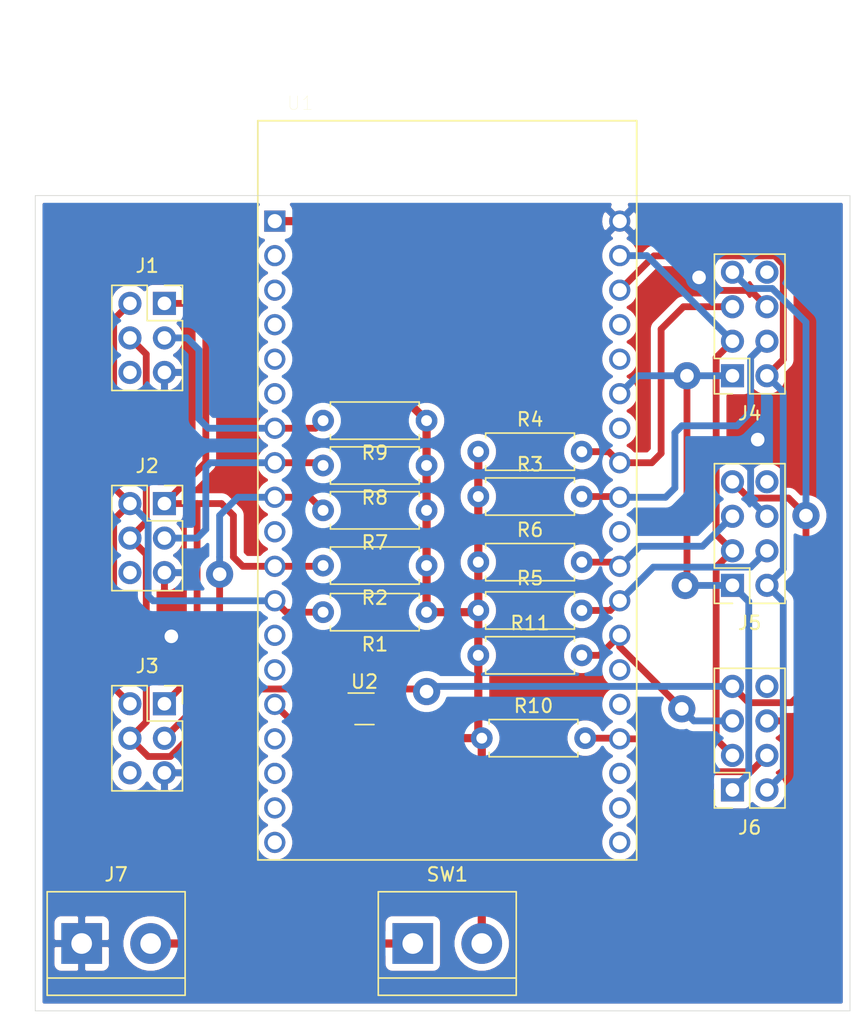
<source format=kicad_pcb>
(kicad_pcb (version 20171130) (host pcbnew 5.1.10-88a1d61d58~88~ubuntu20.10.1)

  (general
    (thickness 1.6)
    (drawings 6)
    (tracks 190)
    (zones 0)
    (modules 21)
    (nets 48)
  )

  (page A4)
  (layers
    (0 F.Cu signal)
    (31 B.Cu signal)
    (32 B.Adhes user)
    (33 F.Adhes user)
    (34 B.Paste user)
    (35 F.Paste user)
    (36 B.SilkS user)
    (37 F.SilkS user)
    (38 B.Mask user)
    (39 F.Mask user)
    (40 Dwgs.User user)
    (41 Cmts.User user)
    (42 Eco1.User user)
    (43 Eco2.User user)
    (44 Edge.Cuts user)
    (45 Margin user)
    (46 B.CrtYd user)
    (47 F.CrtYd user)
    (48 B.Fab user)
    (49 F.Fab user)
  )

  (setup
    (last_trace_width 0.5)
    (trace_clearance 0.1)
    (zone_clearance 0.508)
    (zone_45_only no)
    (trace_min 0.2)
    (via_size 2)
    (via_drill 1)
    (via_min_size 0.4)
    (via_min_drill 1)
    (uvia_size 9)
    (uvia_drill 8)
    (uvias_allowed no)
    (uvia_min_size 0.2)
    (uvia_min_drill 0.1)
    (edge_width 0.05)
    (segment_width 0.2)
    (pcb_text_width 0.3)
    (pcb_text_size 1.5 1.5)
    (mod_edge_width 0.12)
    (mod_text_size 1 1)
    (mod_text_width 0.15)
    (pad_size 1.524 1.524)
    (pad_drill 0.762)
    (pad_to_mask_clearance 0)
    (aux_axis_origin 0 0)
    (visible_elements FFFFFF7F)
    (pcbplotparams
      (layerselection 0x010fc_ffffffff)
      (usegerberextensions false)
      (usegerberattributes true)
      (usegerberadvancedattributes true)
      (creategerberjobfile true)
      (excludeedgelayer true)
      (linewidth 0.100000)
      (plotframeref false)
      (viasonmask false)
      (mode 1)
      (useauxorigin false)
      (hpglpennumber 1)
      (hpglpenspeed 20)
      (hpglpendiameter 15.000000)
      (psnegative false)
      (psa4output false)
      (plotreference true)
      (plotvalue true)
      (plotinvisibletext false)
      (padsonsilk false)
      (subtractmaskfromsilk false)
      (outputformat 1)
      (mirror false)
      (drillshape 1)
      (scaleselection 1)
      (outputdirectory ""))
  )

  (net 0 "")
  (net 1 /SCL)
  (net 2 /SDA)
  (net 3 /IntrI2C1)
  (net 4 /Mod3v3)
  (net 5 GND)
  (net 6 "Net-(J1-Pad6)")
  (net 7 "Net-(J2-Pad6)")
  (net 8 "Net-(J3-Pad6)")
  (net 9 "Net-(J4-Pad8)")
  (net 10 /IntrSPI1)
  (net 11 /CS1)
  (net 12 /MOSI)
  (net 13 /MISO)
  (net 14 /SCK)
  (net 15 /CS2)
  (net 16 /IntrSPI2)
  (net 17 "Net-(J5-Pad8)")
  (net 18 /CS3)
  (net 19 /IntrSPI3)
  (net 20 "Net-(J6-Pad8)")
  (net 21 /PWR_BAT)
  (net 22 +3V3)
  (net 23 /IntrI2C3)
  (net 24 /IntrI2C2)
  (net 25 "Net-(U1-Pad2)")
  (net 26 "Net-(U1-Pad19)")
  (net 27 "Net-(U1-Pad3)")
  (net 28 "Net-(U1-Pad4)")
  (net 29 "Net-(U1-Pad5)")
  (net 30 "Net-(U1-Pad6)")
  (net 31 /mod_switch)
  (net 32 "Net-(U1-Pad14)")
  (net 33 "Net-(U1-Pad16)")
  (net 34 "Net-(U1-Pad17)")
  (net 35 "Net-(U1-Pad18)")
  (net 36 "Net-(U1-Pad23)")
  (net 37 "Net-(U1-Pad24)")
  (net 38 "Net-(U1-Pad26)")
  (net 39 "Net-(U1-Pad36)")
  (net 40 "Net-(U1-Pad37)")
  (net 41 "Net-(U1-Pad38)")
  (net 42 "Net-(U2-Pad6)")
  (net 43 "Net-(U1-Pad10)")
  (net 44 "Net-(U1-Pad13)")
  (net 45 "Net-(U1-Pad29)")
  (net 46 "Net-(U1-Pad33)")
  (net 47 "Net-(U1-Pad34)")

  (net_class Default "This is the default net class."
    (clearance 0.1)
    (trace_width 0.5)
    (via_dia 2)
    (via_drill 1)
    (uvia_dia 9)
    (uvia_drill 8)
    (add_net /CS1)
    (add_net /CS2)
    (add_net /CS3)
    (add_net /IntrI2C1)
    (add_net /IntrI2C2)
    (add_net /IntrI2C3)
    (add_net /IntrSPI1)
    (add_net /IntrSPI2)
    (add_net /IntrSPI3)
    (add_net /MISO)
    (add_net /MOSI)
    (add_net /Mod3v3)
    (add_net /SCK)
    (add_net /SCL)
    (add_net /SDA)
    (add_net /mod_switch)
    (add_net GND)
    (add_net "Net-(J1-Pad6)")
    (add_net "Net-(J2-Pad6)")
    (add_net "Net-(J3-Pad6)")
    (add_net "Net-(J4-Pad8)")
    (add_net "Net-(J5-Pad8)")
    (add_net "Net-(J6-Pad8)")
    (add_net "Net-(U1-Pad10)")
    (add_net "Net-(U1-Pad13)")
    (add_net "Net-(U1-Pad14)")
    (add_net "Net-(U1-Pad16)")
    (add_net "Net-(U1-Pad17)")
    (add_net "Net-(U1-Pad18)")
    (add_net "Net-(U1-Pad19)")
    (add_net "Net-(U1-Pad2)")
    (add_net "Net-(U1-Pad23)")
    (add_net "Net-(U1-Pad24)")
    (add_net "Net-(U1-Pad26)")
    (add_net "Net-(U1-Pad29)")
    (add_net "Net-(U1-Pad3)")
    (add_net "Net-(U1-Pad33)")
    (add_net "Net-(U1-Pad34)")
    (add_net "Net-(U1-Pad36)")
    (add_net "Net-(U1-Pad37)")
    (add_net "Net-(U1-Pad38)")
    (add_net "Net-(U1-Pad4)")
    (add_net "Net-(U1-Pad5)")
    (add_net "Net-(U1-Pad6)")
    (add_net "Net-(U2-Pad6)")
  )

  (net_class +3v3 ""
    (clearance 0.1)
    (trace_width 0.6)
    (via_dia 2)
    (via_drill 1)
    (uvia_dia 10.2)
    (uvia_drill 9)
    (add_net +3V3)
    (add_net /PWR_BAT)
  )

  (module Connector_PinSocket_2.54mm:PinSocket_2x04_P2.54mm_Vertical (layer F.Cu) (tedit 5A19A422) (tstamp 60A2D843)
    (at 201.342 56.261 180)
    (descr "Through hole straight socket strip, 2x04, 2.54mm pitch, double cols (from Kicad 4.0.7), script generated")
    (tags "Through hole socket strip THT 2x04 2.54mm double row")
    (path /60ADB162)
    (fp_text reference J4 (at -1.27 -2.77) (layer F.SilkS)
      (effects (font (size 1 1) (thickness 0.15)))
    )
    (fp_text value conn_spi_mod (at -1.27 10.39) (layer F.Fab)
      (effects (font (size 1 1) (thickness 0.15)))
    )
    (fp_text user %R (at -1.27 3.81 90) (layer F.Fab)
      (effects (font (size 1 1) (thickness 0.15)))
    )
    (fp_line (start -3.81 -1.27) (end 0.27 -1.27) (layer F.Fab) (width 0.1))
    (fp_line (start 0.27 -1.27) (end 1.27 -0.27) (layer F.Fab) (width 0.1))
    (fp_line (start 1.27 -0.27) (end 1.27 8.89) (layer F.Fab) (width 0.1))
    (fp_line (start 1.27 8.89) (end -3.81 8.89) (layer F.Fab) (width 0.1))
    (fp_line (start -3.81 8.89) (end -3.81 -1.27) (layer F.Fab) (width 0.1))
    (fp_line (start -3.87 -1.33) (end -1.27 -1.33) (layer F.SilkS) (width 0.12))
    (fp_line (start -3.87 -1.33) (end -3.87 8.95) (layer F.SilkS) (width 0.12))
    (fp_line (start -3.87 8.95) (end 1.33 8.95) (layer F.SilkS) (width 0.12))
    (fp_line (start 1.33 1.27) (end 1.33 8.95) (layer F.SilkS) (width 0.12))
    (fp_line (start -1.27 1.27) (end 1.33 1.27) (layer F.SilkS) (width 0.12))
    (fp_line (start -1.27 -1.33) (end -1.27 1.27) (layer F.SilkS) (width 0.12))
    (fp_line (start 1.33 -1.33) (end 1.33 0) (layer F.SilkS) (width 0.12))
    (fp_line (start 0 -1.33) (end 1.33 -1.33) (layer F.SilkS) (width 0.12))
    (fp_line (start -4.34 -1.8) (end 1.76 -1.8) (layer F.CrtYd) (width 0.05))
    (fp_line (start 1.76 -1.8) (end 1.76 9.4) (layer F.CrtYd) (width 0.05))
    (fp_line (start 1.76 9.4) (end -4.34 9.4) (layer F.CrtYd) (width 0.05))
    (fp_line (start -4.34 9.4) (end -4.34 -1.8) (layer F.CrtYd) (width 0.05))
    (pad 8 thru_hole oval (at -2.54 7.62 180) (size 1.7 1.7) (drill 1) (layers *.Cu *.Mask)
      (net 9 "Net-(J4-Pad8)"))
    (pad 7 thru_hole oval (at 0 7.62 180) (size 1.7 1.7) (drill 1) (layers *.Cu *.Mask)
      (net 4 /Mod3v3))
    (pad 6 thru_hole oval (at -2.54 5.08 180) (size 1.7 1.7) (drill 1) (layers *.Cu *.Mask)
      (net 5 GND))
    (pad 5 thru_hole oval (at 0 5.08 180) (size 1.7 1.7) (drill 1) (layers *.Cu *.Mask)
      (net 10 /IntrSPI1))
    (pad 4 thru_hole oval (at -2.54 2.54 180) (size 1.7 1.7) (drill 1) (layers *.Cu *.Mask)
      (net 11 /CS1))
    (pad 3 thru_hole oval (at 0 2.54 180) (size 1.7 1.7) (drill 1) (layers *.Cu *.Mask)
      (net 12 /MOSI))
    (pad 2 thru_hole oval (at -2.54 0 180) (size 1.7 1.7) (drill 1) (layers *.Cu *.Mask)
      (net 13 /MISO))
    (pad 1 thru_hole rect (at 0 0 180) (size 1.7 1.7) (drill 1) (layers *.Cu *.Mask)
      (net 14 /SCK))
    (model ${KISYS3DMOD}/Connector_PinSocket_2.54mm.3dshapes/PinSocket_2x04_P2.54mm_Vertical.wrl
      (at (xyz 0 0 0))
      (scale (xyz 1 1 1))
      (rotate (xyz 0 0 0))
    )
  )

  (module Connector_PinSocket_2.54mm:PinSocket_2x03_P2.54mm_Vertical (layer F.Cu) (tedit 5A19A425) (tstamp 60A2C1D5)
    (at 159.512 50.936)
    (descr "Through hole straight socket strip, 2x03, 2.54mm pitch, double cols (from Kicad 4.0.7), script generated")
    (tags "Through hole socket strip THT 2x03 2.54mm double row")
    (path /60ABEF9E)
    (fp_text reference J1 (at -1.27 -2.77) (layer F.SilkS)
      (effects (font (size 1 1) (thickness 0.15)))
    )
    (fp_text value conn_I2c_mod (at -1.27 7.85) (layer F.Fab)
      (effects (font (size 1 1) (thickness 0.15)))
    )
    (fp_line (start -4.34 6.85) (end -4.34 -1.8) (layer F.CrtYd) (width 0.05))
    (fp_line (start 1.76 6.85) (end -4.34 6.85) (layer F.CrtYd) (width 0.05))
    (fp_line (start 1.76 -1.8) (end 1.76 6.85) (layer F.CrtYd) (width 0.05))
    (fp_line (start -4.34 -1.8) (end 1.76 -1.8) (layer F.CrtYd) (width 0.05))
    (fp_line (start 0 -1.33) (end 1.33 -1.33) (layer F.SilkS) (width 0.12))
    (fp_line (start 1.33 -1.33) (end 1.33 0) (layer F.SilkS) (width 0.12))
    (fp_line (start -1.27 -1.33) (end -1.27 1.27) (layer F.SilkS) (width 0.12))
    (fp_line (start -1.27 1.27) (end 1.33 1.27) (layer F.SilkS) (width 0.12))
    (fp_line (start 1.33 1.27) (end 1.33 6.41) (layer F.SilkS) (width 0.12))
    (fp_line (start -3.87 6.41) (end 1.33 6.41) (layer F.SilkS) (width 0.12))
    (fp_line (start -3.87 -1.33) (end -3.87 6.41) (layer F.SilkS) (width 0.12))
    (fp_line (start -3.87 -1.33) (end -1.27 -1.33) (layer F.SilkS) (width 0.12))
    (fp_line (start -3.81 6.35) (end -3.81 -1.27) (layer F.Fab) (width 0.1))
    (fp_line (start 1.27 6.35) (end -3.81 6.35) (layer F.Fab) (width 0.1))
    (fp_line (start 1.27 -0.27) (end 1.27 6.35) (layer F.Fab) (width 0.1))
    (fp_line (start 0.27 -1.27) (end 1.27 -0.27) (layer F.Fab) (width 0.1))
    (fp_line (start -3.81 -1.27) (end 0.27 -1.27) (layer F.Fab) (width 0.1))
    (fp_text user %R (at -1.27 2.54 90) (layer F.Fab)
      (effects (font (size 1 1) (thickness 0.15)))
    )
    (pad 1 thru_hole rect (at 0 0) (size 1.7 1.7) (drill 1) (layers *.Cu *.Mask)
      (net 1 /SCL))
    (pad 2 thru_hole oval (at -2.54 0) (size 1.7 1.7) (drill 1) (layers *.Cu *.Mask)
      (net 2 /SDA))
    (pad 3 thru_hole oval (at 0 2.54) (size 1.7 1.7) (drill 1) (layers *.Cu *.Mask)
      (net 3 /IntrI2C1))
    (pad 4 thru_hole oval (at -2.54 2.54) (size 1.7 1.7) (drill 1) (layers *.Cu *.Mask)
      (net 4 /Mod3v3))
    (pad 5 thru_hole oval (at 0 5.08) (size 1.7 1.7) (drill 1) (layers *.Cu *.Mask)
      (net 5 GND))
    (pad 6 thru_hole oval (at -2.54 5.08) (size 1.7 1.7) (drill 1) (layers *.Cu *.Mask)
      (net 6 "Net-(J1-Pad6)"))
    (model ${KISYS3DMOD}/Connector_PinSocket_2.54mm.3dshapes/PinSocket_2x03_P2.54mm_Vertical.wrl
      (at (xyz 0 0 0))
      (scale (xyz 1 1 1))
      (rotate (xyz 0 0 0))
    )
  )

  (module Connector_PinSocket_2.54mm:PinSocket_2x03_P2.54mm_Vertical (layer F.Cu) (tedit 5A19A425) (tstamp 60A2B877)
    (at 159.512 65.668)
    (descr "Through hole straight socket strip, 2x03, 2.54mm pitch, double cols (from Kicad 4.0.7), script generated")
    (tags "Through hole socket strip THT 2x03 2.54mm double row")
    (path /60D292DA)
    (fp_text reference J2 (at -1.27 -2.77) (layer F.SilkS)
      (effects (font (size 1 1) (thickness 0.15)))
    )
    (fp_text value conn_I2c_mod (at -1.27 7.85) (layer F.Fab)
      (effects (font (size 1 1) (thickness 0.15)))
    )
    (fp_text user %R (at -1.27 2.54 90) (layer F.Fab)
      (effects (font (size 1 1) (thickness 0.15)))
    )
    (fp_line (start -3.81 -1.27) (end 0.27 -1.27) (layer F.Fab) (width 0.1))
    (fp_line (start 0.27 -1.27) (end 1.27 -0.27) (layer F.Fab) (width 0.1))
    (fp_line (start 1.27 -0.27) (end 1.27 6.35) (layer F.Fab) (width 0.1))
    (fp_line (start 1.27 6.35) (end -3.81 6.35) (layer F.Fab) (width 0.1))
    (fp_line (start -3.81 6.35) (end -3.81 -1.27) (layer F.Fab) (width 0.1))
    (fp_line (start -3.87 -1.33) (end -1.27 -1.33) (layer F.SilkS) (width 0.12))
    (fp_line (start -3.87 -1.33) (end -3.87 6.41) (layer F.SilkS) (width 0.12))
    (fp_line (start -3.87 6.41) (end 1.33 6.41) (layer F.SilkS) (width 0.12))
    (fp_line (start 1.33 1.27) (end 1.33 6.41) (layer F.SilkS) (width 0.12))
    (fp_line (start -1.27 1.27) (end 1.33 1.27) (layer F.SilkS) (width 0.12))
    (fp_line (start -1.27 -1.33) (end -1.27 1.27) (layer F.SilkS) (width 0.12))
    (fp_line (start 1.33 -1.33) (end 1.33 0) (layer F.SilkS) (width 0.12))
    (fp_line (start 0 -1.33) (end 1.33 -1.33) (layer F.SilkS) (width 0.12))
    (fp_line (start -4.34 -1.8) (end 1.76 -1.8) (layer F.CrtYd) (width 0.05))
    (fp_line (start 1.76 -1.8) (end 1.76 6.85) (layer F.CrtYd) (width 0.05))
    (fp_line (start 1.76 6.85) (end -4.34 6.85) (layer F.CrtYd) (width 0.05))
    (fp_line (start -4.34 6.85) (end -4.34 -1.8) (layer F.CrtYd) (width 0.05))
    (pad 6 thru_hole oval (at -2.54 5.08) (size 1.7 1.7) (drill 1) (layers *.Cu *.Mask)
      (net 7 "Net-(J2-Pad6)"))
    (pad 5 thru_hole oval (at 0 5.08) (size 1.7 1.7) (drill 1) (layers *.Cu *.Mask)
      (net 5 GND))
    (pad 4 thru_hole oval (at -2.54 2.54) (size 1.7 1.7) (drill 1) (layers *.Cu *.Mask)
      (net 4 /Mod3v3))
    (pad 3 thru_hole oval (at 0 2.54) (size 1.7 1.7) (drill 1) (layers *.Cu *.Mask)
      (net 24 /IntrI2C2))
    (pad 2 thru_hole oval (at -2.54 0) (size 1.7 1.7) (drill 1) (layers *.Cu *.Mask)
      (net 2 /SDA))
    (pad 1 thru_hole rect (at 0 0) (size 1.7 1.7) (drill 1) (layers *.Cu *.Mask)
      (net 1 /SCL))
    (model ${KISYS3DMOD}/Connector_PinSocket_2.54mm.3dshapes/PinSocket_2x03_P2.54mm_Vertical.wrl
      (at (xyz 0 0 0))
      (scale (xyz 1 1 1))
      (rotate (xyz 0 0 0))
    )
  )

  (module Connector_PinSocket_2.54mm:PinSocket_2x03_P2.54mm_Vertical (layer F.Cu) (tedit 5A19A425) (tstamp 60A2B50B)
    (at 159.512 80.4)
    (descr "Through hole straight socket strip, 2x03, 2.54mm pitch, double cols (from Kicad 4.0.7), script generated")
    (tags "Through hole socket strip THT 2x03 2.54mm double row")
    (path /60D2C1CD)
    (fp_text reference J3 (at -1.27 -2.77) (layer F.SilkS)
      (effects (font (size 1 1) (thickness 0.15)))
    )
    (fp_text value conn_I2c_mod (at -1.27 7.85) (layer F.Fab)
      (effects (font (size 1 1) (thickness 0.15)))
    )
    (fp_line (start -4.34 6.85) (end -4.34 -1.8) (layer F.CrtYd) (width 0.05))
    (fp_line (start 1.76 6.85) (end -4.34 6.85) (layer F.CrtYd) (width 0.05))
    (fp_line (start 1.76 -1.8) (end 1.76 6.85) (layer F.CrtYd) (width 0.05))
    (fp_line (start -4.34 -1.8) (end 1.76 -1.8) (layer F.CrtYd) (width 0.05))
    (fp_line (start 0 -1.33) (end 1.33 -1.33) (layer F.SilkS) (width 0.12))
    (fp_line (start 1.33 -1.33) (end 1.33 0) (layer F.SilkS) (width 0.12))
    (fp_line (start -1.27 -1.33) (end -1.27 1.27) (layer F.SilkS) (width 0.12))
    (fp_line (start -1.27 1.27) (end 1.33 1.27) (layer F.SilkS) (width 0.12))
    (fp_line (start 1.33 1.27) (end 1.33 6.41) (layer F.SilkS) (width 0.12))
    (fp_line (start -3.87 6.41) (end 1.33 6.41) (layer F.SilkS) (width 0.12))
    (fp_line (start -3.87 -1.33) (end -3.87 6.41) (layer F.SilkS) (width 0.12))
    (fp_line (start -3.87 -1.33) (end -1.27 -1.33) (layer F.SilkS) (width 0.12))
    (fp_line (start -3.81 6.35) (end -3.81 -1.27) (layer F.Fab) (width 0.1))
    (fp_line (start 1.27 6.35) (end -3.81 6.35) (layer F.Fab) (width 0.1))
    (fp_line (start 1.27 -0.27) (end 1.27 6.35) (layer F.Fab) (width 0.1))
    (fp_line (start 0.27 -1.27) (end 1.27 -0.27) (layer F.Fab) (width 0.1))
    (fp_line (start -3.81 -1.27) (end 0.27 -1.27) (layer F.Fab) (width 0.1))
    (fp_text user %R (at -1.27 2.54 90) (layer F.Fab)
      (effects (font (size 1 1) (thickness 0.15)))
    )
    (pad 1 thru_hole rect (at 0 0) (size 1.7 1.7) (drill 1) (layers *.Cu *.Mask)
      (net 1 /SCL))
    (pad 2 thru_hole oval (at -2.54 0) (size 1.7 1.7) (drill 1) (layers *.Cu *.Mask)
      (net 2 /SDA))
    (pad 3 thru_hole oval (at 0 2.54) (size 1.7 1.7) (drill 1) (layers *.Cu *.Mask)
      (net 23 /IntrI2C3))
    (pad 4 thru_hole oval (at -2.54 2.54) (size 1.7 1.7) (drill 1) (layers *.Cu *.Mask)
      (net 4 /Mod3v3))
    (pad 5 thru_hole oval (at 0 5.08) (size 1.7 1.7) (drill 1) (layers *.Cu *.Mask)
      (net 5 GND))
    (pad 6 thru_hole oval (at -2.54 5.08) (size 1.7 1.7) (drill 1) (layers *.Cu *.Mask)
      (net 8 "Net-(J3-Pad6)"))
    (model ${KISYS3DMOD}/Connector_PinSocket_2.54mm.3dshapes/PinSocket_2x03_P2.54mm_Vertical.wrl
      (at (xyz 0 0 0))
      (scale (xyz 1 1 1))
      (rotate (xyz 0 0 0))
    )
  )

  (module Connector_PinSocket_2.54mm:PinSocket_2x04_P2.54mm_Vertical (layer F.Cu) (tedit 5A19A422) (tstamp 60A2D8F1)
    (at 201.342 71.683 180)
    (descr "Through hole straight socket strip, 2x04, 2.54mm pitch, double cols (from Kicad 4.0.7), script generated")
    (tags "Through hole socket strip THT 2x04 2.54mm double row")
    (path /60C85C3F)
    (fp_text reference J5 (at -1.27 -2.77) (layer F.SilkS)
      (effects (font (size 1 1) (thickness 0.15)))
    )
    (fp_text value conn_spi_mod (at -1.27 10.39) (layer F.Fab)
      (effects (font (size 1 1) (thickness 0.15)))
    )
    (fp_line (start -4.34 9.4) (end -4.34 -1.8) (layer F.CrtYd) (width 0.05))
    (fp_line (start 1.76 9.4) (end -4.34 9.4) (layer F.CrtYd) (width 0.05))
    (fp_line (start 1.76 -1.8) (end 1.76 9.4) (layer F.CrtYd) (width 0.05))
    (fp_line (start -4.34 -1.8) (end 1.76 -1.8) (layer F.CrtYd) (width 0.05))
    (fp_line (start 0 -1.33) (end 1.33 -1.33) (layer F.SilkS) (width 0.12))
    (fp_line (start 1.33 -1.33) (end 1.33 0) (layer F.SilkS) (width 0.12))
    (fp_line (start -1.27 -1.33) (end -1.27 1.27) (layer F.SilkS) (width 0.12))
    (fp_line (start -1.27 1.27) (end 1.33 1.27) (layer F.SilkS) (width 0.12))
    (fp_line (start 1.33 1.27) (end 1.33 8.95) (layer F.SilkS) (width 0.12))
    (fp_line (start -3.87 8.95) (end 1.33 8.95) (layer F.SilkS) (width 0.12))
    (fp_line (start -3.87 -1.33) (end -3.87 8.95) (layer F.SilkS) (width 0.12))
    (fp_line (start -3.87 -1.33) (end -1.27 -1.33) (layer F.SilkS) (width 0.12))
    (fp_line (start -3.81 8.89) (end -3.81 -1.27) (layer F.Fab) (width 0.1))
    (fp_line (start 1.27 8.89) (end -3.81 8.89) (layer F.Fab) (width 0.1))
    (fp_line (start 1.27 -0.27) (end 1.27 8.89) (layer F.Fab) (width 0.1))
    (fp_line (start 0.27 -1.27) (end 1.27 -0.27) (layer F.Fab) (width 0.1))
    (fp_line (start -3.81 -1.27) (end 0.27 -1.27) (layer F.Fab) (width 0.1))
    (fp_text user %R (at -1.27 3.81 90) (layer F.Fab)
      (effects (font (size 1 1) (thickness 0.15)))
    )
    (pad 1 thru_hole rect (at 0 0 180) (size 1.7 1.7) (drill 1) (layers *.Cu *.Mask)
      (net 14 /SCK))
    (pad 2 thru_hole oval (at -2.54 0 180) (size 1.7 1.7) (drill 1) (layers *.Cu *.Mask)
      (net 13 /MISO))
    (pad 3 thru_hole oval (at 0 2.54 180) (size 1.7 1.7) (drill 1) (layers *.Cu *.Mask)
      (net 12 /MOSI))
    (pad 4 thru_hole oval (at -2.54 2.54 180) (size 1.7 1.7) (drill 1) (layers *.Cu *.Mask)
      (net 15 /CS2))
    (pad 5 thru_hole oval (at 0 5.08 180) (size 1.7 1.7) (drill 1) (layers *.Cu *.Mask)
      (net 16 /IntrSPI2))
    (pad 6 thru_hole oval (at -2.54 5.08 180) (size 1.7 1.7) (drill 1) (layers *.Cu *.Mask)
      (net 5 GND))
    (pad 7 thru_hole oval (at 0 7.62 180) (size 1.7 1.7) (drill 1) (layers *.Cu *.Mask)
      (net 4 /Mod3v3))
    (pad 8 thru_hole oval (at -2.54 7.62 180) (size 1.7 1.7) (drill 1) (layers *.Cu *.Mask)
      (net 17 "Net-(J5-Pad8)"))
    (model ${KISYS3DMOD}/Connector_PinSocket_2.54mm.3dshapes/PinSocket_2x04_P2.54mm_Vertical.wrl
      (at (xyz 0 0 0))
      (scale (xyz 1 1 1))
      (rotate (xyz 0 0 0))
    )
  )

  (module Connector_PinSocket_2.54mm:PinSocket_2x04_P2.54mm_Vertical (layer F.Cu) (tedit 5A19A422) (tstamp 60A2D89A)
    (at 201.342 86.741 180)
    (descr "Through hole straight socket strip, 2x04, 2.54mm pitch, double cols (from Kicad 4.0.7), script generated")
    (tags "Through hole socket strip THT 2x04 2.54mm double row")
    (path /60C88D28)
    (fp_text reference J6 (at -1.27 -2.77) (layer F.SilkS)
      (effects (font (size 1 1) (thickness 0.15)))
    )
    (fp_text value conn_spi_mod (at -1.27 10.39) (layer F.Fab)
      (effects (font (size 1 1) (thickness 0.15)))
    )
    (fp_line (start -4.34 9.4) (end -4.34 -1.8) (layer F.CrtYd) (width 0.05))
    (fp_line (start 1.76 9.4) (end -4.34 9.4) (layer F.CrtYd) (width 0.05))
    (fp_line (start 1.76 -1.8) (end 1.76 9.4) (layer F.CrtYd) (width 0.05))
    (fp_line (start -4.34 -1.8) (end 1.76 -1.8) (layer F.CrtYd) (width 0.05))
    (fp_line (start 0 -1.33) (end 1.33 -1.33) (layer F.SilkS) (width 0.12))
    (fp_line (start 1.33 -1.33) (end 1.33 0) (layer F.SilkS) (width 0.12))
    (fp_line (start -1.27 -1.33) (end -1.27 1.27) (layer F.SilkS) (width 0.12))
    (fp_line (start -1.27 1.27) (end 1.33 1.27) (layer F.SilkS) (width 0.12))
    (fp_line (start 1.33 1.27) (end 1.33 8.95) (layer F.SilkS) (width 0.12))
    (fp_line (start -3.87 8.95) (end 1.33 8.95) (layer F.SilkS) (width 0.12))
    (fp_line (start -3.87 -1.33) (end -3.87 8.95) (layer F.SilkS) (width 0.12))
    (fp_line (start -3.87 -1.33) (end -1.27 -1.33) (layer F.SilkS) (width 0.12))
    (fp_line (start -3.81 8.89) (end -3.81 -1.27) (layer F.Fab) (width 0.1))
    (fp_line (start 1.27 8.89) (end -3.81 8.89) (layer F.Fab) (width 0.1))
    (fp_line (start 1.27 -0.27) (end 1.27 8.89) (layer F.Fab) (width 0.1))
    (fp_line (start 0.27 -1.27) (end 1.27 -0.27) (layer F.Fab) (width 0.1))
    (fp_line (start -3.81 -1.27) (end 0.27 -1.27) (layer F.Fab) (width 0.1))
    (fp_text user %R (at -1.27 3.81 90) (layer F.Fab)
      (effects (font (size 1 1) (thickness 0.15)))
    )
    (pad 1 thru_hole rect (at 0 0 180) (size 1.7 1.7) (drill 1) (layers *.Cu *.Mask)
      (net 14 /SCK))
    (pad 2 thru_hole oval (at -2.54 0 180) (size 1.7 1.7) (drill 1) (layers *.Cu *.Mask)
      (net 13 /MISO))
    (pad 3 thru_hole oval (at 0 2.54 180) (size 1.7 1.7) (drill 1) (layers *.Cu *.Mask)
      (net 12 /MOSI))
    (pad 4 thru_hole oval (at -2.54 2.54 180) (size 1.7 1.7) (drill 1) (layers *.Cu *.Mask)
      (net 18 /CS3))
    (pad 5 thru_hole oval (at 0 5.08 180) (size 1.7 1.7) (drill 1) (layers *.Cu *.Mask)
      (net 19 /IntrSPI3))
    (pad 6 thru_hole oval (at -2.54 5.08 180) (size 1.7 1.7) (drill 1) (layers *.Cu *.Mask)
      (net 5 GND))
    (pad 7 thru_hole oval (at 0 7.62 180) (size 1.7 1.7) (drill 1) (layers *.Cu *.Mask)
      (net 4 /Mod3v3))
    (pad 8 thru_hole oval (at -2.54 7.62 180) (size 1.7 1.7) (drill 1) (layers *.Cu *.Mask)
      (net 20 "Net-(J6-Pad8)"))
    (model ${KISYS3DMOD}/Connector_PinSocket_2.54mm.3dshapes/PinSocket_2x04_P2.54mm_Vertical.wrl
      (at (xyz 0 0 0))
      (scale (xyz 1 1 1))
      (rotate (xyz 0 0 0))
    )
  )

  (module TerminalBlock:TerminalBlock_bornier-2_P5.08mm (layer F.Cu) (tedit 59FF03AB) (tstamp 60A2BE51)
    (at 153.416 98.044)
    (descr "simple 2-pin terminal block, pitch 5.08mm, revamped version of bornier2")
    (tags "terminal block bornier2")
    (path /60AED793)
    (fp_text reference J7 (at 2.54 -5.08) (layer F.SilkS)
      (effects (font (size 1 1) (thickness 0.15)))
    )
    (fp_text value Screw_Terminal_01x02 (at 2.54 5.08) (layer F.Fab)
      (effects (font (size 1 1) (thickness 0.15)))
    )
    (fp_text user %R (at 2.54 0) (layer F.Fab)
      (effects (font (size 1 1) (thickness 0.15)))
    )
    (fp_line (start -2.41 2.55) (end 7.49 2.55) (layer F.Fab) (width 0.1))
    (fp_line (start -2.46 -3.75) (end -2.46 3.75) (layer F.Fab) (width 0.1))
    (fp_line (start -2.46 3.75) (end 7.54 3.75) (layer F.Fab) (width 0.1))
    (fp_line (start 7.54 3.75) (end 7.54 -3.75) (layer F.Fab) (width 0.1))
    (fp_line (start 7.54 -3.75) (end -2.46 -3.75) (layer F.Fab) (width 0.1))
    (fp_line (start 7.62 2.54) (end -2.54 2.54) (layer F.SilkS) (width 0.12))
    (fp_line (start 7.62 3.81) (end 7.62 -3.81) (layer F.SilkS) (width 0.12))
    (fp_line (start 7.62 -3.81) (end -2.54 -3.81) (layer F.SilkS) (width 0.12))
    (fp_line (start -2.54 -3.81) (end -2.54 3.81) (layer F.SilkS) (width 0.12))
    (fp_line (start -2.54 3.81) (end 7.62 3.81) (layer F.SilkS) (width 0.12))
    (fp_line (start -2.71 -4) (end 7.79 -4) (layer F.CrtYd) (width 0.05))
    (fp_line (start -2.71 -4) (end -2.71 4) (layer F.CrtYd) (width 0.05))
    (fp_line (start 7.79 4) (end 7.79 -4) (layer F.CrtYd) (width 0.05))
    (fp_line (start 7.79 4) (end -2.71 4) (layer F.CrtYd) (width 0.05))
    (pad 2 thru_hole circle (at 5.08 0) (size 3 3) (drill 1.52) (layers *.Cu *.Mask)
      (net 21 /PWR_BAT))
    (pad 1 thru_hole rect (at 0 0) (size 3 3) (drill 1.52) (layers *.Cu *.Mask)
      (net 5 GND))
    (model ${KISYS3DMOD}/TerminalBlock.3dshapes/TerminalBlock_bornier-2_P5.08mm.wrl
      (offset (xyz 2.539999961853027 0 0))
      (scale (xyz 1 1 1))
      (rotate (xyz 0 0 0))
    )
  )

  (module Resistor_THT:R_Axial_DIN0207_L6.3mm_D2.5mm_P7.62mm_Horizontal (layer F.Cu) (tedit 5AE5139B) (tstamp 60A2C38C)
    (at 178.816 73.66 180)
    (descr "Resistor, Axial_DIN0207 series, Axial, Horizontal, pin pitch=7.62mm, 0.25W = 1/4W, length*diameter=6.3*2.5mm^2, http://cdn-reichelt.de/documents/datenblatt/B400/1_4W%23YAG.pdf")
    (tags "Resistor Axial_DIN0207 series Axial Horizontal pin pitch 7.62mm 0.25W = 1/4W length 6.3mm diameter 2.5mm")
    (path /60A4B489)
    (fp_text reference R1 (at 3.81 -2.37) (layer F.SilkS)
      (effects (font (size 1 1) (thickness 0.15)))
    )
    (fp_text value 10K (at 3.81 2.37) (layer F.Fab)
      (effects (font (size 1 1) (thickness 0.15)))
    )
    (fp_text user %R (at 3.81 0) (layer F.Fab)
      (effects (font (size 1 1) (thickness 0.15)))
    )
    (fp_line (start 0.66 -1.25) (end 0.66 1.25) (layer F.Fab) (width 0.1))
    (fp_line (start 0.66 1.25) (end 6.96 1.25) (layer F.Fab) (width 0.1))
    (fp_line (start 6.96 1.25) (end 6.96 -1.25) (layer F.Fab) (width 0.1))
    (fp_line (start 6.96 -1.25) (end 0.66 -1.25) (layer F.Fab) (width 0.1))
    (fp_line (start 0 0) (end 0.66 0) (layer F.Fab) (width 0.1))
    (fp_line (start 7.62 0) (end 6.96 0) (layer F.Fab) (width 0.1))
    (fp_line (start 0.54 -1.04) (end 0.54 -1.37) (layer F.SilkS) (width 0.12))
    (fp_line (start 0.54 -1.37) (end 7.08 -1.37) (layer F.SilkS) (width 0.12))
    (fp_line (start 7.08 -1.37) (end 7.08 -1.04) (layer F.SilkS) (width 0.12))
    (fp_line (start 0.54 1.04) (end 0.54 1.37) (layer F.SilkS) (width 0.12))
    (fp_line (start 0.54 1.37) (end 7.08 1.37) (layer F.SilkS) (width 0.12))
    (fp_line (start 7.08 1.37) (end 7.08 1.04) (layer F.SilkS) (width 0.12))
    (fp_line (start -1.05 -1.5) (end -1.05 1.5) (layer F.CrtYd) (width 0.05))
    (fp_line (start -1.05 1.5) (end 8.67 1.5) (layer F.CrtYd) (width 0.05))
    (fp_line (start 8.67 1.5) (end 8.67 -1.5) (layer F.CrtYd) (width 0.05))
    (fp_line (start 8.67 -1.5) (end -1.05 -1.5) (layer F.CrtYd) (width 0.05))
    (pad 2 thru_hole oval (at 7.62 0 180) (size 1.6 1.6) (drill 0.8) (layers *.Cu *.Mask)
      (net 2 /SDA))
    (pad 1 thru_hole circle (at 0 0 180) (size 1.6 1.6) (drill 0.8) (layers *.Cu *.Mask)
      (net 22 +3V3))
    (model ${KISYS3DMOD}/Resistor_THT.3dshapes/R_Axial_DIN0207_L6.3mm_D2.5mm_P7.62mm_Horizontal.wrl
      (at (xyz 0 0 0))
      (scale (xyz 1 1 1))
      (rotate (xyz 0 0 0))
    )
  )

  (module Resistor_THT:R_Axial_DIN0207_L6.3mm_D2.5mm_P7.62mm_Horizontal (layer F.Cu) (tedit 5AE5139B) (tstamp 60A2CB12)
    (at 178.816 70.231 180)
    (descr "Resistor, Axial_DIN0207 series, Axial, Horizontal, pin pitch=7.62mm, 0.25W = 1/4W, length*diameter=6.3*2.5mm^2, http://cdn-reichelt.de/documents/datenblatt/B400/1_4W%23YAG.pdf")
    (tags "Resistor Axial_DIN0207 series Axial Horizontal pin pitch 7.62mm 0.25W = 1/4W length 6.3mm diameter 2.5mm")
    (path /60A4C520)
    (fp_text reference R2 (at 3.81 -2.37) (layer F.SilkS)
      (effects (font (size 1 1) (thickness 0.15)))
    )
    (fp_text value 10K (at 3.81 2.37) (layer F.Fab)
      (effects (font (size 1 1) (thickness 0.15)))
    )
    (fp_line (start 8.67 -1.5) (end -1.05 -1.5) (layer F.CrtYd) (width 0.05))
    (fp_line (start 8.67 1.5) (end 8.67 -1.5) (layer F.CrtYd) (width 0.05))
    (fp_line (start -1.05 1.5) (end 8.67 1.5) (layer F.CrtYd) (width 0.05))
    (fp_line (start -1.05 -1.5) (end -1.05 1.5) (layer F.CrtYd) (width 0.05))
    (fp_line (start 7.08 1.37) (end 7.08 1.04) (layer F.SilkS) (width 0.12))
    (fp_line (start 0.54 1.37) (end 7.08 1.37) (layer F.SilkS) (width 0.12))
    (fp_line (start 0.54 1.04) (end 0.54 1.37) (layer F.SilkS) (width 0.12))
    (fp_line (start 7.08 -1.37) (end 7.08 -1.04) (layer F.SilkS) (width 0.12))
    (fp_line (start 0.54 -1.37) (end 7.08 -1.37) (layer F.SilkS) (width 0.12))
    (fp_line (start 0.54 -1.04) (end 0.54 -1.37) (layer F.SilkS) (width 0.12))
    (fp_line (start 7.62 0) (end 6.96 0) (layer F.Fab) (width 0.1))
    (fp_line (start 0 0) (end 0.66 0) (layer F.Fab) (width 0.1))
    (fp_line (start 6.96 -1.25) (end 0.66 -1.25) (layer F.Fab) (width 0.1))
    (fp_line (start 6.96 1.25) (end 6.96 -1.25) (layer F.Fab) (width 0.1))
    (fp_line (start 0.66 1.25) (end 6.96 1.25) (layer F.Fab) (width 0.1))
    (fp_line (start 0.66 -1.25) (end 0.66 1.25) (layer F.Fab) (width 0.1))
    (fp_text user %R (at 3.81 0) (layer F.Fab)
      (effects (font (size 1 1) (thickness 0.15)))
    )
    (pad 1 thru_hole circle (at 0 0 180) (size 1.6 1.6) (drill 0.8) (layers *.Cu *.Mask)
      (net 22 +3V3))
    (pad 2 thru_hole oval (at 7.62 0 180) (size 1.6 1.6) (drill 0.8) (layers *.Cu *.Mask)
      (net 1 /SCL))
    (model ${KISYS3DMOD}/Resistor_THT.3dshapes/R_Axial_DIN0207_L6.3mm_D2.5mm_P7.62mm_Horizontal.wrl
      (at (xyz 0 0 0))
      (scale (xyz 1 1 1))
      (rotate (xyz 0 0 0))
    )
  )

  (module Resistor_THT:R_Axial_DIN0207_L6.3mm_D2.5mm_P7.62mm_Horizontal (layer F.Cu) (tedit 5AE5139B) (tstamp 60A2C030)
    (at 182.626 65.151)
    (descr "Resistor, Axial_DIN0207 series, Axial, Horizontal, pin pitch=7.62mm, 0.25W = 1/4W, length*diameter=6.3*2.5mm^2, http://cdn-reichelt.de/documents/datenblatt/B400/1_4W%23YAG.pdf")
    (tags "Resistor Axial_DIN0207 series Axial Horizontal pin pitch 7.62mm 0.25W = 1/4W length 6.3mm diameter 2.5mm")
    (path /60A06D66)
    (fp_text reference R3 (at 3.81 -2.37) (layer F.SilkS)
      (effects (font (size 1 1) (thickness 0.15)))
    )
    (fp_text value 10K (at 3.81 2.37) (layer F.Fab)
      (effects (font (size 1 1) (thickness 0.15)))
    )
    (fp_line (start 8.67 -1.5) (end -1.05 -1.5) (layer F.CrtYd) (width 0.05))
    (fp_line (start 8.67 1.5) (end 8.67 -1.5) (layer F.CrtYd) (width 0.05))
    (fp_line (start -1.05 1.5) (end 8.67 1.5) (layer F.CrtYd) (width 0.05))
    (fp_line (start -1.05 -1.5) (end -1.05 1.5) (layer F.CrtYd) (width 0.05))
    (fp_line (start 7.08 1.37) (end 7.08 1.04) (layer F.SilkS) (width 0.12))
    (fp_line (start 0.54 1.37) (end 7.08 1.37) (layer F.SilkS) (width 0.12))
    (fp_line (start 0.54 1.04) (end 0.54 1.37) (layer F.SilkS) (width 0.12))
    (fp_line (start 7.08 -1.37) (end 7.08 -1.04) (layer F.SilkS) (width 0.12))
    (fp_line (start 0.54 -1.37) (end 7.08 -1.37) (layer F.SilkS) (width 0.12))
    (fp_line (start 0.54 -1.04) (end 0.54 -1.37) (layer F.SilkS) (width 0.12))
    (fp_line (start 7.62 0) (end 6.96 0) (layer F.Fab) (width 0.1))
    (fp_line (start 0 0) (end 0.66 0) (layer F.Fab) (width 0.1))
    (fp_line (start 6.96 -1.25) (end 0.66 -1.25) (layer F.Fab) (width 0.1))
    (fp_line (start 6.96 1.25) (end 6.96 -1.25) (layer F.Fab) (width 0.1))
    (fp_line (start 0.66 1.25) (end 6.96 1.25) (layer F.Fab) (width 0.1))
    (fp_line (start 0.66 -1.25) (end 0.66 1.25) (layer F.Fab) (width 0.1))
    (fp_text user %R (at 3.81 0) (layer F.Fab)
      (effects (font (size 1 1) (thickness 0.15)))
    )
    (pad 1 thru_hole circle (at 0 0) (size 1.6 1.6) (drill 0.8) (layers *.Cu *.Mask)
      (net 22 +3V3))
    (pad 2 thru_hole oval (at 7.62 0) (size 1.6 1.6) (drill 0.8) (layers *.Cu *.Mask)
      (net 11 /CS1))
    (model ${KISYS3DMOD}/Resistor_THT.3dshapes/R_Axial_DIN0207_L6.3mm_D2.5mm_P7.62mm_Horizontal.wrl
      (at (xyz 0 0 0))
      (scale (xyz 1 1 1))
      (rotate (xyz 0 0 0))
    )
  )

  (module Resistor_THT:R_Axial_DIN0207_L6.3mm_D2.5mm_P7.62mm_Horizontal (layer F.Cu) (tedit 5AE5139B) (tstamp 60A2C0E2)
    (at 182.626 61.849)
    (descr "Resistor, Axial_DIN0207 series, Axial, Horizontal, pin pitch=7.62mm, 0.25W = 1/4W, length*diameter=6.3*2.5mm^2, http://cdn-reichelt.de/documents/datenblatt/B400/1_4W%23YAG.pdf")
    (tags "Resistor Axial_DIN0207 series Axial Horizontal pin pitch 7.62mm 0.25W = 1/4W length 6.3mm diameter 2.5mm")
    (path /609F0739)
    (fp_text reference R4 (at 3.81 -2.37) (layer F.SilkS)
      (effects (font (size 1 1) (thickness 0.15)))
    )
    (fp_text value 10K (at 3.81 2.37) (layer F.Fab)
      (effects (font (size 1 1) (thickness 0.15)))
    )
    (fp_line (start 8.67 -1.5) (end -1.05 -1.5) (layer F.CrtYd) (width 0.05))
    (fp_line (start 8.67 1.5) (end 8.67 -1.5) (layer F.CrtYd) (width 0.05))
    (fp_line (start -1.05 1.5) (end 8.67 1.5) (layer F.CrtYd) (width 0.05))
    (fp_line (start -1.05 -1.5) (end -1.05 1.5) (layer F.CrtYd) (width 0.05))
    (fp_line (start 7.08 1.37) (end 7.08 1.04) (layer F.SilkS) (width 0.12))
    (fp_line (start 0.54 1.37) (end 7.08 1.37) (layer F.SilkS) (width 0.12))
    (fp_line (start 0.54 1.04) (end 0.54 1.37) (layer F.SilkS) (width 0.12))
    (fp_line (start 7.08 -1.37) (end 7.08 -1.04) (layer F.SilkS) (width 0.12))
    (fp_line (start 0.54 -1.37) (end 7.08 -1.37) (layer F.SilkS) (width 0.12))
    (fp_line (start 0.54 -1.04) (end 0.54 -1.37) (layer F.SilkS) (width 0.12))
    (fp_line (start 7.62 0) (end 6.96 0) (layer F.Fab) (width 0.1))
    (fp_line (start 0 0) (end 0.66 0) (layer F.Fab) (width 0.1))
    (fp_line (start 6.96 -1.25) (end 0.66 -1.25) (layer F.Fab) (width 0.1))
    (fp_line (start 6.96 1.25) (end 6.96 -1.25) (layer F.Fab) (width 0.1))
    (fp_line (start 0.66 1.25) (end 6.96 1.25) (layer F.Fab) (width 0.1))
    (fp_line (start 0.66 -1.25) (end 0.66 1.25) (layer F.Fab) (width 0.1))
    (fp_text user %R (at 3.81 0) (layer F.Fab)
      (effects (font (size 1 1) (thickness 0.15)))
    )
    (pad 1 thru_hole circle (at 0 0) (size 1.6 1.6) (drill 0.8) (layers *.Cu *.Mask)
      (net 22 +3V3))
    (pad 2 thru_hole oval (at 7.62 0) (size 1.6 1.6) (drill 0.8) (layers *.Cu *.Mask)
      (net 10 /IntrSPI1))
    (model ${KISYS3DMOD}/Resistor_THT.3dshapes/R_Axial_DIN0207_L6.3mm_D2.5mm_P7.62mm_Horizontal.wrl
      (at (xyz 0 0 0))
      (scale (xyz 1 1 1))
      (rotate (xyz 0 0 0))
    )
  )

  (module Resistor_THT:R_Axial_DIN0207_L6.3mm_D2.5mm_P7.62mm_Horizontal (layer F.Cu) (tedit 5AE5139B) (tstamp 60A2CD61)
    (at 182.626 73.533)
    (descr "Resistor, Axial_DIN0207 series, Axial, Horizontal, pin pitch=7.62mm, 0.25W = 1/4W, length*diameter=6.3*2.5mm^2, http://cdn-reichelt.de/documents/datenblatt/B400/1_4W%23YAG.pdf")
    (tags "Resistor Axial_DIN0207 series Axial Horizontal pin pitch 7.62mm 0.25W = 1/4W length 6.3mm diameter 2.5mm")
    (path /60A19D7F)
    (fp_text reference R5 (at 3.81 -2.37) (layer F.SilkS)
      (effects (font (size 1 1) (thickness 0.15)))
    )
    (fp_text value 10K (at 3.81 2.37) (layer F.Fab)
      (effects (font (size 1 1) (thickness 0.15)))
    )
    (fp_text user %R (at 3.81 0) (layer F.Fab)
      (effects (font (size 1 1) (thickness 0.15)))
    )
    (fp_line (start 0.66 -1.25) (end 0.66 1.25) (layer F.Fab) (width 0.1))
    (fp_line (start 0.66 1.25) (end 6.96 1.25) (layer F.Fab) (width 0.1))
    (fp_line (start 6.96 1.25) (end 6.96 -1.25) (layer F.Fab) (width 0.1))
    (fp_line (start 6.96 -1.25) (end 0.66 -1.25) (layer F.Fab) (width 0.1))
    (fp_line (start 0 0) (end 0.66 0) (layer F.Fab) (width 0.1))
    (fp_line (start 7.62 0) (end 6.96 0) (layer F.Fab) (width 0.1))
    (fp_line (start 0.54 -1.04) (end 0.54 -1.37) (layer F.SilkS) (width 0.12))
    (fp_line (start 0.54 -1.37) (end 7.08 -1.37) (layer F.SilkS) (width 0.12))
    (fp_line (start 7.08 -1.37) (end 7.08 -1.04) (layer F.SilkS) (width 0.12))
    (fp_line (start 0.54 1.04) (end 0.54 1.37) (layer F.SilkS) (width 0.12))
    (fp_line (start 0.54 1.37) (end 7.08 1.37) (layer F.SilkS) (width 0.12))
    (fp_line (start 7.08 1.37) (end 7.08 1.04) (layer F.SilkS) (width 0.12))
    (fp_line (start -1.05 -1.5) (end -1.05 1.5) (layer F.CrtYd) (width 0.05))
    (fp_line (start -1.05 1.5) (end 8.67 1.5) (layer F.CrtYd) (width 0.05))
    (fp_line (start 8.67 1.5) (end 8.67 -1.5) (layer F.CrtYd) (width 0.05))
    (fp_line (start 8.67 -1.5) (end -1.05 -1.5) (layer F.CrtYd) (width 0.05))
    (pad 2 thru_hole oval (at 7.62 0) (size 1.6 1.6) (drill 0.8) (layers *.Cu *.Mask)
      (net 15 /CS2))
    (pad 1 thru_hole circle (at 0 0) (size 1.6 1.6) (drill 0.8) (layers *.Cu *.Mask)
      (net 22 +3V3))
    (model ${KISYS3DMOD}/Resistor_THT.3dshapes/R_Axial_DIN0207_L6.3mm_D2.5mm_P7.62mm_Horizontal.wrl
      (at (xyz 0 0 0))
      (scale (xyz 1 1 1))
      (rotate (xyz 0 0 0))
    )
  )

  (module Resistor_THT:R_Axial_DIN0207_L6.3mm_D2.5mm_P7.62mm_Horizontal (layer F.Cu) (tedit 5AE5139B) (tstamp 60A2CDFC)
    (at 182.626 69.977)
    (descr "Resistor, Axial_DIN0207 series, Axial, Horizontal, pin pitch=7.62mm, 0.25W = 1/4W, length*diameter=6.3*2.5mm^2, http://cdn-reichelt.de/documents/datenblatt/B400/1_4W%23YAG.pdf")
    (tags "Resistor Axial_DIN0207 series Axial Horizontal pin pitch 7.62mm 0.25W = 1/4W length 6.3mm diameter 2.5mm")
    (path /60A19D6C)
    (fp_text reference R6 (at 3.81 -2.37) (layer F.SilkS)
      (effects (font (size 1 1) (thickness 0.15)))
    )
    (fp_text value 10K (at 3.81 2.37) (layer F.Fab)
      (effects (font (size 1 1) (thickness 0.15)))
    )
    (fp_line (start 8.67 -1.5) (end -1.05 -1.5) (layer F.CrtYd) (width 0.05))
    (fp_line (start 8.67 1.5) (end 8.67 -1.5) (layer F.CrtYd) (width 0.05))
    (fp_line (start -1.05 1.5) (end 8.67 1.5) (layer F.CrtYd) (width 0.05))
    (fp_line (start -1.05 -1.5) (end -1.05 1.5) (layer F.CrtYd) (width 0.05))
    (fp_line (start 7.08 1.37) (end 7.08 1.04) (layer F.SilkS) (width 0.12))
    (fp_line (start 0.54 1.37) (end 7.08 1.37) (layer F.SilkS) (width 0.12))
    (fp_line (start 0.54 1.04) (end 0.54 1.37) (layer F.SilkS) (width 0.12))
    (fp_line (start 7.08 -1.37) (end 7.08 -1.04) (layer F.SilkS) (width 0.12))
    (fp_line (start 0.54 -1.37) (end 7.08 -1.37) (layer F.SilkS) (width 0.12))
    (fp_line (start 0.54 -1.04) (end 0.54 -1.37) (layer F.SilkS) (width 0.12))
    (fp_line (start 7.62 0) (end 6.96 0) (layer F.Fab) (width 0.1))
    (fp_line (start 0 0) (end 0.66 0) (layer F.Fab) (width 0.1))
    (fp_line (start 6.96 -1.25) (end 0.66 -1.25) (layer F.Fab) (width 0.1))
    (fp_line (start 6.96 1.25) (end 6.96 -1.25) (layer F.Fab) (width 0.1))
    (fp_line (start 0.66 1.25) (end 6.96 1.25) (layer F.Fab) (width 0.1))
    (fp_line (start 0.66 -1.25) (end 0.66 1.25) (layer F.Fab) (width 0.1))
    (fp_text user %R (at 3.81 0) (layer F.Fab)
      (effects (font (size 1 1) (thickness 0.15)))
    )
    (pad 1 thru_hole circle (at 0 0) (size 1.6 1.6) (drill 0.8) (layers *.Cu *.Mask)
      (net 22 +3V3))
    (pad 2 thru_hole oval (at 7.62 0) (size 1.6 1.6) (drill 0.8) (layers *.Cu *.Mask)
      (net 16 /IntrSPI2))
    (model ${KISYS3DMOD}/Resistor_THT.3dshapes/R_Axial_DIN0207_L6.3mm_D2.5mm_P7.62mm_Horizontal.wrl
      (at (xyz 0 0 0))
      (scale (xyz 1 1 1))
      (rotate (xyz 0 0 0))
    )
  )

  (module Resistor_THT:R_Axial_DIN0207_L6.3mm_D2.5mm_P7.62mm_Horizontal (layer F.Cu) (tedit 5AE5139B) (tstamp 60A2C932)
    (at 178.816 66.167 180)
    (descr "Resistor, Axial_DIN0207 series, Axial, Horizontal, pin pitch=7.62mm, 0.25W = 1/4W, length*diameter=6.3*2.5mm^2, http://cdn-reichelt.de/documents/datenblatt/B400/1_4W%23YAG.pdf")
    (tags "Resistor Axial_DIN0207 series Axial Horizontal pin pitch 7.62mm 0.25W = 1/4W length 6.3mm diameter 2.5mm")
    (path /60AA52FB)
    (fp_text reference R7 (at 3.81 -2.37) (layer F.SilkS)
      (effects (font (size 1 1) (thickness 0.15)))
    )
    (fp_text value 10K (at 3.81 2.37) (layer F.Fab)
      (effects (font (size 1 1) (thickness 0.15)))
    )
    (fp_text user %R (at 3.81 0) (layer F.Fab)
      (effects (font (size 1 1) (thickness 0.15)))
    )
    (fp_line (start 0.66 -1.25) (end 0.66 1.25) (layer F.Fab) (width 0.1))
    (fp_line (start 0.66 1.25) (end 6.96 1.25) (layer F.Fab) (width 0.1))
    (fp_line (start 6.96 1.25) (end 6.96 -1.25) (layer F.Fab) (width 0.1))
    (fp_line (start 6.96 -1.25) (end 0.66 -1.25) (layer F.Fab) (width 0.1))
    (fp_line (start 0 0) (end 0.66 0) (layer F.Fab) (width 0.1))
    (fp_line (start 7.62 0) (end 6.96 0) (layer F.Fab) (width 0.1))
    (fp_line (start 0.54 -1.04) (end 0.54 -1.37) (layer F.SilkS) (width 0.12))
    (fp_line (start 0.54 -1.37) (end 7.08 -1.37) (layer F.SilkS) (width 0.12))
    (fp_line (start 7.08 -1.37) (end 7.08 -1.04) (layer F.SilkS) (width 0.12))
    (fp_line (start 0.54 1.04) (end 0.54 1.37) (layer F.SilkS) (width 0.12))
    (fp_line (start 0.54 1.37) (end 7.08 1.37) (layer F.SilkS) (width 0.12))
    (fp_line (start 7.08 1.37) (end 7.08 1.04) (layer F.SilkS) (width 0.12))
    (fp_line (start -1.05 -1.5) (end -1.05 1.5) (layer F.CrtYd) (width 0.05))
    (fp_line (start -1.05 1.5) (end 8.67 1.5) (layer F.CrtYd) (width 0.05))
    (fp_line (start 8.67 1.5) (end 8.67 -1.5) (layer F.CrtYd) (width 0.05))
    (fp_line (start 8.67 -1.5) (end -1.05 -1.5) (layer F.CrtYd) (width 0.05))
    (pad 2 thru_hole oval (at 7.62 0 180) (size 1.6 1.6) (drill 0.8) (layers *.Cu *.Mask)
      (net 23 /IntrI2C3))
    (pad 1 thru_hole circle (at 0 0 180) (size 1.6 1.6) (drill 0.8) (layers *.Cu *.Mask)
      (net 22 +3V3))
    (model ${KISYS3DMOD}/Resistor_THT.3dshapes/R_Axial_DIN0207_L6.3mm_D2.5mm_P7.62mm_Horizontal.wrl
      (at (xyz 0 0 0))
      (scale (xyz 1 1 1))
      (rotate (xyz 0 0 0))
    )
  )

  (module Resistor_THT:R_Axial_DIN0207_L6.3mm_D2.5mm_P7.62mm_Horizontal (layer F.Cu) (tedit 5AE5139B) (tstamp 60A2C530)
    (at 178.816 62.865 180)
    (descr "Resistor, Axial_DIN0207 series, Axial, Horizontal, pin pitch=7.62mm, 0.25W = 1/4W, length*diameter=6.3*2.5mm^2, http://cdn-reichelt.de/documents/datenblatt/B400/1_4W%23YAG.pdf")
    (tags "Resistor Axial_DIN0207 series Axial Horizontal pin pitch 7.62mm 0.25W = 1/4W length 6.3mm diameter 2.5mm")
    (path /60AA790E)
    (fp_text reference R8 (at 3.81 -2.37) (layer F.SilkS)
      (effects (font (size 1 1) (thickness 0.15)))
    )
    (fp_text value 10K (at 3.81 2.37) (layer F.Fab)
      (effects (font (size 1 1) (thickness 0.15)))
    )
    (fp_line (start 8.67 -1.5) (end -1.05 -1.5) (layer F.CrtYd) (width 0.05))
    (fp_line (start 8.67 1.5) (end 8.67 -1.5) (layer F.CrtYd) (width 0.05))
    (fp_line (start -1.05 1.5) (end 8.67 1.5) (layer F.CrtYd) (width 0.05))
    (fp_line (start -1.05 -1.5) (end -1.05 1.5) (layer F.CrtYd) (width 0.05))
    (fp_line (start 7.08 1.37) (end 7.08 1.04) (layer F.SilkS) (width 0.12))
    (fp_line (start 0.54 1.37) (end 7.08 1.37) (layer F.SilkS) (width 0.12))
    (fp_line (start 0.54 1.04) (end 0.54 1.37) (layer F.SilkS) (width 0.12))
    (fp_line (start 7.08 -1.37) (end 7.08 -1.04) (layer F.SilkS) (width 0.12))
    (fp_line (start 0.54 -1.37) (end 7.08 -1.37) (layer F.SilkS) (width 0.12))
    (fp_line (start 0.54 -1.04) (end 0.54 -1.37) (layer F.SilkS) (width 0.12))
    (fp_line (start 7.62 0) (end 6.96 0) (layer F.Fab) (width 0.1))
    (fp_line (start 0 0) (end 0.66 0) (layer F.Fab) (width 0.1))
    (fp_line (start 6.96 -1.25) (end 0.66 -1.25) (layer F.Fab) (width 0.1))
    (fp_line (start 6.96 1.25) (end 6.96 -1.25) (layer F.Fab) (width 0.1))
    (fp_line (start 0.66 1.25) (end 6.96 1.25) (layer F.Fab) (width 0.1))
    (fp_line (start 0.66 -1.25) (end 0.66 1.25) (layer F.Fab) (width 0.1))
    (fp_text user %R (at 3.81 0) (layer F.Fab)
      (effects (font (size 1 1) (thickness 0.15)))
    )
    (pad 1 thru_hole circle (at 0 0 180) (size 1.6 1.6) (drill 0.8) (layers *.Cu *.Mask)
      (net 22 +3V3))
    (pad 2 thru_hole oval (at 7.62 0 180) (size 1.6 1.6) (drill 0.8) (layers *.Cu *.Mask)
      (net 24 /IntrI2C2))
    (model ${KISYS3DMOD}/Resistor_THT.3dshapes/R_Axial_DIN0207_L6.3mm_D2.5mm_P7.62mm_Horizontal.wrl
      (at (xyz 0 0 0))
      (scale (xyz 1 1 1))
      (rotate (xyz 0 0 0))
    )
  )

  (module Resistor_THT:R_Axial_DIN0207_L6.3mm_D2.5mm_P7.62mm_Horizontal (layer F.Cu) (tedit 5AE5139B) (tstamp 60A2C4AC)
    (at 178.816 59.563 180)
    (descr "Resistor, Axial_DIN0207 series, Axial, Horizontal, pin pitch=7.62mm, 0.25W = 1/4W, length*diameter=6.3*2.5mm^2, http://cdn-reichelt.de/documents/datenblatt/B400/1_4W%23YAG.pdf")
    (tags "Resistor Axial_DIN0207 series Axial Horizontal pin pitch 7.62mm 0.25W = 1/4W length 6.3mm diameter 2.5mm")
    (path /60AA9A8F)
    (fp_text reference R9 (at 3.81 -2.37) (layer F.SilkS)
      (effects (font (size 1 1) (thickness 0.15)))
    )
    (fp_text value 10K (at 3.81 2.37) (layer F.Fab)
      (effects (font (size 1 1) (thickness 0.15)))
    )
    (fp_text user %R (at 3.81 0) (layer F.Fab)
      (effects (font (size 1 1) (thickness 0.15)))
    )
    (fp_line (start 0.66 -1.25) (end 0.66 1.25) (layer F.Fab) (width 0.1))
    (fp_line (start 0.66 1.25) (end 6.96 1.25) (layer F.Fab) (width 0.1))
    (fp_line (start 6.96 1.25) (end 6.96 -1.25) (layer F.Fab) (width 0.1))
    (fp_line (start 6.96 -1.25) (end 0.66 -1.25) (layer F.Fab) (width 0.1))
    (fp_line (start 0 0) (end 0.66 0) (layer F.Fab) (width 0.1))
    (fp_line (start 7.62 0) (end 6.96 0) (layer F.Fab) (width 0.1))
    (fp_line (start 0.54 -1.04) (end 0.54 -1.37) (layer F.SilkS) (width 0.12))
    (fp_line (start 0.54 -1.37) (end 7.08 -1.37) (layer F.SilkS) (width 0.12))
    (fp_line (start 7.08 -1.37) (end 7.08 -1.04) (layer F.SilkS) (width 0.12))
    (fp_line (start 0.54 1.04) (end 0.54 1.37) (layer F.SilkS) (width 0.12))
    (fp_line (start 0.54 1.37) (end 7.08 1.37) (layer F.SilkS) (width 0.12))
    (fp_line (start 7.08 1.37) (end 7.08 1.04) (layer F.SilkS) (width 0.12))
    (fp_line (start -1.05 -1.5) (end -1.05 1.5) (layer F.CrtYd) (width 0.05))
    (fp_line (start -1.05 1.5) (end 8.67 1.5) (layer F.CrtYd) (width 0.05))
    (fp_line (start 8.67 1.5) (end 8.67 -1.5) (layer F.CrtYd) (width 0.05))
    (fp_line (start 8.67 -1.5) (end -1.05 -1.5) (layer F.CrtYd) (width 0.05))
    (pad 2 thru_hole oval (at 7.62 0 180) (size 1.6 1.6) (drill 0.8) (layers *.Cu *.Mask)
      (net 3 /IntrI2C1))
    (pad 1 thru_hole circle (at 0 0 180) (size 1.6 1.6) (drill 0.8) (layers *.Cu *.Mask)
      (net 22 +3V3))
    (model ${KISYS3DMOD}/Resistor_THT.3dshapes/R_Axial_DIN0207_L6.3mm_D2.5mm_P7.62mm_Horizontal.wrl
      (at (xyz 0 0 0))
      (scale (xyz 1 1 1))
      (rotate (xyz 0 0 0))
    )
  )

  (module Resistor_THT:R_Axial_DIN0207_L6.3mm_D2.5mm_P7.62mm_Horizontal (layer F.Cu) (tedit 5AE5139B) (tstamp 60A2AB1E)
    (at 182.88 82.931)
    (descr "Resistor, Axial_DIN0207 series, Axial, Horizontal, pin pitch=7.62mm, 0.25W = 1/4W, length*diameter=6.3*2.5mm^2, http://cdn-reichelt.de/documents/datenblatt/B400/1_4W%23YAG.pdf")
    (tags "Resistor Axial_DIN0207 series Axial Horizontal pin pitch 7.62mm 0.25W = 1/4W length 6.3mm diameter 2.5mm")
    (path /60A4D0F8)
    (fp_text reference R10 (at 3.81 -2.37) (layer F.SilkS)
      (effects (font (size 1 1) (thickness 0.15)))
    )
    (fp_text value 10K (at 3.81 2.37) (layer F.Fab)
      (effects (font (size 1 1) (thickness 0.15)))
    )
    (fp_text user %R (at 3.81 0) (layer F.Fab)
      (effects (font (size 1 1) (thickness 0.15)))
    )
    (fp_line (start 0.66 -1.25) (end 0.66 1.25) (layer F.Fab) (width 0.1))
    (fp_line (start 0.66 1.25) (end 6.96 1.25) (layer F.Fab) (width 0.1))
    (fp_line (start 6.96 1.25) (end 6.96 -1.25) (layer F.Fab) (width 0.1))
    (fp_line (start 6.96 -1.25) (end 0.66 -1.25) (layer F.Fab) (width 0.1))
    (fp_line (start 0 0) (end 0.66 0) (layer F.Fab) (width 0.1))
    (fp_line (start 7.62 0) (end 6.96 0) (layer F.Fab) (width 0.1))
    (fp_line (start 0.54 -1.04) (end 0.54 -1.37) (layer F.SilkS) (width 0.12))
    (fp_line (start 0.54 -1.37) (end 7.08 -1.37) (layer F.SilkS) (width 0.12))
    (fp_line (start 7.08 -1.37) (end 7.08 -1.04) (layer F.SilkS) (width 0.12))
    (fp_line (start 0.54 1.04) (end 0.54 1.37) (layer F.SilkS) (width 0.12))
    (fp_line (start 0.54 1.37) (end 7.08 1.37) (layer F.SilkS) (width 0.12))
    (fp_line (start 7.08 1.37) (end 7.08 1.04) (layer F.SilkS) (width 0.12))
    (fp_line (start -1.05 -1.5) (end -1.05 1.5) (layer F.CrtYd) (width 0.05))
    (fp_line (start -1.05 1.5) (end 8.67 1.5) (layer F.CrtYd) (width 0.05))
    (fp_line (start 8.67 1.5) (end 8.67 -1.5) (layer F.CrtYd) (width 0.05))
    (fp_line (start 8.67 -1.5) (end -1.05 -1.5) (layer F.CrtYd) (width 0.05))
    (pad 2 thru_hole oval (at 7.62 0) (size 1.6 1.6) (drill 0.8) (layers *.Cu *.Mask)
      (net 18 /CS3))
    (pad 1 thru_hole circle (at 0 0) (size 1.6 1.6) (drill 0.8) (layers *.Cu *.Mask)
      (net 22 +3V3))
    (model ${KISYS3DMOD}/Resistor_THT.3dshapes/R_Axial_DIN0207_L6.3mm_D2.5mm_P7.62mm_Horizontal.wrl
      (at (xyz 0 0 0))
      (scale (xyz 1 1 1))
      (rotate (xyz 0 0 0))
    )
  )

  (module Resistor_THT:R_Axial_DIN0207_L6.3mm_D2.5mm_P7.62mm_Horizontal (layer F.Cu) (tedit 5AE5139B) (tstamp 60A2CEAE)
    (at 182.626 76.835)
    (descr "Resistor, Axial_DIN0207 series, Axial, Horizontal, pin pitch=7.62mm, 0.25W = 1/4W, length*diameter=6.3*2.5mm^2, http://cdn-reichelt.de/documents/datenblatt/B400/1_4W%23YAG.pdf")
    (tags "Resistor Axial_DIN0207 series Axial Horizontal pin pitch 7.62mm 0.25W = 1/4W length 6.3mm diameter 2.5mm")
    (path /60A4D104)
    (fp_text reference R11 (at 3.81 -2.37) (layer F.SilkS)
      (effects (font (size 1 1) (thickness 0.15)))
    )
    (fp_text value 10K (at 3.81 2.37) (layer F.Fab)
      (effects (font (size 1 1) (thickness 0.15)))
    )
    (fp_line (start 8.67 -1.5) (end -1.05 -1.5) (layer F.CrtYd) (width 0.05))
    (fp_line (start 8.67 1.5) (end 8.67 -1.5) (layer F.CrtYd) (width 0.05))
    (fp_line (start -1.05 1.5) (end 8.67 1.5) (layer F.CrtYd) (width 0.05))
    (fp_line (start -1.05 -1.5) (end -1.05 1.5) (layer F.CrtYd) (width 0.05))
    (fp_line (start 7.08 1.37) (end 7.08 1.04) (layer F.SilkS) (width 0.12))
    (fp_line (start 0.54 1.37) (end 7.08 1.37) (layer F.SilkS) (width 0.12))
    (fp_line (start 0.54 1.04) (end 0.54 1.37) (layer F.SilkS) (width 0.12))
    (fp_line (start 7.08 -1.37) (end 7.08 -1.04) (layer F.SilkS) (width 0.12))
    (fp_line (start 0.54 -1.37) (end 7.08 -1.37) (layer F.SilkS) (width 0.12))
    (fp_line (start 0.54 -1.04) (end 0.54 -1.37) (layer F.SilkS) (width 0.12))
    (fp_line (start 7.62 0) (end 6.96 0) (layer F.Fab) (width 0.1))
    (fp_line (start 0 0) (end 0.66 0) (layer F.Fab) (width 0.1))
    (fp_line (start 6.96 -1.25) (end 0.66 -1.25) (layer F.Fab) (width 0.1))
    (fp_line (start 6.96 1.25) (end 6.96 -1.25) (layer F.Fab) (width 0.1))
    (fp_line (start 0.66 1.25) (end 6.96 1.25) (layer F.Fab) (width 0.1))
    (fp_line (start 0.66 -1.25) (end 0.66 1.25) (layer F.Fab) (width 0.1))
    (fp_text user %R (at 3.81 0) (layer F.Fab)
      (effects (font (size 1 1) (thickness 0.15)))
    )
    (pad 1 thru_hole circle (at 0 0) (size 1.6 1.6) (drill 0.8) (layers *.Cu *.Mask)
      (net 22 +3V3))
    (pad 2 thru_hole oval (at 7.62 0) (size 1.6 1.6) (drill 0.8) (layers *.Cu *.Mask)
      (net 19 /IntrSPI3))
    (model ${KISYS3DMOD}/Resistor_THT.3dshapes/R_Axial_DIN0207_L6.3mm_D2.5mm_P7.62mm_Horizontal.wrl
      (at (xyz 0 0 0))
      (scale (xyz 1 1 1))
      (rotate (xyz 0 0 0))
    )
  )

  (module TerminalBlock:TerminalBlock_bornier-2_P5.08mm (layer F.Cu) (tedit 59FF03AB) (tstamp 60A2A067)
    (at 177.8 98.044)
    (descr "simple 2-pin terminal block, pitch 5.08mm, revamped version of bornier2")
    (tags "terminal block bornier2")
    (path /60D598ED)
    (fp_text reference SW1 (at 2.54 -5.08) (layer F.SilkS)
      (effects (font (size 1 1) (thickness 0.15)))
    )
    (fp_text value SW_SPST (at 2.54 5.08) (layer F.Fab)
      (effects (font (size 1 1) (thickness 0.15)))
    )
    (fp_line (start 7.79 4) (end -2.71 4) (layer F.CrtYd) (width 0.05))
    (fp_line (start 7.79 4) (end 7.79 -4) (layer F.CrtYd) (width 0.05))
    (fp_line (start -2.71 -4) (end -2.71 4) (layer F.CrtYd) (width 0.05))
    (fp_line (start -2.71 -4) (end 7.79 -4) (layer F.CrtYd) (width 0.05))
    (fp_line (start -2.54 3.81) (end 7.62 3.81) (layer F.SilkS) (width 0.12))
    (fp_line (start -2.54 -3.81) (end -2.54 3.81) (layer F.SilkS) (width 0.12))
    (fp_line (start 7.62 -3.81) (end -2.54 -3.81) (layer F.SilkS) (width 0.12))
    (fp_line (start 7.62 3.81) (end 7.62 -3.81) (layer F.SilkS) (width 0.12))
    (fp_line (start 7.62 2.54) (end -2.54 2.54) (layer F.SilkS) (width 0.12))
    (fp_line (start 7.54 -3.75) (end -2.46 -3.75) (layer F.Fab) (width 0.1))
    (fp_line (start 7.54 3.75) (end 7.54 -3.75) (layer F.Fab) (width 0.1))
    (fp_line (start -2.46 3.75) (end 7.54 3.75) (layer F.Fab) (width 0.1))
    (fp_line (start -2.46 -3.75) (end -2.46 3.75) (layer F.Fab) (width 0.1))
    (fp_line (start -2.41 2.55) (end 7.49 2.55) (layer F.Fab) (width 0.1))
    (fp_text user %R (at 2.54 0) (layer F.Fab)
      (effects (font (size 1 1) (thickness 0.15)))
    )
    (pad 1 thru_hole rect (at 0 0) (size 3 3) (drill 1.52) (layers *.Cu *.Mask)
      (net 21 /PWR_BAT))
    (pad 2 thru_hole circle (at 5.08 0) (size 3 3) (drill 1.52) (layers *.Cu *.Mask)
      (net 22 +3V3))
    (model ${KISYS3DMOD}/TerminalBlock.3dshapes/TerminalBlock_bornier-2_P5.08mm.wrl
      (offset (xyz 2.539999961853027 0 0))
      (scale (xyz 1 1 1))
      (rotate (xyz 0 0 0))
    )
  )

  (module esp32-devkit-32d:MODULE_ESP32-DEVKITC-32D (layer F.Cu) (tedit 609E4283) (tstamp 60A2B431)
    (at 180.34 64.643)
    (path /609E47F2)
    (fp_text reference U1 (at -10.829175 -28.446045) (layer F.SilkS)
      (effects (font (size 1.000386 1.000386) (thickness 0.015)))
    )
    (fp_text value ESP32-DEVKITC-32D (at 1.24136 28.294535) (layer F.Fab)
      (effects (font (size 1.001047 1.001047) (thickness 0.015)))
    )
    (fp_circle (center -14.6 -19.9) (end -14.46 -19.9) (layer F.Fab) (width 0.28))
    (fp_circle (center -14.6 -19.9) (end -14.46 -19.9) (layer F.Fab) (width 0.28))
    (fp_line (start -14.2 27.5) (end -14.2 -27.4) (layer F.CrtYd) (width 0.05))
    (fp_line (start 14.2 27.5) (end -14.2 27.5) (layer F.CrtYd) (width 0.05))
    (fp_line (start 14.2 -27.4) (end 14.2 27.5) (layer F.CrtYd) (width 0.05))
    (fp_line (start -14.2 -27.4) (end 14.2 -27.4) (layer F.CrtYd) (width 0.05))
    (fp_line (start 13.95 27.25) (end -13.95 27.25) (layer F.SilkS) (width 0.127))
    (fp_line (start 13.95 -27.15) (end 13.95 27.25) (layer F.SilkS) (width 0.127))
    (fp_line (start -13.95 -27.15) (end 13.95 -27.15) (layer F.SilkS) (width 0.127))
    (fp_line (start -13.95 27.25) (end -13.95 -27.15) (layer F.SilkS) (width 0.127))
    (fp_line (start -13.95 27.25) (end -13.95 -27.15) (layer F.Fab) (width 0.127))
    (fp_line (start 13.95 27.25) (end -13.95 27.25) (layer F.Fab) (width 0.127))
    (fp_line (start 13.95 -27.15) (end 13.95 27.25) (layer F.Fab) (width 0.127))
    (fp_line (start -13.95 -27.15) (end 13.95 -27.15) (layer F.Fab) (width 0.127))
    (pad 1 thru_hole rect (at -12.7 -19.76) (size 1.56 1.56) (drill 1.04) (layers *.Cu *.Mask)
      (net 22 +3V3))
    (pad 2 thru_hole circle (at -12.7 -17.22) (size 1.56 1.56) (drill 1.04) (layers *.Cu *.Mask)
      (net 25 "Net-(U1-Pad2)"))
    (pad 19 thru_hole circle (at -12.7 25.96) (size 1.56 1.56) (drill 1.04) (layers *.Cu *.Mask)
      (net 26 "Net-(U1-Pad19)"))
    (pad 3 thru_hole circle (at -12.7 -14.68) (size 1.56 1.56) (drill 1.04) (layers *.Cu *.Mask)
      (net 27 "Net-(U1-Pad3)"))
    (pad 4 thru_hole circle (at -12.7 -12.14) (size 1.56 1.56) (drill 1.04) (layers *.Cu *.Mask)
      (net 28 "Net-(U1-Pad4)"))
    (pad 5 thru_hole circle (at -12.7 -9.6) (size 1.56 1.56) (drill 1.04) (layers *.Cu *.Mask)
      (net 29 "Net-(U1-Pad5)"))
    (pad 6 thru_hole circle (at -12.7 -7.06) (size 1.56 1.56) (drill 1.04) (layers *.Cu *.Mask)
      (net 30 "Net-(U1-Pad6)"))
    (pad 7 thru_hole circle (at -12.7 -4.52) (size 1.56 1.56) (drill 1.04) (layers *.Cu *.Mask)
      (net 3 /IntrI2C1))
    (pad 8 thru_hole circle (at -12.7 -1.98) (size 1.56 1.56) (drill 1.04) (layers *.Cu *.Mask)
      (net 24 /IntrI2C2))
    (pad 9 thru_hole circle (at -12.7 0.56) (size 1.56 1.56) (drill 1.04) (layers *.Cu *.Mask)
      (net 23 /IntrI2C3))
    (pad 10 thru_hole circle (at -12.7 3.1) (size 1.56 1.56) (drill 1.04) (layers *.Cu *.Mask)
      (net 43 "Net-(U1-Pad10)"))
    (pad 11 thru_hole circle (at -12.7 5.64) (size 1.56 1.56) (drill 1.04) (layers *.Cu *.Mask)
      (net 1 /SCL))
    (pad 12 thru_hole circle (at -12.7 8.18) (size 1.56 1.56) (drill 1.04) (layers *.Cu *.Mask)
      (net 2 /SDA))
    (pad 13 thru_hole circle (at -12.7 10.72) (size 1.56 1.56) (drill 1.04) (layers *.Cu *.Mask)
      (net 44 "Net-(U1-Pad13)"))
    (pad 14 thru_hole circle (at -12.7 13.26) (size 1.56 1.56) (drill 1.04) (layers *.Cu *.Mask)
      (net 32 "Net-(U1-Pad14)"))
    (pad 15 thru_hole circle (at -12.7 15.8) (size 1.56 1.56) (drill 1.04) (layers *.Cu *.Mask)
      (net 31 /mod_switch))
    (pad 16 thru_hole circle (at -12.7 18.34) (size 1.56 1.56) (drill 1.04) (layers *.Cu *.Mask)
      (net 33 "Net-(U1-Pad16)"))
    (pad 17 thru_hole circle (at -12.7 20.88) (size 1.56 1.56) (drill 1.04) (layers *.Cu *.Mask)
      (net 34 "Net-(U1-Pad17)"))
    (pad 18 thru_hole circle (at -12.7 23.42) (size 1.56 1.56) (drill 1.04) (layers *.Cu *.Mask)
      (net 35 "Net-(U1-Pad18)"))
    (pad 20 thru_hole circle (at 12.7 -19.76) (size 1.56 1.56) (drill 1.04) (layers *.Cu *.Mask)
      (net 5 GND))
    (pad 21 thru_hole circle (at 12.7 -17.22) (size 1.56 1.56) (drill 1.04) (layers *.Cu *.Mask)
      (net 12 /MOSI))
    (pad 22 thru_hole circle (at 12.7 -14.68) (size 1.56 1.56) (drill 1.04) (layers *.Cu *.Mask)
      (net 13 /MISO))
    (pad 23 thru_hole circle (at 12.7 -12.14) (size 1.56 1.56) (drill 1.04) (layers *.Cu *.Mask)
      (net 36 "Net-(U1-Pad23)"))
    (pad 24 thru_hole circle (at 12.7 -9.6) (size 1.56 1.56) (drill 1.04) (layers *.Cu *.Mask)
      (net 37 "Net-(U1-Pad24)"))
    (pad 25 thru_hole circle (at 12.7 -7.06) (size 1.56 1.56) (drill 1.04) (layers *.Cu *.Mask)
      (net 14 /SCK))
    (pad 26 thru_hole circle (at 12.7 -4.52) (size 1.56 1.56) (drill 1.04) (layers *.Cu *.Mask)
      (net 38 "Net-(U1-Pad26)"))
    (pad 27 thru_hole circle (at 12.7 -1.98) (size 1.56 1.56) (drill 1.04) (layers *.Cu *.Mask)
      (net 10 /IntrSPI1))
    (pad 28 thru_hole circle (at 12.7 0.56) (size 1.56 1.56) (drill 1.04) (layers *.Cu *.Mask)
      (net 11 /CS1))
    (pad 29 thru_hole circle (at 12.7 3.1) (size 1.56 1.56) (drill 1.04) (layers *.Cu *.Mask)
      (net 45 "Net-(U1-Pad29)"))
    (pad 30 thru_hole circle (at 12.7 5.64) (size 1.56 1.56) (drill 1.04) (layers *.Cu *.Mask)
      (net 16 /IntrSPI2))
    (pad 31 thru_hole circle (at 12.7 8.18) (size 1.56 1.56) (drill 1.04) (layers *.Cu *.Mask)
      (net 15 /CS2))
    (pad 32 thru_hole circle (at 12.7 10.72) (size 1.56 1.56) (drill 1.04) (layers *.Cu *.Mask)
      (net 19 /IntrSPI3))
    (pad 33 thru_hole circle (at 12.7 13.26) (size 1.56 1.56) (drill 1.04) (layers *.Cu *.Mask)
      (net 46 "Net-(U1-Pad33)"))
    (pad 34 thru_hole circle (at 12.7 15.8) (size 1.56 1.56) (drill 1.04) (layers *.Cu *.Mask)
      (net 47 "Net-(U1-Pad34)"))
    (pad 35 thru_hole circle (at 12.7 18.34) (size 1.56 1.56) (drill 1.04) (layers *.Cu *.Mask)
      (net 18 /CS3))
    (pad 36 thru_hole circle (at 12.7 20.88) (size 1.56 1.56) (drill 1.04) (layers *.Cu *.Mask)
      (net 39 "Net-(U1-Pad36)"))
    (pad 37 thru_hole circle (at 12.7 23.42) (size 1.56 1.56) (drill 1.04) (layers *.Cu *.Mask)
      (net 40 "Net-(U1-Pad37)"))
    (pad 38 thru_hole circle (at 12.7 25.96) (size 1.56 1.56) (drill 1.04) (layers *.Cu *.Mask)
      (net 41 "Net-(U1-Pad38)"))
  )

  (module Package_TO_SOT_SMD:SOT-363_SC-70-6_Handsoldering (layer F.Cu) (tedit 5A02FF57) (tstamp 60A2E5B3)
    (at 174.244 80.772)
    (descr "SOT-363, SC-70-6, Handsoldering")
    (tags "SOT-363 SC-70-6 Handsoldering")
    (path /60D69A81)
    (attr smd)
    (fp_text reference U2 (at 0 -2) (layer F.SilkS)
      (effects (font (size 1 1) (thickness 0.15)))
    )
    (fp_text value SiP32431DR3 (at 0 2 180) (layer F.Fab)
      (effects (font (size 1 1) (thickness 0.15)))
    )
    (fp_line (start -0.175 -1.1) (end -0.675 -0.6) (layer F.Fab) (width 0.1))
    (fp_line (start 0.675 1.1) (end -0.675 1.1) (layer F.Fab) (width 0.1))
    (fp_line (start 0.675 -1.1) (end 0.675 1.1) (layer F.Fab) (width 0.1))
    (fp_line (start -0.675 -0.6) (end -0.675 1.1) (layer F.Fab) (width 0.1))
    (fp_line (start 0.675 -1.1) (end -0.175 -1.1) (layer F.Fab) (width 0.1))
    (fp_line (start -2.4 -1.4) (end 2.4 -1.4) (layer F.CrtYd) (width 0.05))
    (fp_line (start -2.4 -1.4) (end -2.4 1.4) (layer F.CrtYd) (width 0.05))
    (fp_line (start 2.4 1.4) (end 2.4 -1.4) (layer F.CrtYd) (width 0.05))
    (fp_line (start -0.7 1.16) (end 0.7 1.16) (layer F.SilkS) (width 0.12))
    (fp_line (start 0.7 -1.16) (end -1.2 -1.16) (layer F.SilkS) (width 0.12))
    (fp_line (start -2.4 1.4) (end 2.4 1.4) (layer F.CrtYd) (width 0.05))
    (fp_text user %R (at 0 0 90) (layer F.Fab)
      (effects (font (size 0.5 0.5) (thickness 0.075)))
    )
    (pad 1 smd rect (at -1.33 -0.65) (size 1.5 0.4) (layers F.Cu F.Paste F.Mask)
      (net 4 /Mod3v3))
    (pad 2 smd rect (at -1.33 0) (size 1.5 0.4) (layers F.Cu F.Paste F.Mask)
      (net 5 GND))
    (pad 3 smd rect (at -1.33 0.65) (size 1.5 0.4) (layers F.Cu F.Paste F.Mask)
      (net 31 /mod_switch))
    (pad 4 smd rect (at 1.33 0.65) (size 1.5 0.4) (layers F.Cu F.Paste F.Mask)
      (net 22 +3V3))
    (pad 5 smd rect (at 1.33 0) (size 1.5 0.4) (layers F.Cu F.Paste F.Mask)
      (net 5 GND))
    (pad 6 smd rect (at 1.33 -0.65) (size 1.5 0.4) (layers F.Cu F.Paste F.Mask)
      (net 42 "Net-(U2-Pad6)"))
    (model ${KISYS3DMOD}/Package_TO_SOT_SMD.3dshapes/SOT-363_SC-70-6.wrl
      (at (xyz 0 0 0))
      (scale (xyz 1 1 1))
      (rotate (xyz 0 0 0))
    )
  )

  (gr_line (start 150 103) (end 210 103) (layer Edge.Cuts) (width 0.05) (tstamp 60A2D9B5))
  (gr_line (start 210 43) (end 210 103) (layer Edge.Cuts) (width 0.05))
  (gr_line (start 150 43) (end 150 103) (layer Edge.Cuts) (width 0.05))
  (gr_line (start 150 43) (end 210 43) (layer Edge.Cuts) (width 0.05))
  (dimension 6.191047 (width 0.15) (layer Dwgs.User) (tstamp 60A2D999)
    (gr_text Antenna (at 163.799718 40.329474 89.7) (layer Dwgs.User) (tstamp 60A2D99A)
      (effects (font (size 1 1) (thickness 0.15)))
    )
    (feature1 (pts (xy 166.116 43.434) (xy 164.501291 43.42774)))
    (feature2 (pts (xy 166.14 37.243) (xy 164.525291 37.23674)))
    (crossbar (pts (xy 165.111708 37.239014) (xy 165.087708 43.430014)))
    (arrow1a (pts (xy 165.087708 43.430014) (xy 164.505659 42.301245)))
    (arrow1b (pts (xy 165.087708 43.430014) (xy 165.678491 42.305792)))
    (arrow2a (pts (xy 165.111708 37.239014) (xy 164.520925 38.363236)))
    (arrow2b (pts (xy 165.111708 37.239014) (xy 165.693757 38.367783)))
  )
  (dimension 5.08 (width 0.15) (layer Dwgs.User)
    (gr_text 5mm (at 197.104 29.307) (layer Dwgs.User)
      (effects (font (size 1 1) (thickness 0.15)))
    )
    (feature1 (pts (xy 199.644 49.149) (xy 199.644 30.020579)))
    (feature2 (pts (xy 194.564 49.149) (xy 194.564 30.020579)))
    (crossbar (pts (xy 194.564 30.607) (xy 199.644 30.607)))
    (arrow1a (pts (xy 199.644 30.607) (xy 198.517496 31.193421)))
    (arrow1b (pts (xy 199.644 30.607) (xy 198.517496 30.020579)))
    (arrow2a (pts (xy 194.564 30.607) (xy 195.690504 31.193421)))
    (arrow2b (pts (xy 194.564 30.607) (xy 195.690504 30.020579)))
  )

  (segment (start 170.89 70.283) (end 170.942 70.231) (width 0.5) (layer F.Cu) (net 1))
  (segment (start 167.64 70.283) (end 170.89 70.283) (width 0.5) (layer F.Cu) (net 1))
  (segment (start 167.64 70.283) (end 165.279 70.283) (width 0.5) (layer F.Cu) (net 1))
  (segment (start 165.279 70.283) (end 164.592 69.596) (width 0.5) (layer F.Cu) (net 1))
  (segment (start 164.592 69.596) (end 164.592 66.548) (width 0.5) (layer F.Cu) (net 1))
  (segment (start 164.592 66.548) (end 163.712 65.668) (width 0.5) (layer F.Cu) (net 1))
  (segment (start 159.512 50.936) (end 161.172 50.936) (width 0.5) (layer F.Cu) (net 1))
  (segment (start 161.172 50.936) (end 162.56 52.324) (width 0.5) (layer F.Cu) (net 1))
  (segment (start 162.56 62.62) (end 159.512 65.668) (width 0.5) (layer F.Cu) (net 1))
  (segment (start 162.56 52.324) (end 162.56 62.62) (width 0.5) (layer F.Cu) (net 1))
  (segment (start 161.916 77.996) (end 159.512 80.4) (width 0.5) (layer F.Cu) (net 1))
  (segment (start 161.916 65.668) (end 161.916 77.996) (width 0.5) (layer F.Cu) (net 1))
  (segment (start 163.712 65.668) (end 161.916 65.668) (width 0.5) (layer F.Cu) (net 1))
  (segment (start 161.916 65.668) (end 159.512 65.668) (width 0.5) (layer F.Cu) (net 1))
  (segment (start 168.477 73.66) (end 167.64 72.823) (width 0.5) (layer F.Cu) (net 2))
  (segment (start 171.196 73.66) (end 168.477 73.66) (width 0.5) (layer F.Cu) (net 2))
  (segment (start 155.771999 64.467999) (end 156.972 65.668) (width 0.5) (layer F.Cu) (net 2))
  (segment (start 155.771999 52.136001) (end 155.771999 64.467999) (width 0.5) (layer F.Cu) (net 2))
  (segment (start 156.972 50.936) (end 155.771999 52.136001) (width 0.5) (layer F.Cu) (net 2))
  (segment (start 155.771999 79.199999) (end 156.972 80.4) (width 0.5) (layer F.Cu) (net 2))
  (segment (start 155.771999 66.868001) (end 155.771999 79.199999) (width 0.5) (layer F.Cu) (net 2))
  (segment (start 156.972 65.668) (end 155.771999 66.868001) (width 0.5) (layer F.Cu) (net 2))
  (segment (start 158.311999 67.007999) (end 158.311999 72.459999) (width 0.5) (layer B.Cu) (net 2))
  (segment (start 156.972 65.668) (end 158.311999 67.007999) (width 0.5) (layer B.Cu) (net 2))
  (segment (start 158.675 72.823) (end 167.64 72.823) (width 0.5) (layer B.Cu) (net 2))
  (segment (start 158.311999 72.459999) (end 158.675 72.823) (width 0.5) (layer B.Cu) (net 2))
  (segment (start 170.636 60.123) (end 171.196 59.563) (width 0.5) (layer F.Cu) (net 3))
  (segment (start 167.64 60.123) (end 170.636 60.123) (width 0.5) (layer F.Cu) (net 3))
  (segment (start 159.512 53.476) (end 161.172 53.476) (width 0.5) (layer B.Cu) (net 3))
  (segment (start 161.172 53.476) (end 162.052 54.356) (width 0.5) (layer B.Cu) (net 3))
  (segment (start 162.052 54.356) (end 162.052 59.436) (width 0.5) (layer B.Cu) (net 3))
  (segment (start 162.739 60.123) (end 167.64 60.123) (width 0.5) (layer B.Cu) (net 3))
  (segment (start 162.052 59.436) (end 162.739 60.123) (width 0.5) (layer B.Cu) (net 3))
  (segment (start 158.172001 67.007999) (end 156.972 68.208) (width 0.5) (layer F.Cu) (net 4))
  (segment (start 158.172001 54.676001) (end 158.172001 67.007999) (width 0.5) (layer F.Cu) (net 4))
  (segment (start 156.972 53.476) (end 158.172001 54.676001) (width 0.5) (layer F.Cu) (net 4))
  (segment (start 158.172001 81.739999) (end 156.972 82.94) (width 0.5) (layer F.Cu) (net 4))
  (segment (start 158.172001 69.408001) (end 158.172001 81.739999) (width 0.5) (layer F.Cu) (net 4))
  (segment (start 156.972 68.208) (end 158.172001 69.408001) (width 0.5) (layer F.Cu) (net 4))
  (segment (start 202.542001 80.321001) (end 205.682999 80.321001) (width 0.5) (layer F.Cu) (net 4))
  (segment (start 201.342 79.121) (end 202.542001 80.321001) (width 0.5) (layer F.Cu) (net 4))
  (segment (start 205.682999 80.321001) (end 206.756 79.248) (width 0.5) (layer F.Cu) (net 4))
  (segment (start 206.756 79.248) (end 206.756 66.548) (width 0.5) (layer F.Cu) (net 4))
  (segment (start 202.542001 65.263001) (end 201.342 64.063) (width 0.5) (layer F.Cu) (net 4))
  (segment (start 205.471001 65.263001) (end 202.542001 65.263001) (width 0.5) (layer F.Cu) (net 4))
  (segment (start 206.756 66.548) (end 205.471001 65.263001) (width 0.5) (layer F.Cu) (net 4))
  (via (at 206.756 66.548) (size 2) (drill 1) (layers F.Cu B.Cu) (net 4))
  (segment (start 202.542001 49.841001) (end 201.342 48.641) (width 0.5) (layer B.Cu) (net 4))
  (segment (start 204.273001 49.841001) (end 202.542001 49.841001) (width 0.5) (layer B.Cu) (net 4))
  (segment (start 206.756 52.324) (end 204.273001 49.841001) (width 0.5) (layer B.Cu) (net 4))
  (segment (start 206.756 66.548) (end 206.756 52.324) (width 0.5) (layer B.Cu) (net 4))
  (segment (start 159.948003 84.279999) (end 164.915003 79.312999) (width 0.5) (layer F.Cu) (net 4))
  (segment (start 158.311999 84.279999) (end 159.948003 84.279999) (width 0.5) (layer F.Cu) (net 4))
  (segment (start 156.972 82.94) (end 158.311999 84.279999) (width 0.5) (layer F.Cu) (net 4))
  (via (at 178.816 79.502) (size 2) (drill 1) (layers F.Cu B.Cu) (net 4))
  (segment (start 179.197 79.121) (end 178.816 79.502) (width 0.5) (layer B.Cu) (net 4))
  (segment (start 201.342 79.121) (end 179.197 79.121) (width 0.5) (layer B.Cu) (net 4))
  (segment (start 178.626999 79.312999) (end 178.816 79.502) (width 0.5) (layer F.Cu) (net 4))
  (segment (start 164.915003 79.312999) (end 171.639001 79.312999) (width 0.5) (layer F.Cu) (net 4))
  (segment (start 172.909001 80.117001) (end 172.914 80.122) (width 0.5) (layer F.Cu) (net 4))
  (segment (start 172.909001 79.312999) (end 172.909001 80.117001) (width 0.5) (layer F.Cu) (net 4))
  (segment (start 171.639001 79.312999) (end 172.909001 79.312999) (width 0.5) (layer F.Cu) (net 4))
  (segment (start 172.909001 79.312999) (end 178.626999 79.312999) (width 0.5) (layer F.Cu) (net 4))
  (segment (start 172.914 80.772) (end 175.574 80.772) (width 0.5) (layer F.Cu) (net 5))
  (segment (start 174.643998 80.772) (end 174.244 81.171998) (width 0.5) (layer F.Cu) (net 5))
  (segment (start 175.574 80.772) (end 174.643998 80.772) (width 0.5) (layer F.Cu) (net 5))
  (segment (start 174.244 81.171998) (end 174.244 83.566) (width 0.5) (layer F.Cu) (net 5))
  (via (at 198.882 49.022) (size 2) (drill 1) (layers F.Cu B.Cu) (net 5))
  (segment (start 199.840999 49.980999) (end 198.882 49.022) (width 0.5) (layer F.Cu) (net 5))
  (segment (start 202.681999 49.980999) (end 199.840999 49.980999) (width 0.5) (layer F.Cu) (net 5))
  (segment (start 203.882 51.181) (end 202.681999 49.980999) (width 0.5) (layer F.Cu) (net 5))
  (segment (start 202.681999 61.478001) (end 203.2 60.96) (width 0.5) (layer B.Cu) (net 5))
  (via (at 203.2 60.96) (size 2) (drill 1) (layers F.Cu B.Cu) (net 5))
  (segment (start 202.681999 65.402999) (end 202.681999 61.478001) (width 0.5) (layer B.Cu) (net 5))
  (segment (start 203.882 66.603) (end 202.681999 65.402999) (width 0.5) (layer B.Cu) (net 5))
  (via (at 160.02 75.438) (size 2) (drill 1) (layers F.Cu B.Cu) (net 5))
  (segment (start 192.226 61.849) (end 193.04 62.663) (width 0.5) (layer F.Cu) (net 10))
  (segment (start 190.246 61.849) (end 192.226 61.849) (width 0.5) (layer F.Cu) (net 10))
  (segment (start 201.342 51.181) (end 197.739 51.181) (width 0.5) (layer F.Cu) (net 10))
  (segment (start 197.739 51.181) (end 196.088 52.832) (width 0.5) (layer F.Cu) (net 10))
  (segment (start 196.088 52.832) (end 196.088 61.976) (width 0.5) (layer F.Cu) (net 10))
  (segment (start 195.401 62.663) (end 193.04 62.663) (width 0.5) (layer F.Cu) (net 10))
  (segment (start 196.088 61.976) (end 195.401 62.663) (width 0.5) (layer F.Cu) (net 10))
  (segment (start 192.988 65.151) (end 193.04 65.203) (width 0.5) (layer F.Cu) (net 11))
  (segment (start 190.246 65.151) (end 192.988 65.151) (width 0.5) (layer F.Cu) (net 11))
  (segment (start 202.681999 54.921001) (end 202.681999 58.938001) (width 0.5) (layer B.Cu) (net 11))
  (segment (start 203.882 53.721) (end 202.681999 54.921001) (width 0.5) (layer B.Cu) (net 11))
  (segment (start 202.681999 58.938001) (end 201.676 59.944) (width 0.5) (layer B.Cu) (net 11))
  (segment (start 201.676 59.944) (end 197.612 59.944) (width 0.5) (layer B.Cu) (net 11))
  (segment (start 197.612 59.944) (end 197.104 60.452) (width 0.5) (layer B.Cu) (net 11))
  (segment (start 197.104 60.452) (end 197.104 64.516) (width 0.5) (layer B.Cu) (net 11))
  (segment (start 196.417 65.203) (end 193.04 65.203) (width 0.5) (layer B.Cu) (net 11))
  (segment (start 197.104 64.516) (end 196.417 65.203) (width 0.5) (layer B.Cu) (net 11))
  (segment (start 195.044 47.423) (end 201.342 53.721) (width 0.5) (layer B.Cu) (net 12))
  (segment (start 193.04 47.423) (end 195.044 47.423) (width 0.5) (layer B.Cu) (net 12))
  (segment (start 200.141999 67.942999) (end 201.342 69.143) (width 0.5) (layer F.Cu) (net 12))
  (segment (start 200.141999 54.921001) (end 200.141999 67.942999) (width 0.5) (layer F.Cu) (net 12))
  (segment (start 201.342 53.721) (end 200.141999 54.921001) (width 0.5) (layer F.Cu) (net 12))
  (segment (start 200.141999 83.000999) (end 201.342 84.201) (width 0.5) (layer F.Cu) (net 12))
  (segment (start 200.141999 70.343001) (end 200.141999 83.000999) (width 0.5) (layer F.Cu) (net 12))
  (segment (start 201.342 69.143) (end 200.141999 70.343001) (width 0.5) (layer F.Cu) (net 12))
  (segment (start 205.082001 55.060999) (end 203.882 56.261) (width 0.5) (layer F.Cu) (net 13))
  (segment (start 205.082001 48.064999) (end 205.082001 55.060999) (width 0.5) (layer F.Cu) (net 13))
  (segment (start 204.458001 47.440999) (end 205.082001 48.064999) (width 0.5) (layer F.Cu) (net 13))
  (segment (start 195.562001 47.440999) (end 204.458001 47.440999) (width 0.5) (layer F.Cu) (net 13))
  (segment (start 193.04 49.963) (end 195.562001 47.440999) (width 0.5) (layer F.Cu) (net 13))
  (segment (start 205.082001 70.482999) (end 203.882 71.683) (width 0.5) (layer B.Cu) (net 13))
  (segment (start 205.082001 57.461001) (end 205.082001 70.482999) (width 0.5) (layer B.Cu) (net 13))
  (segment (start 203.882 56.261) (end 205.082001 57.461001) (width 0.5) (layer B.Cu) (net 13))
  (segment (start 205.082001 85.540999) (end 203.882 86.741) (width 0.5) (layer B.Cu) (net 13))
  (segment (start 205.082001 72.883001) (end 205.082001 85.540999) (width 0.5) (layer B.Cu) (net 13))
  (segment (start 203.882 71.683) (end 205.082001 72.883001) (width 0.5) (layer B.Cu) (net 13))
  (segment (start 202.542001 72.883001) (end 201.342 71.683) (width 0.5) (layer B.Cu) (net 14))
  (segment (start 202.542001 85.540999) (end 202.542001 72.883001) (width 0.5) (layer B.Cu) (net 14))
  (segment (start 201.342 86.741) (end 202.542001 85.540999) (width 0.5) (layer B.Cu) (net 14))
  (segment (start 194.362 56.261) (end 193.04 57.583) (width 0.5) (layer B.Cu) (net 14))
  (segment (start 201.342 56.261) (end 197.993 56.261) (width 0.5) (layer B.Cu) (net 14))
  (segment (start 197.993 56.261) (end 194.362 56.261) (width 0.5) (layer B.Cu) (net 14) (tstamp 60A2EB6E))
  (via (at 197.993 56.261) (size 2) (drill 1) (layers F.Cu B.Cu) (net 14))
  (via (at 197.866 71.693001) (size 2) (drill 1) (layers F.Cu B.Cu) (net 14))
  (segment (start 197.993 71.566001) (end 197.866 71.693001) (width 0.5) (layer F.Cu) (net 14))
  (segment (start 197.993 56.261) (end 197.993 71.566001) (width 0.5) (layer F.Cu) (net 14))
  (segment (start 201.331999 71.693001) (end 201.342 71.683) (width 0.5) (layer B.Cu) (net 14))
  (segment (start 197.866 71.693001) (end 201.331999 71.693001) (width 0.5) (layer B.Cu) (net 14))
  (segment (start 192.33 73.533) (end 193.04 72.823) (width 0.5) (layer F.Cu) (net 15))
  (segment (start 190.246 73.533) (end 192.33 73.533) (width 0.5) (layer F.Cu) (net 15))
  (segment (start 195.519999 70.343001) (end 193.04 72.823) (width 0.5) (layer B.Cu) (net 15))
  (segment (start 202.681999 70.343001) (end 195.519999 70.343001) (width 0.5) (layer B.Cu) (net 15))
  (segment (start 203.882 69.143) (end 202.681999 70.343001) (width 0.5) (layer B.Cu) (net 15))
  (segment (start 192.734 69.977) (end 193.04 70.283) (width 0.5) (layer F.Cu) (net 16))
  (segment (start 190.246 69.977) (end 192.734 69.977) (width 0.5) (layer F.Cu) (net 16))
  (segment (start 201.342 66.603) (end 199.136 68.809) (width 0.5) (layer B.Cu) (net 16))
  (segment (start 194.514 68.809) (end 193.04 70.283) (width 0.5) (layer B.Cu) (net 16))
  (segment (start 199.136 68.809) (end 194.514 68.809) (width 0.5) (layer B.Cu) (net 16))
  (segment (start 202.681999 85.401001) (end 199.193001 85.401001) (width 0.5) (layer F.Cu) (net 18))
  (segment (start 203.882 84.201) (end 202.681999 85.401001) (width 0.5) (layer F.Cu) (net 18))
  (segment (start 199.193001 85.401001) (end 198.628 84.836) (width 0.5) (layer F.Cu) (net 18))
  (segment (start 198.628 84.836) (end 198.628 83.82) (width 0.5) (layer F.Cu) (net 18))
  (segment (start 197.791 82.983) (end 193.04 82.983) (width 0.5) (layer F.Cu) (net 18))
  (segment (start 198.628 83.82) (end 197.791 82.983) (width 0.5) (layer F.Cu) (net 18))
  (segment (start 192.988 82.931) (end 193.04 82.983) (width 0.5) (layer F.Cu) (net 18))
  (segment (start 190.5 82.931) (end 192.988 82.931) (width 0.5) (layer F.Cu) (net 18))
  (segment (start 191.568 76.835) (end 193.04 75.363) (width 0.5) (layer F.Cu) (net 19))
  (segment (start 190.246 76.835) (end 191.568 76.835) (width 0.5) (layer F.Cu) (net 19))
  (via (at 197.612 80.772) (size 2) (drill 1) (layers F.Cu B.Cu) (net 19))
  (segment (start 198.501 81.661) (end 197.612 80.772) (width 0.5) (layer B.Cu) (net 19))
  (segment (start 201.342 81.661) (end 198.501 81.661) (width 0.5) (layer B.Cu) (net 19))
  (segment (start 193.04 76.2) (end 193.04 75.363) (width 0.5) (layer F.Cu) (net 19))
  (segment (start 197.612 80.772) (end 193.04 76.2) (width 0.5) (layer F.Cu) (net 19))
  (segment (start 158.496 98.044) (end 177.8 98.044) (width 0.6) (layer F.Cu) (net 21))
  (segment (start 169.42 44.883) (end 170.434 45.897) (width 0.6) (layer F.Cu) (net 22))
  (segment (start 167.64 44.883) (end 169.42 44.883) (width 0.6) (layer F.Cu) (net 22))
  (segment (start 170.434 45.897) (end 170.434 53.975) (width 0.6) (layer F.Cu) (net 22))
  (segment (start 170.434 53.975) (end 172.974 56.515) (width 0.6) (layer F.Cu) (net 22))
  (segment (start 175.768 56.515) (end 178.816 59.563) (width 0.6) (layer F.Cu) (net 22))
  (segment (start 172.974 56.515) (end 175.768 56.515) (width 0.6) (layer F.Cu) (net 22))
  (segment (start 178.816 59.563) (end 178.816 62.865) (width 0.6) (layer F.Cu) (net 22))
  (segment (start 178.816 62.865) (end 178.816 66.167) (width 0.6) (layer F.Cu) (net 22))
  (segment (start 178.816 69.977) (end 178.562 70.231) (width 0.6) (layer F.Cu) (net 22))
  (segment (start 178.816 66.167) (end 178.816 69.977) (width 0.6) (layer F.Cu) (net 22))
  (segment (start 182.626 61.849) (end 182.626 65.151) (width 0.6) (layer F.Cu) (net 22))
  (segment (start 182.372 70.231) (end 182.626 69.977) (width 0.6) (layer F.Cu) (net 22))
  (segment (start 178.816 73.66) (end 182.372 73.66) (width 0.6) (layer F.Cu) (net 22))
  (segment (start 182.626 69.977) (end 182.626 73.533) (width 0.6) (layer F.Cu) (net 22))
  (segment (start 182.626 73.533) (end 182.626 76.835) (width 0.6) (layer F.Cu) (net 22))
  (segment (start 182.626 69.977) (end 182.626 65.151) (width 0.6) (layer F.Cu) (net 22))
  (segment (start 178.816 73.66) (end 178.816 70.231) (width 0.6) (layer F.Cu) (net 22))
  (segment (start 182.626 82.677) (end 182.88 82.931) (width 0.6) (layer F.Cu) (net 22))
  (segment (start 182.626 76.835) (end 182.626 82.677) (width 0.6) (layer F.Cu) (net 22))
  (segment (start 182.88 98.044) (end 182.88 82.931) (width 0.6) (layer F.Cu) (net 22))
  (segment (start 177.083 82.931) (end 175.574 81.422) (width 0.6) (layer F.Cu) (net 22))
  (segment (start 182.88 82.931) (end 177.083 82.931) (width 0.6) (layer F.Cu) (net 22))
  (segment (start 170.232 65.203) (end 171.196 66.167) (width 0.5) (layer F.Cu) (net 23))
  (segment (start 167.64 65.203) (end 170.232 65.203) (width 0.5) (layer F.Cu) (net 23))
  (via (at 163.576 70.866) (size 2) (drill 1) (layers F.Cu B.Cu) (net 23))
  (segment (start 163.576 69.596) (end 163.576 66.548) (width 0.5) (layer B.Cu) (net 23))
  (segment (start 164.921 65.203) (end 167.64 65.203) (width 0.5) (layer B.Cu) (net 23))
  (segment (start 163.576 66.548) (end 164.921 65.203) (width 0.5) (layer B.Cu) (net 23))
  (segment (start 163.576 69.596) (end 163.576 70.866) (width 0.5) (layer B.Cu) (net 23))
  (segment (start 159.512 82.94) (end 163.576 78.876) (width 0.5) (layer F.Cu) (net 23))
  (segment (start 163.576 78.876) (end 163.576 70.866) (width 0.5) (layer F.Cu) (net 23))
  (segment (start 170.994 62.663) (end 171.196 62.865) (width 0.5) (layer F.Cu) (net 24))
  (segment (start 167.64 62.663) (end 170.994 62.663) (width 0.5) (layer F.Cu) (net 24))
  (segment (start 159.512 68.208) (end 161.916 68.208) (width 0.5) (layer B.Cu) (net 24))
  (segment (start 161.916 68.208) (end 162.56 67.564) (width 0.5) (layer B.Cu) (net 24))
  (segment (start 162.56 67.564) (end 162.56 62.992) (width 0.5) (layer B.Cu) (net 24))
  (segment (start 162.889 62.663) (end 167.64 62.663) (width 0.5) (layer B.Cu) (net 24))
  (segment (start 162.56 62.992) (end 162.889 62.663) (width 0.5) (layer B.Cu) (net 24))
  (segment (start 168.619 81.422) (end 173.294 81.422) (width 0.5) (layer F.Cu) (net 31))
  (segment (start 167.64 80.443) (end 168.619 81.422) (width 0.5) (layer F.Cu) (net 31))

  (zone (net 5) (net_name GND) (layer F.Cu) (tstamp 60A2EB7C) (hatch edge 0.508)
    (connect_pads (clearance 0.508))
    (min_thickness 0.254)
    (fill yes (arc_segments 32) (thermal_gap 0.508) (thermal_bridge_width 0.508))
    (polygon
      (pts
        (xy 210.312 103.378) (xy 149.86 103.378) (xy 149.86 42.672) (xy 210.312 42.672)
      )
    )
    (filled_polygon
      (pts
        (xy 166.329463 43.748506) (xy 166.270498 43.85882) (xy 166.234188 43.978518) (xy 166.221928 44.103) (xy 166.221928 45.663)
        (xy 166.234188 45.787482) (xy 166.270498 45.90718) (xy 166.329463 46.017494) (xy 166.408815 46.114185) (xy 166.505506 46.193537)
        (xy 166.61582 46.252502) (xy 166.735518 46.288812) (xy 166.783436 46.293531) (xy 166.73799 46.323897) (xy 166.540897 46.52099)
        (xy 166.386043 46.752746) (xy 166.279377 47.01026) (xy 166.225 47.283635) (xy 166.225 47.562365) (xy 166.279377 47.83574)
        (xy 166.386043 48.093254) (xy 166.540897 48.32501) (xy 166.73799 48.522103) (xy 166.969746 48.676957) (xy 167.008477 48.693)
        (xy 166.969746 48.709043) (xy 166.73799 48.863897) (xy 166.540897 49.06099) (xy 166.386043 49.292746) (xy 166.279377 49.55026)
        (xy 166.225 49.823635) (xy 166.225 50.102365) (xy 166.279377 50.37574) (xy 166.386043 50.633254) (xy 166.540897 50.86501)
        (xy 166.73799 51.062103) (xy 166.969746 51.216957) (xy 167.008477 51.233) (xy 166.969746 51.249043) (xy 166.73799 51.403897)
        (xy 166.540897 51.60099) (xy 166.386043 51.832746) (xy 166.279377 52.09026) (xy 166.225 52.363635) (xy 166.225 52.642365)
        (xy 166.279377 52.91574) (xy 166.386043 53.173254) (xy 166.540897 53.40501) (xy 166.73799 53.602103) (xy 166.969746 53.756957)
        (xy 167.008477 53.773) (xy 166.969746 53.789043) (xy 166.73799 53.943897) (xy 166.540897 54.14099) (xy 166.386043 54.372746)
        (xy 166.279377 54.63026) (xy 166.225 54.903635) (xy 166.225 55.182365) (xy 166.279377 55.45574) (xy 166.386043 55.713254)
        (xy 166.540897 55.94501) (xy 166.73799 56.142103) (xy 166.969746 56.296957) (xy 167.008477 56.313) (xy 166.969746 56.329043)
        (xy 166.73799 56.483897) (xy 166.540897 56.68099) (xy 166.386043 56.912746) (xy 166.279377 57.17026) (xy 166.225 57.443635)
        (xy 166.225 57.722365) (xy 166.279377 57.99574) (xy 166.386043 58.253254) (xy 166.540897 58.48501) (xy 166.73799 58.682103)
        (xy 166.969746 58.836957) (xy 167.008477 58.853) (xy 166.969746 58.869043) (xy 166.73799 59.023897) (xy 166.540897 59.22099)
        (xy 166.386043 59.452746) (xy 166.279377 59.71026) (xy 166.225 59.983635) (xy 166.225 60.262365) (xy 166.279377 60.53574)
        (xy 166.386043 60.793254) (xy 166.540897 61.02501) (xy 166.73799 61.222103) (xy 166.969746 61.376957) (xy 167.008477 61.393)
        (xy 166.969746 61.409043) (xy 166.73799 61.563897) (xy 166.540897 61.76099) (xy 166.386043 61.992746) (xy 166.279377 62.25026)
        (xy 166.225 62.523635) (xy 166.225 62.802365) (xy 166.279377 63.07574) (xy 166.386043 63.333254) (xy 166.540897 63.56501)
        (xy 166.73799 63.762103) (xy 166.969746 63.916957) (xy 167.008477 63.933) (xy 166.969746 63.949043) (xy 166.73799 64.103897)
        (xy 166.540897 64.30099) (xy 166.386043 64.532746) (xy 166.279377 64.79026) (xy 166.225 65.063635) (xy 166.225 65.342365)
        (xy 166.279377 65.61574) (xy 166.386043 65.873254) (xy 166.540897 66.10501) (xy 166.73799 66.302103) (xy 166.969746 66.456957)
        (xy 167.008477 66.473) (xy 166.969746 66.489043) (xy 166.73799 66.643897) (xy 166.540897 66.84099) (xy 166.386043 67.072746)
        (xy 166.279377 67.33026) (xy 166.225 67.603635) (xy 166.225 67.882365) (xy 166.279377 68.15574) (xy 166.386043 68.413254)
        (xy 166.540897 68.64501) (xy 166.73799 68.842103) (xy 166.969746 68.996957) (xy 167.008477 69.013) (xy 166.969746 69.029043)
        (xy 166.73799 69.183897) (xy 166.540897 69.38099) (xy 166.529531 69.398) (xy 165.645579 69.398) (xy 165.477 69.229422)
        (xy 165.477 66.591469) (xy 165.481281 66.548) (xy 165.477 66.504531) (xy 165.477 66.504523) (xy 165.464195 66.37451)
        (xy 165.456849 66.350292) (xy 165.431168 66.265637) (xy 165.413589 66.207687) (xy 165.331411 66.053941) (xy 165.307322 66.024589)
        (xy 165.248532 65.952953) (xy 165.24853 65.952951) (xy 165.220817 65.919183) (xy 165.187049 65.89147) (xy 164.368532 65.072954)
        (xy 164.340817 65.039183) (xy 164.206059 64.928589) (xy 164.052313 64.846411) (xy 163.88549 64.795805) (xy 163.755477 64.783)
        (xy 163.755469 64.783) (xy 163.712 64.778719) (xy 163.668531 64.783) (xy 161.959476 64.783) (xy 161.916 64.778718)
        (xy 161.872523 64.783) (xy 161.648578 64.783) (xy 163.155049 63.27653) (xy 163.188817 63.248817) (xy 163.299411 63.114059)
        (xy 163.381589 62.960313) (xy 163.432195 62.79349) (xy 163.445 62.663477) (xy 163.445 62.663469) (xy 163.449281 62.62)
        (xy 163.445 62.576531) (xy 163.445 52.367465) (xy 163.449281 52.323999) (xy 163.445 52.280533) (xy 163.445 52.280523)
        (xy 163.432195 52.15051) (xy 163.381589 51.983687) (xy 163.299411 51.829941) (xy 163.188817 51.695183) (xy 163.15505 51.667471)
        (xy 161.828534 50.340956) (xy 161.800817 50.307183) (xy 161.666059 50.196589) (xy 161.512313 50.114411) (xy 161.34549 50.063805)
        (xy 161.215477 50.051) (xy 161.215469 50.051) (xy 161.172 50.046719) (xy 161.128531 50.051) (xy 160.996625 50.051)
        (xy 160.987812 49.961518) (xy 160.951502 49.84182) (xy 160.892537 49.731506) (xy 160.813185 49.634815) (xy 160.716494 49.555463)
        (xy 160.60618 49.496498) (xy 160.486482 49.460188) (xy 160.362 49.447928) (xy 158.662 49.447928) (xy 158.537518 49.460188)
        (xy 158.41782 49.496498) (xy 158.307506 49.555463) (xy 158.210815 49.634815) (xy 158.131463 49.731506) (xy 158.072498 49.84182)
        (xy 158.050487 49.91438) (xy 157.918632 49.782525) (xy 157.675411 49.62001) (xy 157.405158 49.508068) (xy 157.11826 49.451)
        (xy 156.82574 49.451) (xy 156.538842 49.508068) (xy 156.268589 49.62001) (xy 156.025368 49.782525) (xy 155.818525 49.989368)
        (xy 155.65601 50.232589) (xy 155.544068 50.502842) (xy 155.487 50.78974) (xy 155.487 51.08226) (xy 155.501461 51.154961)
        (xy 155.176955 51.479467) (xy 155.143182 51.507184) (xy 155.032588 51.641943) (xy 154.95041 51.795689) (xy 154.939169 51.832746)
        (xy 154.904231 51.94792) (xy 154.899804 51.962512) (xy 154.886999 52.092525) (xy 154.886999 52.092532) (xy 154.882718 52.136001)
        (xy 154.886999 52.17947) (xy 154.887 64.42452) (xy 154.882718 64.467999) (xy 154.899804 64.641489) (xy 154.950411 64.808312)
        (xy 155.032589 64.962058) (xy 155.115467 65.063045) (xy 155.11547 65.063048) (xy 155.143183 65.096816) (xy 155.17695 65.124528)
        (xy 155.501461 65.449039) (xy 155.487 65.52174) (xy 155.487 65.81426) (xy 155.501461 65.886961) (xy 155.176955 66.211467)
        (xy 155.143182 66.239184) (xy 155.032588 66.373943) (xy 154.95041 66.527689) (xy 154.924036 66.614632) (xy 154.901485 66.688972)
        (xy 154.899804 66.694512) (xy 154.886999 66.824525) (xy 154.886999 66.824532) (xy 154.882718 66.868001) (xy 154.886999 66.91147)
        (xy 154.887 79.15652) (xy 154.882718 79.199999) (xy 154.899804 79.373489) (xy 154.950411 79.540312) (xy 155.032589 79.694058)
        (xy 155.115467 79.795045) (xy 155.11547 79.795048) (xy 155.143183 79.828816) (xy 155.17695 79.856528) (xy 155.501461 80.181039)
        (xy 155.487 80.25374) (xy 155.487 80.54626) (xy 155.544068 80.833158) (xy 155.65601 81.103411) (xy 155.818525 81.346632)
        (xy 156.025368 81.553475) (xy 156.19976 81.67) (xy 156.025368 81.786525) (xy 155.818525 81.993368) (xy 155.65601 82.236589)
        (xy 155.544068 82.506842) (xy 155.487 82.79374) (xy 155.487 83.08626) (xy 155.544068 83.373158) (xy 155.65601 83.643411)
        (xy 155.818525 83.886632) (xy 156.025368 84.093475) (xy 156.19976 84.21) (xy 156.025368 84.326525) (xy 155.818525 84.533368)
        (xy 155.65601 84.776589) (xy 155.544068 85.046842) (xy 155.487 85.33374) (xy 155.487 85.62626) (xy 155.544068 85.913158)
        (xy 155.65601 86.183411) (xy 155.818525 86.426632) (xy 156.025368 86.633475) (xy 156.268589 86.79599) (xy 156.538842 86.907932)
        (xy 156.82574 86.965) (xy 157.11826 86.965) (xy 157.405158 86.907932) (xy 157.675411 86.79599) (xy 157.918632 86.633475)
        (xy 158.125475 86.426632) (xy 158.2431 86.250594) (xy 158.414412 86.480269) (xy 158.630645 86.675178) (xy 158.880748 86.824157)
        (xy 159.155109 86.921481) (xy 159.385 86.800814) (xy 159.385 85.607) (xy 159.639 85.607) (xy 159.639 86.800814)
        (xy 159.868891 86.921481) (xy 160.143252 86.824157) (xy 160.393355 86.675178) (xy 160.609588 86.480269) (xy 160.783641 86.24692)
        (xy 160.908825 85.984099) (xy 160.953476 85.83689) (xy 160.832155 85.607) (xy 159.639 85.607) (xy 159.385 85.607)
        (xy 159.365 85.607) (xy 159.365 85.353) (xy 159.385 85.353) (xy 159.385 85.333) (xy 159.639 85.333)
        (xy 159.639 85.353) (xy 160.832155 85.353) (xy 160.953476 85.12311) (xy 160.908825 84.975901) (xy 160.783641 84.71308)
        (xy 160.776318 84.703262) (xy 165.281582 80.197999) (xy 166.246012 80.197999) (xy 166.225 80.303635) (xy 166.225 80.582365)
        (xy 166.279377 80.85574) (xy 166.386043 81.113254) (xy 166.540897 81.34501) (xy 166.73799 81.542103) (xy 166.969746 81.696957)
        (xy 167.008477 81.713) (xy 166.969746 81.729043) (xy 166.73799 81.883897) (xy 166.540897 82.08099) (xy 166.386043 82.312746)
        (xy 166.279377 82.57026) (xy 166.225 82.843635) (xy 166.225 83.122365) (xy 166.279377 83.39574) (xy 166.386043 83.653254)
        (xy 166.540897 83.88501) (xy 166.73799 84.082103) (xy 166.969746 84.236957) (xy 167.008477 84.253) (xy 166.969746 84.269043)
        (xy 166.73799 84.423897) (xy 166.540897 84.62099) (xy 166.386043 84.852746) (xy 166.279377 85.11026) (xy 166.225 85.383635)
        (xy 166.225 85.662365) (xy 166.279377 85.93574) (xy 166.386043 86.193254) (xy 166.540897 86.42501) (xy 166.73799 86.622103)
        (xy 166.969746 86.776957) (xy 167.008477 86.793) (xy 166.969746 86.809043) (xy 166.73799 86.963897) (xy 166.540897 87.16099)
        (xy 166.386043 87.392746) (xy 166.279377 87.65026) (xy 166.225 87.923635) (xy 166.225 88.202365) (xy 166.279377 88.47574)
        (xy 166.386043 88.733254) (xy 166.540897 88.96501) (xy 166.73799 89.162103) (xy 166.969746 89.316957) (xy 167.008477 89.333)
        (xy 166.969746 89.349043) (xy 166.73799 89.503897) (xy 166.540897 89.70099) (xy 166.386043 89.932746) (xy 166.279377 90.19026)
        (xy 166.225 90.463635) (xy 166.225 90.742365) (xy 166.279377 91.01574) (xy 166.386043 91.273254) (xy 166.540897 91.50501)
        (xy 166.73799 91.702103) (xy 166.969746 91.856957) (xy 167.22726 91.963623) (xy 167.500635 92.018) (xy 167.779365 92.018)
        (xy 168.05274 91.963623) (xy 168.310254 91.856957) (xy 168.54201 91.702103) (xy 168.739103 91.50501) (xy 168.893957 91.273254)
        (xy 169.000623 91.01574) (xy 169.055 90.742365) (xy 169.055 90.463635) (xy 169.000623 90.19026) (xy 168.893957 89.932746)
        (xy 168.739103 89.70099) (xy 168.54201 89.503897) (xy 168.310254 89.349043) (xy 168.271523 89.333) (xy 168.310254 89.316957)
        (xy 168.54201 89.162103) (xy 168.739103 88.96501) (xy 168.893957 88.733254) (xy 169.000623 88.47574) (xy 169.055 88.202365)
        (xy 169.055 87.923635) (xy 169.000623 87.65026) (xy 168.893957 87.392746) (xy 168.739103 87.16099) (xy 168.54201 86.963897)
        (xy 168.310254 86.809043) (xy 168.271523 86.793) (xy 168.310254 86.776957) (xy 168.54201 86.622103) (xy 168.739103 86.42501)
        (xy 168.893957 86.193254) (xy 169.000623 85.93574) (xy 169.055 85.662365) (xy 169.055 85.383635) (xy 169.000623 85.11026)
        (xy 168.893957 84.852746) (xy 168.739103 84.62099) (xy 168.54201 84.423897) (xy 168.310254 84.269043) (xy 168.271523 84.253)
        (xy 168.310254 84.236957) (xy 168.54201 84.082103) (xy 168.739103 83.88501) (xy 168.893957 83.653254) (xy 169.000623 83.39574)
        (xy 169.055 83.122365) (xy 169.055 82.843635) (xy 169.000623 82.57026) (xy 168.893957 82.312746) (xy 168.890118 82.307)
        (xy 173.337477 82.307) (xy 173.46749 82.294195) (xy 173.579977 82.260072) (xy 173.664 82.260072) (xy 173.788482 82.247812)
        (xy 173.90818 82.211502) (xy 174.018494 82.152537) (xy 174.115185 82.073185) (xy 174.194537 81.976494) (xy 174.244 81.883957)
        (xy 174.293463 81.976494) (xy 174.372815 82.073185) (xy 174.469506 82.152537) (xy 174.57982 82.211502) (xy 174.699518 82.247812)
        (xy 174.824 82.260072) (xy 175.089783 82.260072) (xy 176.389374 83.559664) (xy 176.418656 83.595344) (xy 176.561028 83.712186)
        (xy 176.72346 83.799007) (xy 176.846243 83.836253) (xy 176.899707 83.852471) (xy 177.082999 83.870524) (xy 177.128931 83.866)
        (xy 181.785604 83.866) (xy 181.945001 84.025397) (xy 181.945 96.120383) (xy 181.868698 96.151988) (xy 181.519017 96.385637)
        (xy 181.221637 96.683017) (xy 180.987988 97.032698) (xy 180.827047 97.421244) (xy 180.745 97.833721) (xy 180.745 98.254279)
        (xy 180.827047 98.666756) (xy 180.987988 99.055302) (xy 181.221637 99.404983) (xy 181.519017 99.702363) (xy 181.868698 99.936012)
        (xy 182.257244 100.096953) (xy 182.669721 100.179) (xy 183.090279 100.179) (xy 183.502756 100.096953) (xy 183.891302 99.936012)
        (xy 184.240983 99.702363) (xy 184.538363 99.404983) (xy 184.772012 99.055302) (xy 184.932953 98.666756) (xy 185.015 98.254279)
        (xy 185.015 97.833721) (xy 184.932953 97.421244) (xy 184.772012 97.032698) (xy 184.538363 96.683017) (xy 184.240983 96.385637)
        (xy 183.891302 96.151988) (xy 183.815 96.120383) (xy 183.815 84.025396) (xy 183.994637 83.845759) (xy 184.15168 83.610727)
        (xy 184.259853 83.349574) (xy 184.315 83.072335) (xy 184.315 82.789665) (xy 184.259853 82.512426) (xy 184.15168 82.251273)
        (xy 183.994637 82.016241) (xy 183.794759 81.816363) (xy 183.561 81.660171) (xy 183.561 77.929396) (xy 183.740637 77.749759)
        (xy 183.89768 77.514727) (xy 184.005853 77.253574) (xy 184.061 76.976335) (xy 184.061 76.693665) (xy 184.005853 76.416426)
        (xy 183.89768 76.155273) (xy 183.740637 75.920241) (xy 183.561 75.740604) (xy 183.561 74.627396) (xy 183.740637 74.447759)
        (xy 183.89768 74.212727) (xy 184.005853 73.951574) (xy 184.061 73.674335) (xy 184.061 73.391665) (xy 184.005853 73.114426)
        (xy 183.89768 72.853273) (xy 183.740637 72.618241) (xy 183.561 72.438604) (xy 183.561 71.071396) (xy 183.740637 70.891759)
        (xy 183.89768 70.656727) (xy 184.005853 70.395574) (xy 184.061 70.118335) (xy 184.061 69.835665) (xy 184.005853 69.558426)
        (xy 183.89768 69.297273) (xy 183.740637 69.062241) (xy 183.561 68.882604) (xy 183.561 66.245396) (xy 183.740637 66.065759)
        (xy 183.89768 65.830727) (xy 184.005853 65.569574) (xy 184.061 65.292335) (xy 184.061 65.009665) (xy 184.005853 64.732426)
        (xy 183.89768 64.471273) (xy 183.740637 64.236241) (xy 183.561 64.056604) (xy 183.561 62.943396) (xy 183.740637 62.763759)
        (xy 183.89768 62.528727) (xy 184.005853 62.267574) (xy 184.061 61.990335) (xy 184.061 61.707665) (xy 188.811 61.707665)
        (xy 188.811 61.990335) (xy 188.866147 62.267574) (xy 188.97432 62.528727) (xy 189.131363 62.763759) (xy 189.331241 62.963637)
        (xy 189.566273 63.12068) (xy 189.827426 63.228853) (xy 190.104665 63.284) (xy 190.387335 63.284) (xy 190.664574 63.228853)
        (xy 190.925727 63.12068) (xy 191.160759 62.963637) (xy 191.360637 62.763759) (xy 191.380521 62.734) (xy 191.625 62.734)
        (xy 191.625 62.802365) (xy 191.679377 63.07574) (xy 191.786043 63.333254) (xy 191.940897 63.56501) (xy 192.13799 63.762103)
        (xy 192.369746 63.916957) (xy 192.408477 63.933) (xy 192.369746 63.949043) (xy 192.13799 64.103897) (xy 191.975887 64.266)
        (xy 191.380521 64.266) (xy 191.360637 64.236241) (xy 191.160759 64.036363) (xy 190.925727 63.87932) (xy 190.664574 63.771147)
        (xy 190.387335 63.716) (xy 190.104665 63.716) (xy 189.827426 63.771147) (xy 189.566273 63.87932) (xy 189.331241 64.036363)
        (xy 189.131363 64.236241) (xy 188.97432 64.471273) (xy 188.866147 64.732426) (xy 188.811 65.009665) (xy 188.811 65.292335)
        (xy 188.866147 65.569574) (xy 188.97432 65.830727) (xy 189.131363 66.065759) (xy 189.331241 66.265637) (xy 189.566273 66.42268)
        (xy 189.827426 66.530853) (xy 190.104665 66.586) (xy 190.387335 66.586) (xy 190.664574 66.530853) (xy 190.925727 66.42268)
        (xy 191.160759 66.265637) (xy 191.360637 66.065759) (xy 191.380521 66.036) (xy 191.894786 66.036) (xy 191.940897 66.10501)
        (xy 192.13799 66.302103) (xy 192.369746 66.456957) (xy 192.408477 66.473) (xy 192.369746 66.489043) (xy 192.13799 66.643897)
        (xy 191.940897 66.84099) (xy 191.786043 67.072746) (xy 191.679377 67.33026) (xy 191.625 67.603635) (xy 191.625 67.882365)
        (xy 191.679377 68.15574) (xy 191.786043 68.413254) (xy 191.940897 68.64501) (xy 192.13799 68.842103) (xy 192.369746 68.996957)
        (xy 192.408477 69.013) (xy 192.369746 69.029043) (xy 192.275524 69.092) (xy 191.380521 69.092) (xy 191.360637 69.062241)
        (xy 191.160759 68.862363) (xy 190.925727 68.70532) (xy 190.664574 68.597147) (xy 190.387335 68.542) (xy 190.104665 68.542)
        (xy 189.827426 68.597147) (xy 189.566273 68.70532) (xy 189.331241 68.862363) (xy 189.131363 69.062241) (xy 188.97432 69.297273)
        (xy 188.866147 69.558426) (xy 188.811 69.835665) (xy 188.811 70.118335) (xy 188.866147 70.395574) (xy 188.97432 70.656727)
        (xy 189.131363 70.891759) (xy 189.331241 71.091637) (xy 189.566273 71.24868) (xy 189.827426 71.356853) (xy 190.104665 71.412)
        (xy 190.387335 71.412) (xy 190.664574 71.356853) (xy 190.925727 71.24868) (xy 191.160759 71.091637) (xy 191.360637 70.891759)
        (xy 191.380521 70.862) (xy 191.748244 70.862) (xy 191.786043 70.953254) (xy 191.940897 71.18501) (xy 192.13799 71.382103)
        (xy 192.369746 71.536957) (xy 192.408477 71.553) (xy 192.369746 71.569043) (xy 192.13799 71.723897) (xy 191.940897 71.92099)
        (xy 191.786043 72.152746) (xy 191.679377 72.41026) (xy 191.632088 72.648) (xy 191.380521 72.648) (xy 191.360637 72.618241)
        (xy 191.160759 72.418363) (xy 190.925727 72.26132) (xy 190.664574 72.153147) (xy 190.387335 72.098) (xy 190.104665 72.098)
        (xy 189.827426 72.153147) (xy 189.566273 72.26132) (xy 189.331241 72.418363) (xy 189.131363 72.618241) (xy 188.97432 72.853273)
        (xy 188.866147 73.114426) (xy 188.811 73.391665) (xy 188.811 73.674335) (xy 188.866147 73.951574) (xy 188.97432 74.212727)
        (xy 189.131363 74.447759) (xy 189.331241 74.647637) (xy 189.566273 74.80468) (xy 189.827426 74.912853) (xy 190.104665 74.968)
        (xy 190.387335 74.968) (xy 190.664574 74.912853) (xy 190.925727 74.80468) (xy 191.160759 74.647637) (xy 191.360637 74.447759)
        (xy 191.380521 74.418) (xy 191.983887 74.418) (xy 191.940897 74.46099) (xy 191.786043 74.692746) (xy 191.679377 74.95026)
        (xy 191.625 75.223635) (xy 191.625 75.502365) (xy 191.628991 75.52243) (xy 191.295909 75.855513) (xy 191.160759 75.720363)
        (xy 190.925727 75.56332) (xy 190.664574 75.455147) (xy 190.387335 75.4) (xy 190.104665 75.4) (xy 189.827426 75.455147)
        (xy 189.566273 75.56332) (xy 189.331241 75.720363) (xy 189.131363 75.920241) (xy 188.97432 76.155273) (xy 188.866147 76.416426)
        (xy 188.811 76.693665) (xy 188.811 76.976335) (xy 188.866147 77.253574) (xy 188.97432 77.514727) (xy 189.131363 77.749759)
        (xy 189.331241 77.949637) (xy 189.566273 78.10668) (xy 189.827426 78.214853) (xy 190.104665 78.27) (xy 190.387335 78.27)
        (xy 190.664574 78.214853) (xy 190.925727 78.10668) (xy 191.160759 77.949637) (xy 191.360637 77.749759) (xy 191.380521 77.72)
        (xy 191.524531 77.72) (xy 191.568 77.724281) (xy 191.611469 77.72) (xy 191.611477 77.72) (xy 191.634123 77.71777)
        (xy 191.625 77.763635) (xy 191.625 78.042365) (xy 191.679377 78.31574) (xy 191.786043 78.573254) (xy 191.940897 78.80501)
        (xy 192.13799 79.002103) (xy 192.369746 79.156957) (xy 192.408477 79.173) (xy 192.369746 79.189043) (xy 192.13799 79.343897)
        (xy 191.940897 79.54099) (xy 191.786043 79.772746) (xy 191.679377 80.03026) (xy 191.625 80.303635) (xy 191.625 80.582365)
        (xy 191.679377 80.85574) (xy 191.786043 81.113254) (xy 191.940897 81.34501) (xy 192.13799 81.542103) (xy 192.369746 81.696957)
        (xy 192.408477 81.713) (xy 192.369746 81.729043) (xy 192.13799 81.883897) (xy 191.975887 82.046) (xy 191.634521 82.046)
        (xy 191.614637 82.016241) (xy 191.414759 81.816363) (xy 191.179727 81.65932) (xy 190.918574 81.551147) (xy 190.641335 81.496)
        (xy 190.358665 81.496) (xy 190.081426 81.551147) (xy 189.820273 81.65932) (xy 189.585241 81.816363) (xy 189.385363 82.016241)
        (xy 189.22832 82.251273) (xy 189.120147 82.512426) (xy 189.065 82.789665) (xy 189.065 83.072335) (xy 189.120147 83.349574)
        (xy 189.22832 83.610727) (xy 189.385363 83.845759) (xy 189.585241 84.045637) (xy 189.820273 84.20268) (xy 190.081426 84.310853)
        (xy 190.358665 84.366) (xy 190.641335 84.366) (xy 190.918574 84.310853) (xy 191.179727 84.20268) (xy 191.414759 84.045637)
        (xy 191.614637 83.845759) (xy 191.634521 83.816) (xy 191.894786 83.816) (xy 191.940897 83.88501) (xy 192.13799 84.082103)
        (xy 192.369746 84.236957) (xy 192.408477 84.253) (xy 192.369746 84.269043) (xy 192.13799 84.423897) (xy 191.940897 84.62099)
        (xy 191.786043 84.852746) (xy 191.679377 85.11026) (xy 191.625 85.383635) (xy 191.625 85.662365) (xy 191.679377 85.93574)
        (xy 191.786043 86.193254) (xy 191.940897 86.42501) (xy 192.13799 86.622103) (xy 192.369746 86.776957) (xy 192.408477 86.793)
        (xy 192.369746 86.809043) (xy 192.13799 86.963897) (xy 191.940897 87.16099) (xy 191.786043 87.392746) (xy 191.679377 87.65026)
        (xy 191.625 87.923635) (xy 191.625 88.202365) (xy 191.679377 88.47574) (xy 191.786043 88.733254) (xy 191.940897 88.96501)
        (xy 192.13799 89.162103) (xy 192.369746 89.316957) (xy 192.408477 89.333) (xy 192.369746 89.349043) (xy 192.13799 89.503897)
        (xy 191.940897 89.70099) (xy 191.786043 89.932746) (xy 191.679377 90.19026) (xy 191.625 90.463635) (xy 191.625 90.742365)
        (xy 191.679377 91.01574) (xy 191.786043 91.273254) (xy 191.940897 91.50501) (xy 192.13799 91.702103) (xy 192.369746 91.856957)
        (xy 192.62726 91.963623) (xy 192.900635 92.018) (xy 193.179365 92.018) (xy 193.45274 91.963623) (xy 193.710254 91.856957)
        (xy 193.94201 91.702103) (xy 194.139103 91.50501) (xy 194.293957 91.273254) (xy 194.400623 91.01574) (xy 194.455 90.742365)
        (xy 194.455 90.463635) (xy 194.400623 90.19026) (xy 194.293957 89.932746) (xy 194.139103 89.70099) (xy 193.94201 89.503897)
        (xy 193.710254 89.349043) (xy 193.671523 89.333) (xy 193.710254 89.316957) (xy 193.94201 89.162103) (xy 194.139103 88.96501)
        (xy 194.293957 88.733254) (xy 194.400623 88.47574) (xy 194.455 88.202365) (xy 194.455 87.923635) (xy 194.400623 87.65026)
        (xy 194.293957 87.392746) (xy 194.139103 87.16099) (xy 193.94201 86.963897) (xy 193.710254 86.809043) (xy 193.671523 86.793)
        (xy 193.710254 86.776957) (xy 193.94201 86.622103) (xy 194.139103 86.42501) (xy 194.293957 86.193254) (xy 194.400623 85.93574)
        (xy 194.455 85.662365) (xy 194.455 85.383635) (xy 194.400623 85.11026) (xy 194.293957 84.852746) (xy 194.139103 84.62099)
        (xy 193.94201 84.423897) (xy 193.710254 84.269043) (xy 193.671523 84.253) (xy 193.710254 84.236957) (xy 193.94201 84.082103)
        (xy 194.139103 83.88501) (xy 194.150469 83.868) (xy 197.424422 83.868) (xy 197.743001 84.186579) (xy 197.743 84.79253)
        (xy 197.738719 84.836) (xy 197.743 84.879469) (xy 197.743 84.879476) (xy 197.752497 84.975901) (xy 197.755805 85.00949)
        (xy 197.759779 85.022589) (xy 197.806411 85.176312) (xy 197.888589 85.330058) (xy 197.999183 85.464817) (xy 198.032956 85.492534)
        (xy 198.536467 85.996045) (xy 198.564184 86.029818) (xy 198.698942 86.140412) (xy 198.852688 86.22259) (xy 199.019511 86.273196)
        (xy 199.149524 86.286001) (xy 199.149534 86.286001) (xy 199.193 86.290282) (xy 199.236467 86.286001) (xy 199.853928 86.286001)
        (xy 199.853928 87.591) (xy 199.866188 87.715482) (xy 199.902498 87.83518) (xy 199.961463 87.945494) (xy 200.040815 88.042185)
        (xy 200.137506 88.121537) (xy 200.24782 88.180502) (xy 200.367518 88.216812) (xy 200.492 88.229072) (xy 202.192 88.229072)
        (xy 202.316482 88.216812) (xy 202.43618 88.180502) (xy 202.546494 88.121537) (xy 202.643185 88.042185) (xy 202.722537 87.945494)
        (xy 202.781502 87.83518) (xy 202.803513 87.76262) (xy 202.935368 87.894475) (xy 203.178589 88.05699) (xy 203.448842 88.168932)
        (xy 203.73574 88.226) (xy 204.02826 88.226) (xy 204.315158 88.168932) (xy 204.585411 88.05699) (xy 204.828632 87.894475)
        (xy 205.035475 87.687632) (xy 205.19799 87.444411) (xy 205.309932 87.174158) (xy 205.367 86.88726) (xy 205.367 86.59474)
        (xy 205.309932 86.307842) (xy 205.19799 86.037589) (xy 205.035475 85.794368) (xy 204.828632 85.587525) (xy 204.65424 85.471)
        (xy 204.828632 85.354475) (xy 205.035475 85.147632) (xy 205.19799 84.904411) (xy 205.309932 84.634158) (xy 205.367 84.34726)
        (xy 205.367 84.05474) (xy 205.309932 83.767842) (xy 205.19799 83.497589) (xy 205.035475 83.254368) (xy 204.828632 83.047525)
        (xy 204.646466 82.925805) (xy 204.763355 82.856178) (xy 204.979588 82.661269) (xy 205.153641 82.42792) (xy 205.278825 82.165099)
        (xy 205.323476 82.01789) (xy 205.202155 81.788) (xy 204.009 81.788) (xy 204.009 81.808) (xy 203.755 81.808)
        (xy 203.755 81.788) (xy 203.735 81.788) (xy 203.735 81.534) (xy 203.755 81.534) (xy 203.755 81.514)
        (xy 204.009 81.514) (xy 204.009 81.534) (xy 205.202155 81.534) (xy 205.323476 81.30411) (xy 205.293718 81.206001)
        (xy 205.63953 81.206001) (xy 205.682999 81.210282) (xy 205.726468 81.206001) (xy 205.726476 81.206001) (xy 205.856489 81.193196)
        (xy 206.023312 81.14259) (xy 206.177058 81.060412) (xy 206.311816 80.949818) (xy 206.339533 80.916045) (xy 207.35105 79.904529)
        (xy 207.384817 79.876817) (xy 207.442068 79.807058) (xy 207.495411 79.742059) (xy 207.577589 79.588314) (xy 207.628195 79.42149)
        (xy 207.631152 79.391463) (xy 207.641 79.291477) (xy 207.641 79.291469) (xy 207.645281 79.248) (xy 207.641 79.204531)
        (xy 207.641 67.923059) (xy 207.798252 67.817987) (xy 208.025987 67.590252) (xy 208.204918 67.322463) (xy 208.328168 67.024912)
        (xy 208.391 66.709033) (xy 208.391 66.386967) (xy 208.328168 66.071088) (xy 208.204918 65.773537) (xy 208.025987 65.505748)
        (xy 207.798252 65.278013) (xy 207.530463 65.099082) (xy 207.232912 64.975832) (xy 206.917033 64.913) (xy 206.594967 64.913)
        (xy 206.409475 64.949897) (xy 206.127535 64.667957) (xy 206.099818 64.634184) (xy 205.96506 64.52359) (xy 205.811314 64.441412)
        (xy 205.644491 64.390806) (xy 205.514478 64.378001) (xy 205.51447 64.378001) (xy 205.471001 64.37372) (xy 205.427532 64.378001)
        (xy 205.333435 64.378001) (xy 205.367 64.20926) (xy 205.367 63.91674) (xy 205.309932 63.629842) (xy 205.19799 63.359589)
        (xy 205.035475 63.116368) (xy 204.828632 62.909525) (xy 204.585411 62.74701) (xy 204.315158 62.635068) (xy 204.02826 62.578)
        (xy 203.73574 62.578) (xy 203.448842 62.635068) (xy 203.178589 62.74701) (xy 202.935368 62.909525) (xy 202.728525 63.116368)
        (xy 202.612 63.29076) (xy 202.495475 63.116368) (xy 202.288632 62.909525) (xy 202.045411 62.74701) (xy 201.775158 62.635068)
        (xy 201.48826 62.578) (xy 201.19574 62.578) (xy 201.026999 62.611565) (xy 201.026999 57.749072) (xy 202.192 57.749072)
        (xy 202.316482 57.736812) (xy 202.43618 57.700502) (xy 202.546494 57.641537) (xy 202.643185 57.562185) (xy 202.722537 57.465494)
        (xy 202.781502 57.35518) (xy 202.803513 57.28262) (xy 202.935368 57.414475) (xy 203.178589 57.57699) (xy 203.448842 57.688932)
        (xy 203.73574 57.746) (xy 204.02826 57.746) (xy 204.315158 57.688932) (xy 204.585411 57.57699) (xy 204.828632 57.414475)
        (xy 205.035475 57.207632) (xy 205.19799 56.964411) (xy 205.309932 56.694158) (xy 205.367 56.40726) (xy 205.367 56.11474)
        (xy 205.352539 56.04204) (xy 205.67705 55.717529) (xy 205.710818 55.689816) (xy 205.745962 55.646994) (xy 205.821412 55.555058)
        (xy 205.90359 55.401313) (xy 205.954196 55.234489) (xy 205.957002 55.206) (xy 205.967001 55.104476) (xy 205.967001 55.104468)
        (xy 205.971282 55.060999) (xy 205.967001 55.01753) (xy 205.967001 48.108464) (xy 205.971282 48.064998) (xy 205.967001 48.021532)
        (xy 205.967001 48.021522) (xy 205.954196 47.891509) (xy 205.90359 47.724686) (xy 205.821412 47.57094) (xy 205.797211 47.541451)
        (xy 205.738533 47.469952) (xy 205.738531 47.46995) (xy 205.710818 47.436182) (xy 205.677051 47.40847) (xy 205.114535 46.845955)
        (xy 205.086818 46.812182) (xy 204.95206 46.701588) (xy 204.798314 46.61941) (xy 204.631491 46.568804) (xy 204.501478 46.555999)
        (xy 204.50147 46.555999) (xy 204.458001 46.551718) (xy 204.414532 46.555999) (xy 195.605467 46.555999) (xy 195.562 46.551718)
        (xy 195.518534 46.555999) (xy 195.518524 46.555999) (xy 195.388511 46.568804) (xy 195.221688 46.61941) (xy 195.067942 46.701588)
        (xy 195.06794 46.701589) (xy 195.067941 46.701589) (xy 194.966954 46.784467) (xy 194.966952 46.784469) (xy 194.933184 46.812182)
        (xy 194.905471 46.84595) (xy 194.455 47.296421) (xy 194.455 47.283635) (xy 194.400623 47.01026) (xy 194.293957 46.752746)
        (xy 194.139103 46.52099) (xy 193.94201 46.323897) (xy 193.710254 46.169043) (xy 193.674475 46.154223) (xy 193.769655 46.103349)
        (xy 193.838816 45.861421) (xy 193.04 45.062605) (xy 192.241184 45.861421) (xy 192.310345 46.103349) (xy 192.412279 46.151425)
        (xy 192.369746 46.169043) (xy 192.13799 46.323897) (xy 191.940897 46.52099) (xy 191.786043 46.752746) (xy 191.679377 47.01026)
        (xy 191.625 47.283635) (xy 191.625 47.562365) (xy 191.679377 47.83574) (xy 191.786043 48.093254) (xy 191.940897 48.32501)
        (xy 192.13799 48.522103) (xy 192.369746 48.676957) (xy 192.408477 48.693) (xy 192.369746 48.709043) (xy 192.13799 48.863897)
        (xy 191.940897 49.06099) (xy 191.786043 49.292746) (xy 191.679377 49.55026) (xy 191.625 49.823635) (xy 191.625 50.102365)
        (xy 191.679377 50.37574) (xy 191.786043 50.633254) (xy 191.940897 50.86501) (xy 192.13799 51.062103) (xy 192.369746 51.216957)
        (xy 192.408477 51.233) (xy 192.369746 51.249043) (xy 192.13799 51.403897) (xy 191.940897 51.60099) (xy 191.786043 51.832746)
        (xy 191.679377 52.09026) (xy 191.625 52.363635) (xy 191.625 52.642365) (xy 191.679377 52.91574) (xy 191.786043 53.173254)
        (xy 191.940897 53.40501) (xy 192.13799 53.602103) (xy 192.369746 53.756957) (xy 192.408477 53.773) (xy 192.369746 53.789043)
        (xy 192.13799 53.943897) (xy 191.940897 54.14099) (xy 191.786043 54.372746) (xy 191.679377 54.63026) (xy 191.625 54.903635)
        (xy 191.625 55.182365) (xy 191.679377 55.45574) (xy 191.786043 55.713254) (xy 191.940897 55.94501) (xy 192.13799 56.142103)
        (xy 192.369746 56.296957) (xy 192.408477 56.313) (xy 192.369746 56.329043) (xy 192.13799 56.483897) (xy 191.940897 56.68099)
        (xy 191.786043 56.912746) (xy 191.679377 57.17026) (xy 191.625 57.443635) (xy 191.625 57.722365) (xy 191.679377 57.99574)
        (xy 191.786043 58.253254) (xy 191.940897 58.48501) (xy 192.13799 58.682103) (xy 192.369746 58.836957) (xy 192.408477 58.853)
        (xy 192.369746 58.869043) (xy 192.13799 59.023897) (xy 191.940897 59.22099) (xy 191.786043 59.452746) (xy 191.679377 59.71026)
        (xy 191.625 59.983635) (xy 191.625 60.262365) (xy 191.679377 60.53574) (xy 191.786043 60.793254) (xy 191.900132 60.964)
        (xy 191.380521 60.964) (xy 191.360637 60.934241) (xy 191.160759 60.734363) (xy 190.925727 60.57732) (xy 190.664574 60.469147)
        (xy 190.387335 60.414) (xy 190.104665 60.414) (xy 189.827426 60.469147) (xy 189.566273 60.57732) (xy 189.331241 60.734363)
        (xy 189.131363 60.934241) (xy 188.97432 61.169273) (xy 188.866147 61.430426) (xy 188.811 61.707665) (xy 184.061 61.707665)
        (xy 184.005853 61.430426) (xy 183.89768 61.169273) (xy 183.740637 60.934241) (xy 183.540759 60.734363) (xy 183.305727 60.57732)
        (xy 183.044574 60.469147) (xy 182.767335 60.414) (xy 182.484665 60.414) (xy 182.207426 60.469147) (xy 181.946273 60.57732)
        (xy 181.711241 60.734363) (xy 181.511363 60.934241) (xy 181.35432 61.169273) (xy 181.246147 61.430426) (xy 181.191 61.707665)
        (xy 181.191 61.990335) (xy 181.246147 62.267574) (xy 181.35432 62.528727) (xy 181.511363 62.763759) (xy 181.691 62.943396)
        (xy 181.691001 64.056603) (xy 181.511363 64.236241) (xy 181.35432 64.471273) (xy 181.246147 64.732426) (xy 181.191 65.009665)
        (xy 181.191 65.292335) (xy 181.246147 65.569574) (xy 181.35432 65.830727) (xy 181.511363 66.065759) (xy 181.691001 66.245397)
        (xy 181.691 68.882604) (xy 181.511363 69.062241) (xy 181.35432 69.297273) (xy 181.246147 69.558426) (xy 181.191 69.835665)
        (xy 181.191 70.118335) (xy 181.246147 70.395574) (xy 181.35432 70.656727) (xy 181.511363 70.891759) (xy 181.691 71.071396)
        (xy 181.691001 72.438603) (xy 181.511363 72.618241) (xy 181.440029 72.725) (xy 179.910396 72.725) (xy 179.751 72.565604)
        (xy 179.751 71.325396) (xy 179.930637 71.145759) (xy 180.08768 70.910727) (xy 180.195853 70.649574) (xy 180.251 70.372335)
        (xy 180.251 70.089665) (xy 180.195853 69.812426) (xy 180.08768 69.551273) (xy 179.930637 69.316241) (xy 179.751 69.136604)
        (xy 179.751 67.261396) (xy 179.930637 67.081759) (xy 180.08768 66.846727) (xy 180.195853 66.585574) (xy 180.251 66.308335)
        (xy 180.251 66.025665) (xy 180.195853 65.748426) (xy 180.08768 65.487273) (xy 179.930637 65.252241) (xy 179.751 65.072604)
        (xy 179.751 63.959396) (xy 179.930637 63.779759) (xy 180.08768 63.544727) (xy 180.195853 63.283574) (xy 180.251 63.006335)
        (xy 180.251 62.723665) (xy 180.195853 62.446426) (xy 180.08768 62.185273) (xy 179.930637 61.950241) (xy 179.751 61.770604)
        (xy 179.751 60.657396) (xy 179.930637 60.477759) (xy 180.08768 60.242727) (xy 180.195853 59.981574) (xy 180.251 59.704335)
        (xy 180.251 59.421665) (xy 180.195853 59.144426) (xy 180.08768 58.883273) (xy 179.930637 58.648241) (xy 179.730759 58.448363)
        (xy 179.495727 58.29132) (xy 179.234574 58.183147) (xy 178.957335 58.128) (xy 178.703289 58.128) (xy 176.46163 55.886341)
        (xy 176.432344 55.850656) (xy 176.289972 55.733814) (xy 176.12754 55.646993) (xy 175.951292 55.593529) (xy 175.813932 55.58)
        (xy 175.768 55.575476) (xy 175.722068 55.58) (xy 173.36129 55.58) (xy 171.369 53.587711) (xy 171.369 45.942935)
        (xy 171.373524 45.897) (xy 171.355472 45.713708) (xy 171.302007 45.537459) (xy 171.231191 45.404972) (xy 171.215186 45.375028)
        (xy 171.098344 45.232656) (xy 171.06266 45.203371) (xy 170.813592 44.954303) (xy 191.619943 44.954303) (xy 191.66114 45.229972)
        (xy 191.755325 45.492308) (xy 191.819651 45.612655) (xy 192.061579 45.681816) (xy 192.860395 44.883) (xy 193.219605 44.883)
        (xy 194.018421 45.681816) (xy 194.260349 45.612655) (xy 194.379248 45.360557) (xy 194.446681 45.090106) (xy 194.460057 44.811697)
        (xy 194.41886 44.536028) (xy 194.324675 44.273692) (xy 194.260349 44.153345) (xy 194.018421 44.084184) (xy 193.219605 44.883)
        (xy 192.860395 44.883) (xy 192.061579 44.084184) (xy 191.819651 44.153345) (xy 191.700752 44.405443) (xy 191.633319 44.675894)
        (xy 191.619943 44.954303) (xy 170.813592 44.954303) (xy 170.11363 44.254341) (xy 170.084344 44.218656) (xy 169.941972 44.101814)
        (xy 169.77954 44.014993) (xy 169.603292 43.961529) (xy 169.465932 43.948) (xy 169.42 43.943476) (xy 169.374068 43.948)
        (xy 169.036554 43.948) (xy 169.009502 43.85882) (xy 168.950537 43.748506) (xy 168.877902 43.66) (xy 192.315305 43.66)
        (xy 192.310345 43.662651) (xy 192.241184 43.904579) (xy 193.04 44.703395) (xy 193.838816 43.904579) (xy 193.769655 43.662651)
        (xy 193.764034 43.66) (xy 209.34 43.66) (xy 209.340001 102.34) (xy 150.66 102.34) (xy 150.66 99.544)
        (xy 151.277928 99.544) (xy 151.290188 99.668482) (xy 151.326498 99.78818) (xy 151.385463 99.898494) (xy 151.464815 99.995185)
        (xy 151.561506 100.074537) (xy 151.67182 100.133502) (xy 151.791518 100.169812) (xy 151.916 100.182072) (xy 153.13025 100.179)
        (xy 153.289 100.02025) (xy 153.289 98.171) (xy 153.543 98.171) (xy 153.543 100.02025) (xy 153.70175 100.179)
        (xy 154.916 100.182072) (xy 155.040482 100.169812) (xy 155.16018 100.133502) (xy 155.270494 100.074537) (xy 155.367185 99.995185)
        (xy 155.446537 99.898494) (xy 155.505502 99.78818) (xy 155.541812 99.668482) (xy 155.554072 99.544) (xy 155.551 98.32975)
        (xy 155.39225 98.171) (xy 153.543 98.171) (xy 153.289 98.171) (xy 151.43975 98.171) (xy 151.281 98.32975)
        (xy 151.277928 99.544) (xy 150.66 99.544) (xy 150.66 96.544) (xy 151.277928 96.544) (xy 151.281 97.75825)
        (xy 151.43975 97.917) (xy 153.289 97.917) (xy 153.289 96.06775) (xy 153.543 96.06775) (xy 153.543 97.917)
        (xy 155.39225 97.917) (xy 155.475529 97.833721) (xy 156.361 97.833721) (xy 156.361 98.254279) (xy 156.443047 98.666756)
        (xy 156.603988 99.055302) (xy 156.837637 99.404983) (xy 157.135017 99.702363) (xy 157.484698 99.936012) (xy 157.873244 100.096953)
        (xy 158.285721 100.179) (xy 158.706279 100.179) (xy 159.118756 100.096953) (xy 159.507302 99.936012) (xy 159.856983 99.702363)
        (xy 160.154363 99.404983) (xy 160.388012 99.055302) (xy 160.419617 98.979) (xy 175.661928 98.979) (xy 175.661928 99.544)
        (xy 175.674188 99.668482) (xy 175.710498 99.78818) (xy 175.769463 99.898494) (xy 175.848815 99.995185) (xy 175.945506 100.074537)
        (xy 176.05582 100.133502) (xy 176.175518 100.169812) (xy 176.3 100.182072) (xy 179.3 100.182072) (xy 179.424482 100.169812)
        (xy 179.54418 100.133502) (xy 179.654494 100.074537) (xy 179.751185 99.995185) (xy 179.830537 99.898494) (xy 179.889502 99.78818)
        (xy 179.925812 99.668482) (xy 179.938072 99.544) (xy 179.938072 96.544) (xy 179.925812 96.419518) (xy 179.889502 96.29982)
        (xy 179.830537 96.189506) (xy 179.751185 96.092815) (xy 179.654494 96.013463) (xy 179.54418 95.954498) (xy 179.424482 95.918188)
        (xy 179.3 95.905928) (xy 176.3 95.905928) (xy 176.175518 95.918188) (xy 176.05582 95.954498) (xy 175.945506 96.013463)
        (xy 175.848815 96.092815) (xy 175.769463 96.189506) (xy 175.710498 96.29982) (xy 175.674188 96.419518) (xy 175.661928 96.544)
        (xy 175.661928 97.109) (xy 160.419617 97.109) (xy 160.388012 97.032698) (xy 160.154363 96.683017) (xy 159.856983 96.385637)
        (xy 159.507302 96.151988) (xy 159.118756 95.991047) (xy 158.706279 95.909) (xy 158.285721 95.909) (xy 157.873244 95.991047)
        (xy 157.484698 96.151988) (xy 157.135017 96.385637) (xy 156.837637 96.683017) (xy 156.603988 97.032698) (xy 156.443047 97.421244)
        (xy 156.361 97.833721) (xy 155.475529 97.833721) (xy 155.551 97.75825) (xy 155.554072 96.544) (xy 155.541812 96.419518)
        (xy 155.505502 96.29982) (xy 155.446537 96.189506) (xy 155.367185 96.092815) (xy 155.270494 96.013463) (xy 155.16018 95.954498)
        (xy 155.040482 95.918188) (xy 154.916 95.905928) (xy 153.70175 95.909) (xy 153.543 96.06775) (xy 153.289 96.06775)
        (xy 153.13025 95.909) (xy 151.916 95.905928) (xy 151.791518 95.918188) (xy 151.67182 95.954498) (xy 151.561506 96.013463)
        (xy 151.464815 96.092815) (xy 151.385463 96.189506) (xy 151.326498 96.29982) (xy 151.290188 96.419518) (xy 151.277928 96.544)
        (xy 150.66 96.544) (xy 150.66 43.66) (xy 166.402098 43.66)
      )
    )
    (filled_polygon
      (pts
        (xy 204.009 66.476) (xy 204.029 66.476) (xy 204.029 66.73) (xy 204.009 66.73) (xy 204.009 66.75)
        (xy 203.755 66.75) (xy 203.755 66.73) (xy 203.735 66.73) (xy 203.735 66.476) (xy 203.755 66.476)
        (xy 203.755 66.456) (xy 204.009 66.456)
      )
    )
    (filled_polygon
      (pts
        (xy 199.857 48.49474) (xy 199.857 48.78726) (xy 199.914068 49.074158) (xy 200.02601 49.344411) (xy 200.188525 49.587632)
        (xy 200.395368 49.794475) (xy 200.56976 49.911) (xy 200.395368 50.027525) (xy 200.188525 50.234368) (xy 200.147344 50.296)
        (xy 197.782469 50.296) (xy 197.739 50.291719) (xy 197.695531 50.296) (xy 197.695523 50.296) (xy 197.56551 50.308805)
        (xy 197.398686 50.359411) (xy 197.244941 50.441589) (xy 197.143953 50.524468) (xy 197.143951 50.52447) (xy 197.110183 50.552183)
        (xy 197.08247 50.585951) (xy 195.492956 52.175466) (xy 195.459183 52.203183) (xy 195.348589 52.337942) (xy 195.266411 52.491688)
        (xy 195.254981 52.529368) (xy 195.215805 52.65851) (xy 195.215067 52.666) (xy 195.203 52.788524) (xy 195.203 52.788531)
        (xy 195.198719 52.832) (xy 195.203 52.875469) (xy 195.203001 61.60942) (xy 195.034422 61.778) (xy 194.150469 61.778)
        (xy 194.139103 61.76099) (xy 193.94201 61.563897) (xy 193.710254 61.409043) (xy 193.671523 61.393) (xy 193.710254 61.376957)
        (xy 193.94201 61.222103) (xy 194.139103 61.02501) (xy 194.293957 60.793254) (xy 194.400623 60.53574) (xy 194.455 60.262365)
        (xy 194.455 59.983635) (xy 194.400623 59.71026) (xy 194.293957 59.452746) (xy 194.139103 59.22099) (xy 193.94201 59.023897)
        (xy 193.710254 58.869043) (xy 193.671523 58.853) (xy 193.710254 58.836957) (xy 193.94201 58.682103) (xy 194.139103 58.48501)
        (xy 194.293957 58.253254) (xy 194.400623 57.99574) (xy 194.455 57.722365) (xy 194.455 57.443635) (xy 194.400623 57.17026)
        (xy 194.293957 56.912746) (xy 194.139103 56.68099) (xy 193.94201 56.483897) (xy 193.710254 56.329043) (xy 193.671523 56.313)
        (xy 193.710254 56.296957) (xy 193.94201 56.142103) (xy 194.139103 55.94501) (xy 194.293957 55.713254) (xy 194.400623 55.45574)
        (xy 194.455 55.182365) (xy 194.455 54.903635) (xy 194.400623 54.63026) (xy 194.293957 54.372746) (xy 194.139103 54.14099)
        (xy 193.94201 53.943897) (xy 193.710254 53.789043) (xy 193.671523 53.773) (xy 193.710254 53.756957) (xy 193.94201 53.602103)
        (xy 194.139103 53.40501) (xy 194.293957 53.173254) (xy 194.400623 52.91574) (xy 194.455 52.642365) (xy 194.455 52.363635)
        (xy 194.400623 52.09026) (xy 194.293957 51.832746) (xy 194.139103 51.60099) (xy 193.94201 51.403897) (xy 193.710254 51.249043)
        (xy 193.671523 51.233) (xy 193.710254 51.216957) (xy 193.94201 51.062103) (xy 194.139103 50.86501) (xy 194.293957 50.633254)
        (xy 194.400623 50.37574) (xy 194.455 50.102365) (xy 194.455 49.823635) (xy 194.451009 49.80357) (xy 195.92858 48.325999)
        (xy 199.890565 48.325999)
      )
    )
    (filled_polygon
      (pts
        (xy 204.009 51.054) (xy 204.029 51.054) (xy 204.029 51.308) (xy 204.009 51.308) (xy 204.009 51.328)
        (xy 203.755 51.328) (xy 203.755 51.308) (xy 203.735 51.308) (xy 203.735 51.054) (xy 203.755 51.054)
        (xy 203.755 51.034) (xy 204.009 51.034)
      )
    )
    (filled_polygon
      (pts
        (xy 202.728525 49.587632) (xy 202.935368 49.794475) (xy 203.117534 49.916195) (xy 203.000645 49.985822) (xy 202.784412 50.180731)
        (xy 202.6131 50.410406) (xy 202.495475 50.234368) (xy 202.288632 50.027525) (xy 202.11424 49.911) (xy 202.288632 49.794475)
        (xy 202.495475 49.587632) (xy 202.612 49.41324)
      )
    )
    (filled_polygon
      (pts
        (xy 161.031001 77.62942) (xy 159.748494 78.911928) (xy 159.057001 78.911928) (xy 159.057001 72.154679) (xy 159.155109 72.189481)
        (xy 159.385 72.068814) (xy 159.385 70.875) (xy 159.639 70.875) (xy 159.639 72.068814) (xy 159.868891 72.189481)
        (xy 160.143252 72.092157) (xy 160.393355 71.943178) (xy 160.609588 71.748269) (xy 160.783641 71.51492) (xy 160.908825 71.252099)
        (xy 160.953476 71.10489) (xy 160.832155 70.875) (xy 159.639 70.875) (xy 159.385 70.875) (xy 159.365 70.875)
        (xy 159.365 70.621) (xy 159.385 70.621) (xy 159.385 70.601) (xy 159.639 70.601) (xy 159.639 70.621)
        (xy 160.832155 70.621) (xy 160.953476 70.39111) (xy 160.908825 70.243901) (xy 160.783641 69.98108) (xy 160.609588 69.747731)
        (xy 160.393355 69.552822) (xy 160.276466 69.483195) (xy 160.458632 69.361475) (xy 160.665475 69.154632) (xy 160.82799 68.911411)
        (xy 160.939932 68.641158) (xy 160.997 68.35426) (xy 160.997 68.06174) (xy 160.939932 67.774842) (xy 160.82799 67.504589)
        (xy 160.665475 67.261368) (xy 160.53362 67.129513) (xy 160.60618 67.107502) (xy 160.716494 67.048537) (xy 160.813185 66.969185)
        (xy 160.892537 66.872494) (xy 160.951502 66.76218) (xy 160.987812 66.642482) (xy 160.996625 66.553) (xy 161.031 66.553)
      )
    )
    (filled_polygon
      (pts
        (xy 161.675 52.690579) (xy 161.675001 62.25342) (xy 159.748494 64.179928) (xy 159.057001 64.179928) (xy 159.057001 57.422679)
        (xy 159.155109 57.457481) (xy 159.385 57.336814) (xy 159.385 56.143) (xy 159.639 56.143) (xy 159.639 57.336814)
        (xy 159.868891 57.457481) (xy 160.143252 57.360157) (xy 160.393355 57.211178) (xy 160.609588 57.016269) (xy 160.783641 56.78292)
        (xy 160.908825 56.520099) (xy 160.953476 56.37289) (xy 160.832155 56.143) (xy 159.639 56.143) (xy 159.385 56.143)
        (xy 159.365 56.143) (xy 159.365 55.889) (xy 159.385 55.889) (xy 159.385 55.869) (xy 159.639 55.869)
        (xy 159.639 55.889) (xy 160.832155 55.889) (xy 160.953476 55.65911) (xy 160.908825 55.511901) (xy 160.783641 55.24908)
        (xy 160.609588 55.015731) (xy 160.393355 54.820822) (xy 160.276466 54.751195) (xy 160.458632 54.629475) (xy 160.665475 54.422632)
        (xy 160.82799 54.179411) (xy 160.939932 53.909158) (xy 160.997 53.62226) (xy 160.997 53.32974) (xy 160.939932 53.042842)
        (xy 160.82799 52.772589) (xy 160.665475 52.529368) (xy 160.53362 52.397513) (xy 160.60618 52.375502) (xy 160.716494 52.316537)
        (xy 160.813185 52.237185) (xy 160.892537 52.140494) (xy 160.951502 52.03018) (xy 160.966188 51.981766)
      )
    )
  )
  (zone (net 5) (net_name GND) (layer B.Cu) (tstamp 60A2EB79) (hatch edge 0.508)
    (connect_pads (clearance 0.508))
    (min_thickness 0.254)
    (fill yes (arc_segments 32) (thermal_gap 0.508) (thermal_bridge_width 0.508))
    (polygon
      (pts
        (xy 210.312 103.378) (xy 149.86 103.378) (xy 149.86 42.672) (xy 210.312 42.672)
      )
    )
    (filled_polygon
      (pts
        (xy 166.329463 43.748506) (xy 166.270498 43.85882) (xy 166.234188 43.978518) (xy 166.221928 44.103) (xy 166.221928 45.663)
        (xy 166.234188 45.787482) (xy 166.270498 45.90718) (xy 166.329463 46.017494) (xy 166.408815 46.114185) (xy 166.505506 46.193537)
        (xy 166.61582 46.252502) (xy 166.735518 46.288812) (xy 166.783436 46.293531) (xy 166.73799 46.323897) (xy 166.540897 46.52099)
        (xy 166.386043 46.752746) (xy 166.279377 47.01026) (xy 166.225 47.283635) (xy 166.225 47.562365) (xy 166.279377 47.83574)
        (xy 166.386043 48.093254) (xy 166.540897 48.32501) (xy 166.73799 48.522103) (xy 166.969746 48.676957) (xy 167.008477 48.693)
        (xy 166.969746 48.709043) (xy 166.73799 48.863897) (xy 166.540897 49.06099) (xy 166.386043 49.292746) (xy 166.279377 49.55026)
        (xy 166.225 49.823635) (xy 166.225 50.102365) (xy 166.279377 50.37574) (xy 166.386043 50.633254) (xy 166.540897 50.86501)
        (xy 166.73799 51.062103) (xy 166.969746 51.216957) (xy 167.008477 51.233) (xy 166.969746 51.249043) (xy 166.73799 51.403897)
        (xy 166.540897 51.60099) (xy 166.386043 51.832746) (xy 166.279377 52.09026) (xy 166.225 52.363635) (xy 166.225 52.642365)
        (xy 166.279377 52.91574) (xy 166.386043 53.173254) (xy 166.540897 53.40501) (xy 166.73799 53.602103) (xy 166.969746 53.756957)
        (xy 167.008477 53.773) (xy 166.969746 53.789043) (xy 166.73799 53.943897) (xy 166.540897 54.14099) (xy 166.386043 54.372746)
        (xy 166.279377 54.63026) (xy 166.225 54.903635) (xy 166.225 55.182365) (xy 166.279377 55.45574) (xy 166.386043 55.713254)
        (xy 166.540897 55.94501) (xy 166.73799 56.142103) (xy 166.969746 56.296957) (xy 167.008477 56.313) (xy 166.969746 56.329043)
        (xy 166.73799 56.483897) (xy 166.540897 56.68099) (xy 166.386043 56.912746) (xy 166.279377 57.17026) (xy 166.225 57.443635)
        (xy 166.225 57.722365) (xy 166.279377 57.99574) (xy 166.386043 58.253254) (xy 166.540897 58.48501) (xy 166.73799 58.682103)
        (xy 166.969746 58.836957) (xy 167.008477 58.853) (xy 166.969746 58.869043) (xy 166.73799 59.023897) (xy 166.540897 59.22099)
        (xy 166.529531 59.238) (xy 163.105579 59.238) (xy 162.937 59.069422) (xy 162.937 54.399469) (xy 162.941281 54.356)
        (xy 162.937 54.312531) (xy 162.937 54.312523) (xy 162.924195 54.18251) (xy 162.915595 54.154158) (xy 162.88743 54.061314)
        (xy 162.873589 54.015687) (xy 162.791411 53.861941) (xy 162.680817 53.727183) (xy 162.64705 53.699471) (xy 161.828534 52.880956)
        (xy 161.800817 52.847183) (xy 161.666059 52.736589) (xy 161.512313 52.654411) (xy 161.34549 52.603805) (xy 161.215477 52.591)
        (xy 161.215469 52.591) (xy 161.172 52.586719) (xy 161.128531 52.591) (xy 160.706656 52.591) (xy 160.665475 52.529368)
        (xy 160.53362 52.397513) (xy 160.60618 52.375502) (xy 160.716494 52.316537) (xy 160.813185 52.237185) (xy 160.892537 52.140494)
        (xy 160.951502 52.03018) (xy 160.987812 51.910482) (xy 161.000072 51.786) (xy 161.000072 50.086) (xy 160.987812 49.961518)
        (xy 160.951502 49.84182) (xy 160.892537 49.731506) (xy 160.813185 49.634815) (xy 160.716494 49.555463) (xy 160.60618 49.496498)
        (xy 160.486482 49.460188) (xy 160.362 49.447928) (xy 158.662 49.447928) (xy 158.537518 49.460188) (xy 158.41782 49.496498)
        (xy 158.307506 49.555463) (xy 158.210815 49.634815) (xy 158.131463 49.731506) (xy 158.072498 49.84182) (xy 158.050487 49.91438)
        (xy 157.918632 49.782525) (xy 157.675411 49.62001) (xy 157.405158 49.508068) (xy 157.11826 49.451) (xy 156.82574 49.451)
        (xy 156.538842 49.508068) (xy 156.268589 49.62001) (xy 156.025368 49.782525) (xy 155.818525 49.989368) (xy 155.65601 50.232589)
        (xy 155.544068 50.502842) (xy 155.487 50.78974) (xy 155.487 51.08226) (xy 155.544068 51.369158) (xy 155.65601 51.639411)
        (xy 155.818525 51.882632) (xy 156.025368 52.089475) (xy 156.19976 52.206) (xy 156.025368 52.322525) (xy 155.818525 52.529368)
        (xy 155.65601 52.772589) (xy 155.544068 53.042842) (xy 155.487 53.32974) (xy 155.487 53.62226) (xy 155.544068 53.909158)
        (xy 155.65601 54.179411) (xy 155.818525 54.422632) (xy 156.025368 54.629475) (xy 156.19976 54.746) (xy 156.025368 54.862525)
        (xy 155.818525 55.069368) (xy 155.65601 55.312589) (xy 155.544068 55.582842) (xy 155.487 55.86974) (xy 155.487 56.16226)
        (xy 155.544068 56.449158) (xy 155.65601 56.719411) (xy 155.818525 56.962632) (xy 156.025368 57.169475) (xy 156.268589 57.33199)
        (xy 156.538842 57.443932) (xy 156.82574 57.501) (xy 157.11826 57.501) (xy 157.405158 57.443932) (xy 157.675411 57.33199)
        (xy 157.918632 57.169475) (xy 158.125475 56.962632) (xy 158.2431 56.786594) (xy 158.414412 57.016269) (xy 158.630645 57.211178)
        (xy 158.880748 57.360157) (xy 159.155109 57.457481) (xy 159.385 57.336814) (xy 159.385 56.143) (xy 159.639 56.143)
        (xy 159.639 57.336814) (xy 159.868891 57.457481) (xy 160.143252 57.360157) (xy 160.393355 57.211178) (xy 160.609588 57.016269)
        (xy 160.783641 56.78292) (xy 160.908825 56.520099) (xy 160.953476 56.37289) (xy 160.832155 56.143) (xy 159.639 56.143)
        (xy 159.385 56.143) (xy 159.365 56.143) (xy 159.365 55.889) (xy 159.385 55.889) (xy 159.385 55.869)
        (xy 159.639 55.869) (xy 159.639 55.889) (xy 160.832155 55.889) (xy 160.953476 55.65911) (xy 160.908825 55.511901)
        (xy 160.783641 55.24908) (xy 160.609588 55.015731) (xy 160.393355 54.820822) (xy 160.276466 54.751195) (xy 160.458632 54.629475)
        (xy 160.665475 54.422632) (xy 160.706656 54.361) (xy 160.805422 54.361) (xy 161.167 54.722579) (xy 161.167001 59.392521)
        (xy 161.162719 59.436) (xy 161.179805 59.60949) (xy 161.230412 59.776313) (xy 161.31259 59.930059) (xy 161.395468 60.031046)
        (xy 161.395471 60.031049) (xy 161.423184 60.064817) (xy 161.456951 60.092529) (xy 162.08247 60.718049) (xy 162.110183 60.751817)
        (xy 162.143951 60.77953) (xy 162.143953 60.779532) (xy 162.188627 60.816195) (xy 162.244941 60.862411) (xy 162.398687 60.944589)
        (xy 162.56551 60.995195) (xy 162.695523 61.008) (xy 162.695531 61.008) (xy 162.739 61.012281) (xy 162.782469 61.008)
        (xy 166.529531 61.008) (xy 166.540897 61.02501) (xy 166.73799 61.222103) (xy 166.969746 61.376957) (xy 167.008477 61.393)
        (xy 166.969746 61.409043) (xy 166.73799 61.563897) (xy 166.540897 61.76099) (xy 166.529531 61.778) (xy 162.932465 61.778)
        (xy 162.888999 61.773719) (xy 162.845533 61.778) (xy 162.845523 61.778) (xy 162.71551 61.790805) (xy 162.548687 61.841411)
        (xy 162.394941 61.923589) (xy 162.260183 62.034183) (xy 162.232466 62.067956) (xy 161.964952 62.33547) (xy 161.931184 62.363183)
        (xy 161.903471 62.396951) (xy 161.903468 62.396954) (xy 161.82059 62.497941) (xy 161.738412 62.651687) (xy 161.687805 62.81851)
        (xy 161.670719 62.992) (xy 161.675001 63.035479) (xy 161.675 67.197421) (xy 161.549422 67.323) (xy 160.706656 67.323)
        (xy 160.665475 67.261368) (xy 160.53362 67.129513) (xy 160.60618 67.107502) (xy 160.716494 67.048537) (xy 160.813185 66.969185)
        (xy 160.892537 66.872494) (xy 160.951502 66.76218) (xy 160.987812 66.642482) (xy 161.000072 66.518) (xy 161.000072 64.818)
        (xy 160.987812 64.693518) (xy 160.951502 64.57382) (xy 160.892537 64.463506) (xy 160.813185 64.366815) (xy 160.716494 64.287463)
        (xy 160.60618 64.228498) (xy 160.486482 64.192188) (xy 160.362 64.179928) (xy 158.662 64.179928) (xy 158.537518 64.192188)
        (xy 158.41782 64.228498) (xy 158.307506 64.287463) (xy 158.210815 64.366815) (xy 158.131463 64.463506) (xy 158.072498 64.57382)
        (xy 158.050487 64.64638) (xy 157.918632 64.514525) (xy 157.675411 64.35201) (xy 157.405158 64.240068) (xy 157.11826 64.183)
        (xy 156.82574 64.183) (xy 156.538842 64.240068) (xy 156.268589 64.35201) (xy 156.025368 64.514525) (xy 155.818525 64.721368)
        (xy 155.65601 64.964589) (xy 155.544068 65.234842) (xy 155.487 65.52174) (xy 155.487 65.81426) (xy 155.544068 66.101158)
        (xy 155.65601 66.371411) (xy 155.818525 66.614632) (xy 156.025368 66.821475) (xy 156.19976 66.938) (xy 156.025368 67.054525)
        (xy 155.818525 67.261368) (xy 155.65601 67.504589) (xy 155.544068 67.774842) (xy 155.487 68.06174) (xy 155.487 68.35426)
        (xy 155.544068 68.641158) (xy 155.65601 68.911411) (xy 155.818525 69.154632) (xy 156.025368 69.361475) (xy 156.19976 69.478)
        (xy 156.025368 69.594525) (xy 155.818525 69.801368) (xy 155.65601 70.044589) (xy 155.544068 70.314842) (xy 155.487 70.60174)
        (xy 155.487 70.89426) (xy 155.544068 71.181158) (xy 155.65601 71.451411) (xy 155.818525 71.694632) (xy 156.025368 71.901475)
        (xy 156.268589 72.06399) (xy 156.538842 72.175932) (xy 156.82574 72.233) (xy 157.11826 72.233) (xy 157.405158 72.175932)
        (xy 157.427 72.166885) (xy 157.427 72.41652) (xy 157.422718 72.459999) (xy 157.439804 72.633489) (xy 157.490411 72.800312)
        (xy 157.572589 72.954058) (xy 157.655467 73.055045) (xy 157.65547 73.055048) (xy 157.683183 73.088816) (xy 157.716951 73.116529)
        (xy 158.018466 73.418044) (xy 158.046183 73.451817) (xy 158.180941 73.562411) (xy 158.334687 73.644589) (xy 158.432745 73.674335)
        (xy 158.501509 73.695195) (xy 158.516306 73.696652) (xy 158.631523 73.708) (xy 158.631531 73.708) (xy 158.675 73.712281)
        (xy 158.718469 73.708) (xy 166.529531 73.708) (xy 166.540897 73.72501) (xy 166.73799 73.922103) (xy 166.969746 74.076957)
        (xy 167.008477 74.093) (xy 166.969746 74.109043) (xy 166.73799 74.263897) (xy 166.540897 74.46099) (xy 166.386043 74.692746)
        (xy 166.279377 74.95026) (xy 166.225 75.223635) (xy 166.225 75.502365) (xy 166.279377 75.77574) (xy 166.386043 76.033254)
        (xy 166.540897 76.26501) (xy 166.73799 76.462103) (xy 166.969746 76.616957) (xy 167.008477 76.633) (xy 166.969746 76.649043)
        (xy 166.73799 76.803897) (xy 166.540897 77.00099) (xy 166.386043 77.232746) (xy 166.279377 77.49026) (xy 166.225 77.763635)
        (xy 166.225 78.042365) (xy 166.279377 78.31574) (xy 166.386043 78.573254) (xy 166.540897 78.80501) (xy 166.73799 79.002103)
        (xy 166.969746 79.156957) (xy 167.008477 79.173) (xy 166.969746 79.189043) (xy 166.73799 79.343897) (xy 166.540897 79.54099)
        (xy 166.386043 79.772746) (xy 166.279377 80.03026) (xy 166.225 80.303635) (xy 166.225 80.582365) (xy 166.279377 80.85574)
        (xy 166.386043 81.113254) (xy 166.540897 81.34501) (xy 166.73799 81.542103) (xy 166.969746 81.696957) (xy 167.008477 81.713)
        (xy 166.969746 81.729043) (xy 166.73799 81.883897) (xy 166.540897 82.08099) (xy 166.386043 82.312746) (xy 166.279377 82.57026)
        (xy 166.225 82.843635) (xy 166.225 83.122365) (xy 166.279377 83.39574) (xy 166.386043 83.653254) (xy 166.540897 83.88501)
        (xy 166.73799 84.082103) (xy 166.969746 84.236957) (xy 167.008477 84.253) (xy 166.969746 84.269043) (xy 166.73799 84.423897)
        (xy 166.540897 84.62099) (xy 166.386043 84.852746) (xy 166.279377 85.11026) (xy 166.225 85.383635) (xy 166.225 85.662365)
        (xy 166.279377 85.93574) (xy 166.386043 86.193254) (xy 166.540897 86.42501) (xy 166.73799 86.622103) (xy 166.969746 86.776957)
        (xy 167.008477 86.793) (xy 166.969746 86.809043) (xy 166.73799 86.963897) (xy 166.540897 87.16099) (xy 166.386043 87.392746)
        (xy 166.279377 87.65026) (xy 166.225 87.923635) (xy 166.225 88.202365) (xy 166.279377 88.47574) (xy 166.386043 88.733254)
        (xy 166.540897 88.96501) (xy 166.73799 89.162103) (xy 166.969746 89.316957) (xy 167.008477 89.333) (xy 166.969746 89.349043)
        (xy 166.73799 89.503897) (xy 166.540897 89.70099) (xy 166.386043 89.932746) (xy 166.279377 90.19026) (xy 166.225 90.463635)
        (xy 166.225 90.742365) (xy 166.279377 91.01574) (xy 166.386043 91.273254) (xy 166.540897 91.50501) (xy 166.73799 91.702103)
        (xy 166.969746 91.856957) (xy 167.22726 91.963623) (xy 167.500635 92.018) (xy 167.779365 92.018) (xy 168.05274 91.963623)
        (xy 168.310254 91.856957) (xy 168.54201 91.702103) (xy 168.739103 91.50501) (xy 168.893957 91.273254) (xy 169.000623 91.01574)
        (xy 169.055 90.742365) (xy 169.055 90.463635) (xy 169.000623 90.19026) (xy 168.893957 89.932746) (xy 168.739103 89.70099)
        (xy 168.54201 89.503897) (xy 168.310254 89.349043) (xy 168.271523 89.333) (xy 168.310254 89.316957) (xy 168.54201 89.162103)
        (xy 168.739103 88.96501) (xy 168.893957 88.733254) (xy 169.000623 88.47574) (xy 169.055 88.202365) (xy 169.055 87.923635)
        (xy 169.000623 87.65026) (xy 168.893957 87.392746) (xy 168.739103 87.16099) (xy 168.54201 86.963897) (xy 168.310254 86.809043)
        (xy 168.271523 86.793) (xy 168.310254 86.776957) (xy 168.54201 86.622103) (xy 168.739103 86.42501) (xy 168.893957 86.193254)
        (xy 169.000623 85.93574) (xy 169.055 85.662365) (xy 169.055 85.383635) (xy 169.000623 85.11026) (xy 168.893957 84.852746)
        (xy 168.739103 84.62099) (xy 168.54201 84.423897) (xy 168.310254 84.269043) (xy 168.271523 84.253) (xy 168.310254 84.236957)
        (xy 168.54201 84.082103) (xy 168.739103 83.88501) (xy 168.893957 83.653254) (xy 169.000623 83.39574) (xy 169.055 83.122365)
        (xy 169.055 82.843635) (xy 169.044265 82.789665) (xy 181.445 82.789665) (xy 181.445 83.072335) (xy 181.500147 83.349574)
        (xy 181.60832 83.610727) (xy 181.765363 83.845759) (xy 181.965241 84.045637) (xy 182.200273 84.20268) (xy 182.461426 84.310853)
        (xy 182.738665 84.366) (xy 183.021335 84.366) (xy 183.298574 84.310853) (xy 183.559727 84.20268) (xy 183.794759 84.045637)
        (xy 183.994637 83.845759) (xy 184.15168 83.610727) (xy 184.259853 83.349574) (xy 184.315 83.072335) (xy 184.315 82.789665)
        (xy 184.259853 82.512426) (xy 184.15168 82.251273) (xy 183.994637 82.016241) (xy 183.794759 81.816363) (xy 183.559727 81.65932)
        (xy 183.298574 81.551147) (xy 183.021335 81.496) (xy 182.738665 81.496) (xy 182.461426 81.551147) (xy 182.200273 81.65932)
        (xy 181.965241 81.816363) (xy 181.765363 82.016241) (xy 181.60832 82.251273) (xy 181.500147 82.512426) (xy 181.445 82.789665)
        (xy 169.044265 82.789665) (xy 169.000623 82.57026) (xy 168.893957 82.312746) (xy 168.739103 82.08099) (xy 168.54201 81.883897)
        (xy 168.310254 81.729043) (xy 168.271523 81.713) (xy 168.310254 81.696957) (xy 168.54201 81.542103) (xy 168.739103 81.34501)
        (xy 168.893957 81.113254) (xy 169.000623 80.85574) (xy 169.055 80.582365) (xy 169.055 80.303635) (xy 169.000623 80.03026)
        (xy 168.893957 79.772746) (xy 168.739103 79.54099) (xy 168.54201 79.343897) (xy 168.537625 79.340967) (xy 177.181 79.340967)
        (xy 177.181 79.663033) (xy 177.243832 79.978912) (xy 177.367082 80.276463) (xy 177.546013 80.544252) (xy 177.773748 80.771987)
        (xy 178.041537 80.950918) (xy 178.339088 81.074168) (xy 178.654967 81.137) (xy 178.977033 81.137) (xy 179.292912 81.074168)
        (xy 179.590463 80.950918) (xy 179.858252 80.771987) (xy 180.085987 80.544252) (xy 180.264918 80.276463) (xy 180.376948 80.006)
        (xy 191.689426 80.006) (xy 191.679377 80.03026) (xy 191.625 80.303635) (xy 191.625 80.582365) (xy 191.679377 80.85574)
        (xy 191.786043 81.113254) (xy 191.940897 81.34501) (xy 192.13799 81.542103) (xy 192.369746 81.696957) (xy 192.408477 81.713)
        (xy 192.369746 81.729043) (xy 192.13799 81.883897) (xy 191.940897 82.08099) (xy 191.792895 82.302491) (xy 191.77168 82.251273)
        (xy 191.614637 82.016241) (xy 191.414759 81.816363) (xy 191.179727 81.65932) (xy 190.918574 81.551147) (xy 190.641335 81.496)
        (xy 190.358665 81.496) (xy 190.081426 81.551147) (xy 189.820273 81.65932) (xy 189.585241 81.816363) (xy 189.385363 82.016241)
        (xy 189.22832 82.251273) (xy 189.120147 82.512426) (xy 189.065 82.789665) (xy 189.065 83.072335) (xy 189.120147 83.349574)
        (xy 189.22832 83.610727) (xy 189.385363 83.845759) (xy 189.585241 84.045637) (xy 189.820273 84.20268) (xy 190.081426 84.310853)
        (xy 190.358665 84.366) (xy 190.641335 84.366) (xy 190.918574 84.310853) (xy 191.179727 84.20268) (xy 191.414759 84.045637)
        (xy 191.614637 83.845759) (xy 191.769672 83.613732) (xy 191.786043 83.653254) (xy 191.940897 83.88501) (xy 192.13799 84.082103)
        (xy 192.369746 84.236957) (xy 192.408477 84.253) (xy 192.369746 84.269043) (xy 192.13799 84.423897) (xy 191.940897 84.62099)
        (xy 191.786043 84.852746) (xy 191.679377 85.11026) (xy 191.625 85.383635) (xy 191.625 85.662365) (xy 191.679377 85.93574)
        (xy 191.786043 86.193254) (xy 191.940897 86.42501) (xy 192.13799 86.622103) (xy 192.369746 86.776957) (xy 192.408477 86.793)
        (xy 192.369746 86.809043) (xy 192.13799 86.963897) (xy 191.940897 87.16099) (xy 191.786043 87.392746) (xy 191.679377 87.65026)
        (xy 191.625 87.923635) (xy 191.625 88.202365) (xy 191.679377 88.47574) (xy 191.786043 88.733254) (xy 191.940897 88.96501)
        (xy 192.13799 89.162103) (xy 192.369746 89.316957) (xy 192.408477 89.333) (xy 192.369746 89.349043) (xy 192.13799 89.503897)
        (xy 191.940897 89.70099) (xy 191.786043 89.932746) (xy 191.679377 90.19026) (xy 191.625 90.463635) (xy 191.625 90.742365)
        (xy 191.679377 91.01574) (xy 191.786043 91.273254) (xy 191.940897 91.50501) (xy 192.13799 91.702103) (xy 192.369746 91.856957)
        (xy 192.62726 91.963623) (xy 192.900635 92.018) (xy 193.179365 92.018) (xy 193.45274 91.963623) (xy 193.710254 91.856957)
        (xy 193.94201 91.702103) (xy 194.139103 91.50501) (xy 194.293957 91.273254) (xy 194.400623 91.01574) (xy 194.455 90.742365)
        (xy 194.455 90.463635) (xy 194.400623 90.19026) (xy 194.293957 89.932746) (xy 194.139103 89.70099) (xy 193.94201 89.503897)
        (xy 193.710254 89.349043) (xy 193.671523 89.333) (xy 193.710254 89.316957) (xy 193.94201 89.162103) (xy 194.139103 88.96501)
        (xy 194.293957 88.733254) (xy 194.400623 88.47574) (xy 194.455 88.202365) (xy 194.455 87.923635) (xy 194.400623 87.65026)
        (xy 194.293957 87.392746) (xy 194.139103 87.16099) (xy 193.94201 86.963897) (xy 193.710254 86.809043) (xy 193.671523 86.793)
        (xy 193.710254 86.776957) (xy 193.94201 86.622103) (xy 194.139103 86.42501) (xy 194.293957 86.193254) (xy 194.400623 85.93574)
        (xy 194.455 85.662365) (xy 194.455 85.383635) (xy 194.400623 85.11026) (xy 194.293957 84.852746) (xy 194.139103 84.62099)
        (xy 193.94201 84.423897) (xy 193.710254 84.269043) (xy 193.671523 84.253) (xy 193.710254 84.236957) (xy 193.94201 84.082103)
        (xy 194.139103 83.88501) (xy 194.293957 83.653254) (xy 194.400623 83.39574) (xy 194.455 83.122365) (xy 194.455 82.843635)
        (xy 194.400623 82.57026) (xy 194.293957 82.312746) (xy 194.139103 82.08099) (xy 193.94201 81.883897) (xy 193.710254 81.729043)
        (xy 193.671523 81.713) (xy 193.710254 81.696957) (xy 193.94201 81.542103) (xy 194.139103 81.34501) (xy 194.293957 81.113254)
        (xy 194.400623 80.85574) (xy 194.455 80.582365) (xy 194.455 80.303635) (xy 194.400623 80.03026) (xy 194.390574 80.006)
        (xy 196.159577 80.006) (xy 196.039832 80.295088) (xy 195.977 80.610967) (xy 195.977 80.933033) (xy 196.039832 81.248912)
        (xy 196.163082 81.546463) (xy 196.342013 81.814252) (xy 196.569748 82.041987) (xy 196.837537 82.220918) (xy 197.135088 82.344168)
        (xy 197.450967 82.407) (xy 197.773033 82.407) (xy 197.967771 82.368264) (xy 198.006941 82.400411) (xy 198.160687 82.482589)
        (xy 198.32751 82.533195) (xy 198.457523 82.546) (xy 198.457531 82.546) (xy 198.501 82.550281) (xy 198.544469 82.546)
        (xy 200.147344 82.546) (xy 200.188525 82.607632) (xy 200.395368 82.814475) (xy 200.56976 82.931) (xy 200.395368 83.047525)
        (xy 200.188525 83.254368) (xy 200.02601 83.497589) (xy 199.914068 83.767842) (xy 199.857 84.05474) (xy 199.857 84.34726)
        (xy 199.914068 84.634158) (xy 200.02601 84.904411) (xy 200.188525 85.147632) (xy 200.32038 85.279487) (xy 200.24782 85.301498)
        (xy 200.137506 85.360463) (xy 200.040815 85.439815) (xy 199.961463 85.536506) (xy 199.902498 85.64682) (xy 199.866188 85.766518)
        (xy 199.853928 85.891) (xy 199.853928 87.591) (xy 199.866188 87.715482) (xy 199.902498 87.83518) (xy 199.961463 87.945494)
        (xy 200.040815 88.042185) (xy 200.137506 88.121537) (xy 200.24782 88.180502) (xy 200.367518 88.216812) (xy 200.492 88.229072)
        (xy 202.192 88.229072) (xy 202.316482 88.216812) (xy 202.43618 88.180502) (xy 202.546494 88.121537) (xy 202.643185 88.042185)
        (xy 202.722537 87.945494) (xy 202.781502 87.83518) (xy 202.803513 87.76262) (xy 202.935368 87.894475) (xy 203.178589 88.05699)
        (xy 203.448842 88.168932) (xy 203.73574 88.226) (xy 204.02826 88.226) (xy 204.315158 88.168932) (xy 204.585411 88.05699)
        (xy 204.828632 87.894475) (xy 205.035475 87.687632) (xy 205.19799 87.444411) (xy 205.309932 87.174158) (xy 205.367 86.88726)
        (xy 205.367 86.59474) (xy 205.352539 86.52204) (xy 205.67705 86.197529) (xy 205.710818 86.169816) (xy 205.821412 86.035058)
        (xy 205.874498 85.93574) (xy 205.90359 85.881313) (xy 205.954196 85.714489) (xy 205.957002 85.686) (xy 205.967001 85.584476)
        (xy 205.967001 85.584468) (xy 205.971282 85.540999) (xy 205.967001 85.49753) (xy 205.967001 72.92647) (xy 205.971282 72.883001)
        (xy 205.967001 72.839532) (xy 205.967001 72.839524) (xy 205.954196 72.709511) (xy 205.90359 72.542687) (xy 205.821412 72.388942)
        (xy 205.738533 72.287954) (xy 205.738531 72.287952) (xy 205.710818 72.254184) (xy 205.677051 72.226472) (xy 205.352539 71.90196)
        (xy 205.367 71.82926) (xy 205.367 71.53674) (xy 205.352539 71.46404) (xy 205.67705 71.139529) (xy 205.710818 71.111816)
        (xy 205.821412 70.977058) (xy 205.856866 70.910727) (xy 205.90359 70.823313) (xy 205.954196 70.656489) (xy 205.957002 70.628)
        (xy 205.967001 70.526476) (xy 205.967001 70.526468) (xy 205.971282 70.482999) (xy 205.967001 70.43953) (xy 205.967001 67.987205)
        (xy 205.981537 67.996918) (xy 206.279088 68.120168) (xy 206.594967 68.183) (xy 206.917033 68.183) (xy 207.232912 68.120168)
        (xy 207.530463 67.996918) (xy 207.798252 67.817987) (xy 208.025987 67.590252) (xy 208.204918 67.322463) (xy 208.328168 67.024912)
        (xy 208.391 66.709033) (xy 208.391 66.386967) (xy 208.328168 66.071088) (xy 208.204918 65.773537) (xy 208.025987 65.505748)
        (xy 207.798252 65.278013) (xy 207.641 65.172941) (xy 207.641 52.367469) (xy 207.645281 52.324) (xy 207.641 52.280531)
        (xy 207.641 52.280523) (xy 207.628195 52.15051) (xy 207.577589 51.983687) (xy 207.495411 51.829941) (xy 207.384817 51.695183)
        (xy 207.351049 51.66747) (xy 205.129897 49.446319) (xy 205.19799 49.344411) (xy 205.309932 49.074158) (xy 205.367 48.78726)
        (xy 205.367 48.49474) (xy 205.309932 48.207842) (xy 205.19799 47.937589) (xy 205.035475 47.694368) (xy 204.828632 47.487525)
        (xy 204.585411 47.32501) (xy 204.315158 47.213068) (xy 204.02826 47.156) (xy 203.73574 47.156) (xy 203.448842 47.213068)
        (xy 203.178589 47.32501) (xy 202.935368 47.487525) (xy 202.728525 47.694368) (xy 202.612 47.86876) (xy 202.495475 47.694368)
        (xy 202.288632 47.487525) (xy 202.045411 47.32501) (xy 201.775158 47.213068) (xy 201.48826 47.156) (xy 201.19574 47.156)
        (xy 200.908842 47.213068) (xy 200.638589 47.32501) (xy 200.395368 47.487525) (xy 200.188525 47.694368) (xy 200.02601 47.937589)
        (xy 199.914068 48.207842) (xy 199.857 48.49474) (xy 199.857 48.78726) (xy 199.914068 49.074158) (xy 200.02601 49.344411)
        (xy 200.188525 49.587632) (xy 200.395368 49.794475) (xy 200.56976 49.911) (xy 200.395368 50.027525) (xy 200.188525 50.234368)
        (xy 200.02601 50.477589) (xy 199.914068 50.747842) (xy 199.865348 50.99277) (xy 195.700534 46.827956) (xy 195.672817 46.794183)
        (xy 195.538059 46.683589) (xy 195.384313 46.601411) (xy 195.21749 46.550805) (xy 195.087477 46.538) (xy 195.087469 46.538)
        (xy 195.044 46.533719) (xy 195.000531 46.538) (xy 194.150469 46.538) (xy 194.139103 46.52099) (xy 193.94201 46.323897)
        (xy 193.710254 46.169043) (xy 193.674475 46.154223) (xy 193.769655 46.103349) (xy 193.838816 45.861421) (xy 193.04 45.062605)
        (xy 192.241184 45.861421) (xy 192.310345 46.103349) (xy 192.412279 46.151425) (xy 192.369746 46.169043) (xy 192.13799 46.323897)
        (xy 191.940897 46.52099) (xy 191.786043 46.752746) (xy 191.679377 47.01026) (xy 191.625 47.283635) (xy 191.625 47.562365)
        (xy 191.679377 47.83574) (xy 191.786043 48.093254) (xy 191.940897 48.32501) (xy 192.13799 48.522103) (xy 192.369746 48.676957)
        (xy 192.408477 48.693) (xy 192.369746 48.709043) (xy 192.13799 48.863897) (xy 191.940897 49.06099) (xy 191.786043 49.292746)
        (xy 191.679377 49.55026) (xy 191.625 49.823635) (xy 191.625 50.102365) (xy 191.679377 50.37574) (xy 191.786043 50.633254)
        (xy 191.940897 50.86501) (xy 192.13799 51.062103) (xy 192.369746 51.216957) (xy 192.408477 51.233) (xy 192.369746 51.249043)
        (xy 192.13799 51.403897) (xy 191.940897 51.60099) (xy 191.786043 51.832746) (xy 191.679377 52.09026) (xy 191.625 52.363635)
        (xy 191.625 52.642365) (xy 191.679377 52.91574) (xy 191.786043 53.173254) (xy 191.940897 53.40501) (xy 192.13799 53.602103)
        (xy 192.369746 53.756957) (xy 192.408477 53.773) (xy 192.369746 53.789043) (xy 192.13799 53.943897) (xy 191.940897 54.14099)
        (xy 191.786043 54.372746) (xy 191.679377 54.63026) (xy 191.625 54.903635) (xy 191.625 55.182365) (xy 191.679377 55.45574)
        (xy 191.786043 55.713254) (xy 191.940897 55.94501) (xy 192.13799 56.142103) (xy 192.369746 56.296957) (xy 192.408477 56.313)
        (xy 192.369746 56.329043) (xy 192.13799 56.483897) (xy 191.940897 56.68099) (xy 191.786043 56.912746) (xy 191.679377 57.17026)
        (xy 191.625 57.443635) (xy 191.625 57.722365) (xy 191.679377 57.99574) (xy 191.786043 58.253254) (xy 191.940897 58.48501)
        (xy 192.13799 58.682103) (xy 192.369746 58.836957) (xy 192.408477 58.853) (xy 192.369746 58.869043) (xy 192.13799 59.023897)
        (xy 191.940897 59.22099) (xy 191.786043 59.452746) (xy 191.679377 59.71026) (xy 191.625 59.983635) (xy 191.625 60.262365)
        (xy 191.679377 60.53574) (xy 191.786043 60.793254) (xy 191.940897 61.02501) (xy 192.13799 61.222103) (xy 192.369746 61.376957)
        (xy 192.408477 61.393) (xy 192.369746 61.409043) (xy 192.13799 61.563897) (xy 191.940897 61.76099) (xy 191.786043 61.992746)
        (xy 191.679377 62.25026) (xy 191.625 62.523635) (xy 191.625 62.802365) (xy 191.679377 63.07574) (xy 191.786043 63.333254)
        (xy 191.940897 63.56501) (xy 192.13799 63.762103) (xy 192.369746 63.916957) (xy 192.408477 63.933) (xy 192.369746 63.949043)
        (xy 192.13799 64.103897) (xy 191.940897 64.30099) (xy 191.786043 64.532746) (xy 191.679377 64.79026) (xy 191.658367 64.895884)
        (xy 191.625853 64.732426) (xy 191.51768 64.471273) (xy 191.360637 64.236241) (xy 191.160759 64.036363) (xy 190.925727 63.87932)
        (xy 190.664574 63.771147) (xy 190.387335 63.716) (xy 190.104665 63.716) (xy 189.827426 63.771147) (xy 189.566273 63.87932)
        (xy 189.331241 64.036363) (xy 189.131363 64.236241) (xy 188.97432 64.471273) (xy 188.866147 64.732426) (xy 188.811 65.009665)
        (xy 188.811 65.292335) (xy 188.866147 65.569574) (xy 188.97432 65.830727) (xy 189.131363 66.065759) (xy 189.331241 66.265637)
        (xy 189.566273 66.42268) (xy 189.827426 66.530853) (xy 190.104665 66.586) (xy 190.387335 66.586) (xy 190.664574 66.530853)
        (xy 190.925727 66.42268) (xy 191.160759 66.265637) (xy 191.360637 66.065759) (xy 191.51768 65.830727) (xy 191.625853 65.569574)
        (xy 191.648024 65.458115) (xy 191.679377 65.61574) (xy 191.786043 65.873254) (xy 191.940897 66.10501) (xy 192.13799 66.302103)
        (xy 192.369746 66.456957) (xy 192.408477 66.473) (xy 192.369746 66.489043) (xy 192.13799 66.643897) (xy 191.940897 66.84099)
        (xy 191.786043 67.072746) (xy 191.679377 67.33026) (xy 191.625 67.603635) (xy 191.625 67.882365) (xy 191.679377 68.15574)
        (xy 191.786043 68.413254) (xy 191.940897 68.64501) (xy 192.13799 68.842103) (xy 192.369746 68.996957) (xy 192.408477 69.013)
        (xy 192.369746 69.029043) (xy 192.13799 69.183897) (xy 191.940897 69.38099) (xy 191.786043 69.612746) (xy 191.681 69.866342)
        (xy 191.681 69.835665) (xy 191.625853 69.558426) (xy 191.51768 69.297273) (xy 191.360637 69.062241) (xy 191.160759 68.862363)
        (xy 190.925727 68.70532) (xy 190.664574 68.597147) (xy 190.387335 68.542) (xy 190.104665 68.542) (xy 189.827426 68.597147)
        (xy 189.566273 68.70532) (xy 189.331241 68.862363) (xy 189.131363 69.062241) (xy 188.97432 69.297273) (xy 188.866147 69.558426)
        (xy 188.811 69.835665) (xy 188.811 70.118335) (xy 188.866147 70.395574) (xy 188.97432 70.656727) (xy 189.131363 70.891759)
        (xy 189.331241 71.091637) (xy 189.566273 71.24868) (xy 189.827426 71.356853) (xy 190.104665 71.412) (xy 190.387335 71.412)
        (xy 190.664574 71.356853) (xy 190.925727 71.24868) (xy 191.160759 71.091637) (xy 191.360637 70.891759) (xy 191.51768 70.656727)
        (xy 191.625 70.397633) (xy 191.625 70.422365) (xy 191.679377 70.69574) (xy 191.786043 70.953254) (xy 191.940897 71.18501)
        (xy 192.13799 71.382103) (xy 192.369746 71.536957) (xy 192.408477 71.553) (xy 192.369746 71.569043) (xy 192.13799 71.723897)
        (xy 191.940897 71.92099) (xy 191.786043 72.152746) (xy 191.679377 72.41026) (xy 191.625 72.683635) (xy 191.625 72.962365)
        (xy 191.679377 73.23574) (xy 191.786043 73.493254) (xy 191.940897 73.72501) (xy 192.13799 73.922103) (xy 192.369746 74.076957)
        (xy 192.408477 74.093) (xy 192.369746 74.109043) (xy 192.13799 74.263897) (xy 191.940897 74.46099) (xy 191.786043 74.692746)
        (xy 191.679377 74.95026) (xy 191.625 75.223635) (xy 191.625 75.502365) (xy 191.679377 75.77574) (xy 191.786043 76.033254)
        (xy 191.940897 76.26501) (xy 192.13799 76.462103) (xy 192.369746 76.616957) (xy 192.408477 76.633) (xy 192.369746 76.649043)
        (xy 192.13799 76.803897) (xy 191.940897 77.00099) (xy 191.786043 77.232746) (xy 191.679377 77.49026) (xy 191.625 77.763635)
        (xy 191.625 78.042365) (xy 191.663516 78.236) (xy 190.558262 78.236) (xy 190.664574 78.214853) (xy 190.925727 78.10668)
        (xy 191.160759 77.949637) (xy 191.360637 77.749759) (xy 191.51768 77.514727) (xy 191.625853 77.253574) (xy 191.681 76.976335)
        (xy 191.681 76.693665) (xy 191.625853 76.416426) (xy 191.51768 76.155273) (xy 191.360637 75.920241) (xy 191.160759 75.720363)
        (xy 190.925727 75.56332) (xy 190.664574 75.455147) (xy 190.387335 75.4) (xy 190.104665 75.4) (xy 189.827426 75.455147)
        (xy 189.566273 75.56332) (xy 189.331241 75.720363) (xy 189.131363 75.920241) (xy 188.97432 76.155273) (xy 188.866147 76.416426)
        (xy 188.811 76.693665) (xy 188.811 76.976335) (xy 188.866147 77.253574) (xy 188.97432 77.514727) (xy 189.131363 77.749759)
        (xy 189.331241 77.949637) (xy 189.566273 78.10668) (xy 189.827426 78.214853) (xy 189.933738 78.236) (xy 182.938262 78.236)
        (xy 183.044574 78.214853) (xy 183.305727 78.10668) (xy 183.540759 77.949637) (xy 183.740637 77.749759) (xy 183.89768 77.514727)
        (xy 184.005853 77.253574) (xy 184.061 76.976335) (xy 184.061 76.693665) (xy 184.005853 76.416426) (xy 183.89768 76.155273)
        (xy 183.740637 75.920241) (xy 183.540759 75.720363) (xy 183.305727 75.56332) (xy 183.044574 75.455147) (xy 182.767335 75.4)
        (xy 182.484665 75.4) (xy 182.207426 75.455147) (xy 181.946273 75.56332) (xy 181.711241 75.720363) (xy 181.511363 75.920241)
        (xy 181.35432 76.155273) (xy 181.246147 76.416426) (xy 181.191 76.693665) (xy 181.191 76.976335) (xy 181.246147 77.253574)
        (xy 181.35432 77.514727) (xy 181.511363 77.749759) (xy 181.711241 77.949637) (xy 181.946273 78.10668) (xy 182.207426 78.214853)
        (xy 182.313738 78.236) (xy 179.862239 78.236) (xy 179.858252 78.232013) (xy 179.590463 78.053082) (xy 179.292912 77.929832)
        (xy 178.977033 77.867) (xy 178.654967 77.867) (xy 178.339088 77.929832) (xy 178.041537 78.053082) (xy 177.773748 78.232013)
        (xy 177.546013 78.459748) (xy 177.367082 78.727537) (xy 177.243832 79.025088) (xy 177.181 79.340967) (xy 168.537625 79.340967)
        (xy 168.310254 79.189043) (xy 168.271523 79.173) (xy 168.310254 79.156957) (xy 168.54201 79.002103) (xy 168.739103 78.80501)
        (xy 168.893957 78.573254) (xy 169.000623 78.31574) (xy 169.055 78.042365) (xy 169.055 77.763635) (xy 169.000623 77.49026)
        (xy 168.893957 77.232746) (xy 168.739103 77.00099) (xy 168.54201 76.803897) (xy 168.310254 76.649043) (xy 168.271523 76.633)
        (xy 168.310254 76.616957) (xy 168.54201 76.462103) (xy 168.739103 76.26501) (xy 168.893957 76.033254) (xy 169.000623 75.77574)
        (xy 169.055 75.502365) (xy 169.055 75.223635) (xy 169.000623 74.95026) (xy 168.893957 74.692746) (xy 168.739103 74.46099)
        (xy 168.54201 74.263897) (xy 168.310254 74.109043) (xy 168.271523 74.093) (xy 168.310254 74.076957) (xy 168.54201 73.922103)
        (xy 168.739103 73.72501) (xy 168.876977 73.518665) (xy 169.761 73.518665) (xy 169.761 73.801335) (xy 169.816147 74.078574)
        (xy 169.92432 74.339727) (xy 170.081363 74.574759) (xy 170.281241 74.774637) (xy 170.516273 74.93168) (xy 170.777426 75.039853)
        (xy 171.054665 75.095) (xy 171.337335 75.095) (xy 171.614574 75.039853) (xy 171.875727 74.93168) (xy 172.110759 74.774637)
        (xy 172.310637 74.574759) (xy 172.46768 74.339727) (xy 172.575853 74.078574) (xy 172.631 73.801335) (xy 172.631 73.518665)
        (xy 177.381 73.518665) (xy 177.381 73.801335) (xy 177.436147 74.078574) (xy 177.54432 74.339727) (xy 177.701363 74.574759)
        (xy 177.901241 74.774637) (xy 178.136273 74.93168) (xy 178.397426 75.039853) (xy 178.674665 75.095) (xy 178.957335 75.095)
        (xy 179.234574 75.039853) (xy 179.495727 74.93168) (xy 179.730759 74.774637) (xy 179.930637 74.574759) (xy 180.08768 74.339727)
        (xy 180.195853 74.078574) (xy 180.251 73.801335) (xy 180.251 73.518665) (xy 180.225738 73.391665) (xy 181.191 73.391665)
        (xy 181.191 73.674335) (xy 181.246147 73.951574) (xy 181.35432 74.212727) (xy 181.511363 74.447759) (xy 181.711241 74.647637)
        (xy 181.946273 74.80468) (xy 182.207426 74.912853) (xy 182.484665 74.968) (xy 182.767335 74.968) (xy 183.044574 74.912853)
        (xy 183.305727 74.80468) (xy 183.540759 74.647637) (xy 183.740637 74.447759) (xy 183.89768 74.212727) (xy 184.005853 73.951574)
        (xy 184.061 73.674335) (xy 184.061 73.391665) (xy 188.811 73.391665) (xy 188.811 73.674335) (xy 188.866147 73.951574)
        (xy 188.97432 74.212727) (xy 189.131363 74.447759) (xy 189.331241 74.647637) (xy 189.566273 74.80468) (xy 189.827426 74.912853)
        (xy 190.104665 74.968) (xy 190.387335 74.968) (xy 190.664574 74.912853) (xy 190.925727 74.80468) (xy 191.160759 74.647637)
        (xy 191.360637 74.447759) (xy 191.51768 74.212727) (xy 191.625853 73.951574) (xy 191.681 73.674335) (xy 191.681 73.391665)
        (xy 191.625853 73.114426) (xy 191.51768 72.853273) (xy 191.360637 72.618241) (xy 191.160759 72.418363) (xy 190.925727 72.26132)
        (xy 190.664574 72.153147) (xy 190.387335 72.098) (xy 190.104665 72.098) (xy 189.827426 72.153147) (xy 189.566273 72.26132)
        (xy 189.331241 72.418363) (xy 189.131363 72.618241) (xy 188.97432 72.853273) (xy 188.866147 73.114426) (xy 188.811 73.391665)
        (xy 184.061 73.391665) (xy 184.005853 73.114426) (xy 183.89768 72.853273) (xy 183.740637 72.618241) (xy 183.540759 72.418363)
        (xy 183.305727 72.26132) (xy 183.044574 72.153147) (xy 182.767335 72.098) (xy 182.484665 72.098) (xy 182.207426 72.153147)
        (xy 181.946273 72.26132) (xy 181.711241 72.418363) (xy 181.511363 72.618241) (xy 181.35432 72.853273) (xy 181.246147 73.114426)
        (xy 181.191 73.391665) (xy 180.225738 73.391665) (xy 180.195853 73.241426) (xy 180.08768 72.980273) (xy 179.930637 72.745241)
        (xy 179.730759 72.545363) (xy 179.495727 72.38832) (xy 179.234574 72.280147) (xy 178.957335 72.225) (xy 178.674665 72.225)
        (xy 178.397426 72.280147) (xy 178.136273 72.38832) (xy 177.901241 72.545363) (xy 177.701363 72.745241) (xy 177.54432 72.980273)
        (xy 177.436147 73.241426) (xy 177.381 73.518665) (xy 172.631 73.518665) (xy 172.575853 73.241426) (xy 172.46768 72.980273)
        (xy 172.310637 72.745241) (xy 172.110759 72.545363) (xy 171.875727 72.38832) (xy 171.614574 72.280147) (xy 171.337335 72.225)
        (xy 171.054665 72.225) (xy 170.777426 72.280147) (xy 170.516273 72.38832) (xy 170.281241 72.545363) (xy 170.081363 72.745241)
        (xy 169.92432 72.980273) (xy 169.816147 73.241426) (xy 169.761 73.518665) (xy 168.876977 73.518665) (xy 168.893957 73.493254)
        (xy 169.000623 73.23574) (xy 169.055 72.962365) (xy 169.055 72.683635) (xy 169.000623 72.41026) (xy 168.893957 72.152746)
        (xy 168.739103 71.92099) (xy 168.54201 71.723897) (xy 168.310254 71.569043) (xy 168.271523 71.553) (xy 168.310254 71.536957)
        (xy 168.54201 71.382103) (xy 168.739103 71.18501) (xy 168.893957 70.953254) (xy 169.000623 70.69574) (xy 169.055 70.422365)
        (xy 169.055 70.143635) (xy 169.044265 70.089665) (xy 169.761 70.089665) (xy 169.761 70.372335) (xy 169.816147 70.649574)
        (xy 169.92432 70.910727) (xy 170.081363 71.145759) (xy 170.281241 71.345637) (xy 170.516273 71.50268) (xy 170.777426 71.610853)
        (xy 171.054665 71.666) (xy 171.337335 71.666) (xy 171.614574 71.610853) (xy 171.875727 71.50268) (xy 172.110759 71.345637)
        (xy 172.310637 71.145759) (xy 172.46768 70.910727) (xy 172.575853 70.649574) (xy 172.631 70.372335) (xy 172.631 70.089665)
        (xy 177.381 70.089665) (xy 177.381 70.372335) (xy 177.436147 70.649574) (xy 177.54432 70.910727) (xy 177.701363 71.145759)
        (xy 177.901241 71.345637) (xy 178.136273 71.50268) (xy 178.397426 71.610853) (xy 178.674665 71.666) (xy 178.957335 71.666)
        (xy 179.234574 71.610853) (xy 179.495727 71.50268) (xy 179.730759 71.345637) (xy 179.930637 71.145759) (xy 180.08768 70.910727)
        (xy 180.195853 70.649574) (xy 180.251 70.372335) (xy 180.251 70.089665) (xy 180.200476 69.835665) (xy 181.191 69.835665)
        (xy 181.191 70.118335) (xy 181.246147 70.395574) (xy 181.35432 70.656727) (xy 181.511363 70.891759) (xy 181.711241 71.091637)
        (xy 181.946273 71.24868) (xy 182.207426 71.356853) (xy 182.484665 71.412) (xy 182.767335 71.412) (xy 183.044574 71.356853)
        (xy 183.305727 71.24868) (xy 183.540759 71.091637) (xy 183.740637 70.891759) (xy 183.89768 70.656727) (xy 184.005853 70.395574)
        (xy 184.061 70.118335) (xy 184.061 69.835665) (xy 184.005853 69.558426) (xy 183.89768 69.297273) (xy 183.740637 69.062241)
        (xy 183.540759 68.862363) (xy 183.305727 68.70532) (xy 183.044574 68.597147) (xy 182.767335 68.542) (xy 182.484665 68.542)
        (xy 182.207426 68.597147) (xy 181.946273 68.70532) (xy 181.711241 68.862363) (xy 181.511363 69.062241) (xy 181.35432 69.297273)
        (xy 181.246147 69.558426) (xy 181.191 69.835665) (xy 180.200476 69.835665) (xy 180.195853 69.812426) (xy 180.08768 69.551273)
        (xy 179.930637 69.316241) (xy 179.730759 69.116363) (xy 179.495727 68.95932) (xy 179.234574 68.851147) (xy 178.957335 68.796)
        (xy 178.674665 68.796) (xy 178.397426 68.851147) (xy 178.136273 68.95932) (xy 177.901241 69.116363) (xy 177.701363 69.316241)
        (xy 177.54432 69.551273) (xy 177.436147 69.812426) (xy 177.381 70.089665) (xy 172.631 70.089665) (xy 172.575853 69.812426)
        (xy 172.46768 69.551273) (xy 172.310637 69.316241) (xy 172.110759 69.116363) (xy 171.875727 68.95932) (xy 171.614574 68.851147)
        (xy 171.337335 68.796) (xy 171.054665 68.796) (xy 170.777426 68.851147) (xy 170.516273 68.95932) (xy 170.281241 69.116363)
        (xy 170.081363 69.316241) (xy 169.92432 69.551273) (xy 169.816147 69.812426) (xy 169.761 70.089665) (xy 169.044265 70.089665)
        (xy 169.000623 69.87026) (xy 168.893957 69.612746) (xy 168.739103 69.38099) (xy 168.54201 69.183897) (xy 168.310254 69.029043)
        (xy 168.271523 69.013) (xy 168.310254 68.996957) (xy 168.54201 68.842103) (xy 168.739103 68.64501) (xy 168.893957 68.413254)
        (xy 169.000623 68.15574) (xy 169.055 67.882365) (xy 169.055 67.603635) (xy 169.000623 67.33026) (xy 168.893957 67.072746)
        (xy 168.739103 66.84099) (xy 168.54201 66.643897) (xy 168.310254 66.489043) (xy 168.271523 66.473) (xy 168.310254 66.456957)
        (xy 168.54201 66.302103) (xy 168.739103 66.10501) (xy 168.792119 66.025665) (xy 169.761 66.025665) (xy 169.761 66.308335)
        (xy 169.816147 66.585574) (xy 169.92432 66.846727) (xy 170.081363 67.081759) (xy 170.281241 67.281637) (xy 170.516273 67.43868)
        (xy 170.777426 67.546853) (xy 171.054665 67.602) (xy 171.337335 67.602) (xy 171.614574 67.546853) (xy 171.875727 67.43868)
        (xy 172.110759 67.281637) (xy 172.310637 67.081759) (xy 172.46768 66.846727) (xy 172.575853 66.585574) (xy 172.631 66.308335)
        (xy 172.631 66.025665) (xy 177.381 66.025665) (xy 177.381 66.308335) (xy 177.436147 66.585574) (xy 177.54432 66.846727)
        (xy 177.701363 67.081759) (xy 177.901241 67.281637) (xy 178.136273 67.43868) (xy 178.397426 67.546853) (xy 178.674665 67.602)
        (xy 178.957335 67.602) (xy 179.234574 67.546853) (xy 179.495727 67.43868) (xy 179.730759 67.281637) (xy 179.930637 67.081759)
        (xy 180.08768 66.846727) (xy 180.195853 66.585574) (xy 180.251 66.308335) (xy 180.251 66.025665) (xy 180.195853 65.748426)
        (xy 180.08768 65.487273) (xy 179.930637 65.252241) (xy 179.730759 65.052363) (xy 179.666857 65.009665) (xy 181.191 65.009665)
        (xy 181.191 65.292335) (xy 181.246147 65.569574) (xy 181.35432 65.830727) (xy 181.511363 66.065759) (xy 181.711241 66.265637)
        (xy 181.946273 66.42268) (xy 182.207426 66.530853) (xy 182.484665 66.586) (xy 182.767335 66.586) (xy 183.044574 66.530853)
        (xy 183.305727 66.42268) (xy 183.540759 66.265637) (xy 183.740637 66.065759) (xy 183.89768 65.830727) (xy 184.005853 65.569574)
        (xy 184.061 65.292335) (xy 184.061 65.009665) (xy 184.005853 64.732426) (xy 183.89768 64.471273) (xy 183.740637 64.236241)
        (xy 183.540759 64.036363) (xy 183.305727 63.87932) (xy 183.044574 63.771147) (xy 182.767335 63.716) (xy 182.484665 63.716)
        (xy 182.207426 63.771147) (xy 181.946273 63.87932) (xy 181.711241 64.036363) (xy 181.511363 64.236241) (xy 181.35432 64.471273)
        (xy 181.246147 64.732426) (xy 181.191 65.009665) (xy 179.666857 65.009665) (xy 179.495727 64.89532) (xy 179.234574 64.787147)
        (xy 178.957335 64.732) (xy 178.674665 64.732) (xy 178.397426 64.787147) (xy 178.136273 64.89532) (xy 177.901241 65.052363)
        (xy 177.701363 65.252241) (xy 177.54432 65.487273) (xy 177.436147 65.748426) (xy 177.381 66.025665) (xy 172.631 66.025665)
        (xy 172.575853 65.748426) (xy 172.46768 65.487273) (xy 172.310637 65.252241) (xy 172.110759 65.052363) (xy 171.875727 64.89532)
        (xy 171.614574 64.787147) (xy 171.337335 64.732) (xy 171.054665 64.732) (xy 170.777426 64.787147) (xy 170.516273 64.89532)
        (xy 170.281241 65.052363) (xy 170.081363 65.252241) (xy 169.92432 65.487273) (xy 169.816147 65.748426) (xy 169.761 66.025665)
        (xy 168.792119 66.025665) (xy 168.893957 65.873254) (xy 169.000623 65.61574) (xy 169.055 65.342365) (xy 169.055 65.063635)
        (xy 169.000623 64.79026) (xy 168.893957 64.532746) (xy 168.739103 64.30099) (xy 168.54201 64.103897) (xy 168.310254 63.949043)
        (xy 168.271523 63.933) (xy 168.310254 63.916957) (xy 168.54201 63.762103) (xy 168.739103 63.56501) (xy 168.893957 63.333254)
        (xy 169.000623 63.07574) (xy 169.055 62.802365) (xy 169.055 62.723665) (xy 169.761 62.723665) (xy 169.761 63.006335)
        (xy 169.816147 63.283574) (xy 169.92432 63.544727) (xy 170.081363 63.779759) (xy 170.281241 63.979637) (xy 170.516273 64.13668)
        (xy 170.777426 64.244853) (xy 171.054665 64.3) (xy 171.337335 64.3) (xy 171.614574 64.244853) (xy 171.875727 64.13668)
        (xy 172.110759 63.979637) (xy 172.310637 63.779759) (xy 172.46768 63.544727) (xy 172.575853 63.283574) (xy 172.631 63.006335)
        (xy 172.631 62.723665) (xy 177.381 62.723665) (xy 177.381 63.006335) (xy 177.436147 63.283574) (xy 177.54432 63.544727)
        (xy 177.701363 63.779759) (xy 177.901241 63.979637) (xy 178.136273 64.13668) (xy 178.397426 64.244853) (xy 178.674665 64.3)
        (xy 178.957335 64.3) (xy 179.234574 64.244853) (xy 179.495727 64.13668) (xy 179.730759 63.979637) (xy 179.930637 63.779759)
        (xy 180.08768 63.544727) (xy 180.195853 63.283574) (xy 180.251 63.006335) (xy 180.251 62.723665) (xy 180.195853 62.446426)
        (xy 180.08768 62.185273) (xy 179.930637 61.950241) (xy 179.730759 61.750363) (xy 179.666857 61.707665) (xy 181.191 61.707665)
        (xy 181.191 61.990335) (xy 181.246147 62.267574) (xy 181.35432 62.528727) (xy 181.511363 62.763759) (xy 181.711241 62.963637)
        (xy 181.946273 63.12068) (xy 182.207426 63.228853) (xy 182.484665 63.284) (xy 182.767335 63.284) (xy 183.044574 63.228853)
        (xy 183.305727 63.12068) (xy 183.540759 62.963637) (xy 183.740637 62.763759) (xy 183.89768 62.528727) (xy 184.005853 62.267574)
        (xy 184.061 61.990335) (xy 184.061 61.707665) (xy 188.811 61.707665) (xy 188.811 61.990335) (xy 188.866147 62.267574)
        (xy 188.97432 62.528727) (xy 189.131363 62.763759) (xy 189.331241 62.963637) (xy 189.566273 63.12068) (xy 189.827426 63.228853)
        (xy 190.104665 63.284) (xy 190.387335 63.284) (xy 190.664574 63.228853) (xy 190.925727 63.12068) (xy 191.160759 62.963637)
        (xy 191.360637 62.763759) (xy 191.51768 62.528727) (xy 191.625853 62.267574) (xy 191.681 61.990335) (xy 191.681 61.707665)
        (xy 191.625853 61.430426) (xy 191.51768 61.169273) (xy 191.360637 60.934241) (xy 191.160759 60.734363) (xy 190.925727 60.57732)
        (xy 190.664574 60.469147) (xy 190.387335 60.414) (xy 190.104665 60.414) (xy 189.827426 60.469147) (xy 189.566273 60.57732)
        (xy 189.331241 60.734363) (xy 189.131363 60.934241) (xy 188.97432 61.169273) (xy 188.866147 61.430426) (xy 188.811 61.707665)
        (xy 184.061 61.707665) (xy 184.005853 61.430426) (xy 183.89768 61.169273) (xy 183.740637 60.934241) (xy 183.540759 60.734363)
        (xy 183.305727 60.57732) (xy 183.044574 60.469147) (xy 182.767335 60.414) (xy 182.484665 60.414) (xy 182.207426 60.469147)
        (xy 181.946273 60.57732) (xy 181.711241 60.734363) (xy 181.511363 60.934241) (xy 181.35432 61.169273) (xy 181.246147 61.430426)
        (xy 181.191 61.707665) (xy 179.666857 61.707665) (xy 179.495727 61.59332) (xy 179.234574 61.485147) (xy 178.957335 61.43)
        (xy 178.674665 61.43) (xy 178.397426 61.485147) (xy 178.136273 61.59332) (xy 177.901241 61.750363) (xy 177.701363 61.950241)
        (xy 177.54432 62.185273) (xy 177.436147 62.446426) (xy 177.381 62.723665) (xy 172.631 62.723665) (xy 172.575853 62.446426)
        (xy 172.46768 62.185273) (xy 172.310637 61.950241) (xy 172.110759 61.750363) (xy 171.875727 61.59332) (xy 171.614574 61.485147)
        (xy 171.337335 61.43) (xy 171.054665 61.43) (xy 170.777426 61.485147) (xy 170.516273 61.59332) (xy 170.281241 61.750363)
        (xy 170.081363 61.950241) (xy 169.92432 62.185273) (xy 169.816147 62.446426) (xy 169.761 62.723665) (xy 169.055 62.723665)
        (xy 169.055 62.523635) (xy 169.000623 62.25026) (xy 168.893957 61.992746) (xy 168.739103 61.76099) (xy 168.54201 61.563897)
        (xy 168.310254 61.409043) (xy 168.271523 61.393) (xy 168.310254 61.376957) (xy 168.54201 61.222103) (xy 168.739103 61.02501)
        (xy 168.893957 60.793254) (xy 169.000623 60.53574) (xy 169.055 60.262365) (xy 169.055 59.983635) (xy 169.000623 59.71026)
        (xy 168.893957 59.452746) (xy 168.87319 59.421665) (xy 169.761 59.421665) (xy 169.761 59.704335) (xy 169.816147 59.981574)
        (xy 169.92432 60.242727) (xy 170.081363 60.477759) (xy 170.281241 60.677637) (xy 170.516273 60.83468) (xy 170.777426 60.942853)
        (xy 171.054665 60.998) (xy 171.337335 60.998) (xy 171.614574 60.942853) (xy 171.875727 60.83468) (xy 172.110759 60.677637)
        (xy 172.310637 60.477759) (xy 172.46768 60.242727) (xy 172.575853 59.981574) (xy 172.631 59.704335) (xy 172.631 59.421665)
        (xy 177.381 59.421665) (xy 177.381 59.704335) (xy 177.436147 59.981574) (xy 177.54432 60.242727) (xy 177.701363 60.477759)
        (xy 177.901241 60.677637) (xy 178.136273 60.83468) (xy 178.397426 60.942853) (xy 178.674665 60.998) (xy 178.957335 60.998)
        (xy 179.234574 60.942853) (xy 179.495727 60.83468) (xy 179.730759 60.677637) (xy 179.930637 60.477759) (xy 180.08768 60.242727)
        (xy 180.195853 59.981574) (xy 180.251 59.704335) (xy 180.251 59.421665) (xy 180.195853 59.144426) (xy 180.08768 58.883273)
        (xy 179.930637 58.648241) (xy 179.730759 58.448363) (xy 179.495727 58.29132) (xy 179.234574 58.183147) (xy 178.957335 58.128)
        (xy 178.674665 58.128) (xy 178.397426 58.183147) (xy 178.136273 58.29132) (xy 177.901241 58.448363) (xy 177.701363 58.648241)
        (xy 177.54432 58.883273) (xy 177.436147 59.144426) (xy 177.381 59.421665) (xy 172.631 59.421665) (xy 172.575853 59.144426)
        (xy 172.46768 58.883273) (xy 172.310637 58.648241) (xy 172.110759 58.448363) (xy 171.875727 58.29132) (xy 171.614574 58.183147)
        (xy 171.337335 58.128) (xy 171.054665 58.128) (xy 170.777426 58.183147) (xy 170.516273 58.29132) (xy 170.281241 58.448363)
        (xy 170.081363 58.648241) (xy 169.92432 58.883273) (xy 169.816147 59.144426) (xy 169.761 59.421665) (xy 168.87319 59.421665)
        (xy 168.739103 59.22099) (xy 168.54201 59.023897) (xy 168.310254 58.869043) (xy 168.271523 58.853) (xy 168.310254 58.836957)
        (xy 168.54201 58.682103) (xy 168.739103 58.48501) (xy 168.893957 58.253254) (xy 169.000623 57.99574) (xy 169.055 57.722365)
        (xy 169.055 57.443635) (xy 169.000623 57.17026) (xy 168.893957 56.912746) (xy 168.739103 56.68099) (xy 168.54201 56.483897)
        (xy 168.310254 56.329043) (xy 168.271523 56.313) (xy 168.310254 56.296957) (xy 168.54201 56.142103) (xy 168.739103 55.94501)
        (xy 168.893957 55.713254) (xy 169.000623 55.45574) (xy 169.055 55.182365) (xy 169.055 54.903635) (xy 169.000623 54.63026)
        (xy 168.893957 54.372746) (xy 168.739103 54.14099) (xy 168.54201 53.943897) (xy 168.310254 53.789043) (xy 168.271523 53.773)
        (xy 168.310254 53.756957) (xy 168.54201 53.602103) (xy 168.739103 53.40501) (xy 168.893957 53.173254) (xy 169.000623 52.91574)
        (xy 169.055 52.642365) (xy 169.055 52.363635) (xy 169.000623 52.09026) (xy 168.893957 51.832746) (xy 168.739103 51.60099)
        (xy 168.54201 51.403897) (xy 168.310254 51.249043) (xy 168.271523 51.233) (xy 168.310254 51.216957) (xy 168.54201 51.062103)
        (xy 168.739103 50.86501) (xy 168.893957 50.633254) (xy 169.000623 50.37574) (xy 169.055 50.102365) (xy 169.055 49.823635)
        (xy 169.000623 49.55026) (xy 168.893957 49.292746) (xy 168.739103 49.06099) (xy 168.54201 48.863897) (xy 168.310254 48.709043)
        (xy 168.271523 48.693) (xy 168.310254 48.676957) (xy 168.54201 48.522103) (xy 168.739103 48.32501) (xy 168.893957 48.093254)
        (xy 169.000623 47.83574) (xy 169.055 47.562365) (xy 169.055 47.283635) (xy 169.000623 47.01026) (xy 168.893957 46.752746)
        (xy 168.739103 46.52099) (xy 168.54201 46.323897) (xy 168.496564 46.293531) (xy 168.544482 46.288812) (xy 168.66418 46.252502)
        (xy 168.774494 46.193537) (xy 168.871185 46.114185) (xy 168.950537 46.017494) (xy 169.009502 45.90718) (xy 169.045812 45.787482)
        (xy 169.058072 45.663) (xy 169.058072 44.954303) (xy 191.619943 44.954303) (xy 191.66114 45.229972) (xy 191.755325 45.492308)
        (xy 191.819651 45.612655) (xy 192.061579 45.681816) (xy 192.860395 44.883) (xy 193.219605 44.883) (xy 194.018421 45.681816)
        (xy 194.260349 45.612655) (xy 194.379248 45.360557) (xy 194.446681 45.090106) (xy 194.460057 44.811697) (xy 194.41886 44.536028)
        (xy 194.324675 44.273692) (xy 194.260349 44.153345) (xy 194.018421 44.084184) (xy 193.219605 44.883) (xy 192.860395 44.883)
        (xy 192.061579 44.084184) (xy 191.819651 44.153345) (xy 191.700752 44.405443) (xy 191.633319 44.675894) (xy 191.619943 44.954303)
        (xy 169.058072 44.954303) (xy 169.058072 44.103) (xy 169.045812 43.978518) (xy 169.009502 43.85882) (xy 168.950537 43.748506)
        (xy 168.877902 43.66) (xy 192.315305 43.66) (xy 192.310345 43.662651) (xy 192.241184 43.904579) (xy 193.04 44.703395)
        (xy 193.838816 43.904579) (xy 193.769655 43.662651) (xy 193.764034 43.66) (xy 209.34 43.66) (xy 209.340001 102.34)
        (xy 150.66 102.34) (xy 150.66 99.544) (xy 151.277928 99.544) (xy 151.290188 99.668482) (xy 151.326498 99.78818)
        (xy 151.385463 99.898494) (xy 151.464815 99.995185) (xy 151.561506 100.074537) (xy 151.67182 100.133502) (xy 151.791518 100.169812)
        (xy 151.916 100.182072) (xy 153.13025 100.179) (xy 153.289 100.02025) (xy 153.289 98.171) (xy 153.543 98.171)
        (xy 153.543 100.02025) (xy 153.70175 100.179) (xy 154.916 100.182072) (xy 155.040482 100.169812) (xy 155.16018 100.133502)
        (xy 155.270494 100.074537) (xy 155.367185 99.995185) (xy 155.446537 99.898494) (xy 155.505502 99.78818) (xy 155.541812 99.668482)
        (xy 155.554072 99.544) (xy 155.551 98.32975) (xy 155.39225 98.171) (xy 153.543 98.171) (xy 153.289 98.171)
        (xy 151.43975 98.171) (xy 151.281 98.32975) (xy 151.277928 99.544) (xy 150.66 99.544) (xy 150.66 96.544)
        (xy 151.277928 96.544) (xy 151.281 97.75825) (xy 151.43975 97.917) (xy 153.289 97.917) (xy 153.289 96.06775)
        (xy 153.543 96.06775) (xy 153.543 97.917) (xy 155.39225 97.917) (xy 155.475529 97.833721) (xy 156.361 97.833721)
        (xy 156.361 98.254279) (xy 156.443047 98.666756) (xy 156.603988 99.055302) (xy 156.837637 99.404983) (xy 157.135017 99.702363)
        (xy 157.484698 99.936012) (xy 157.873244 100.096953) (xy 158.285721 100.179) (xy 158.706279 100.179) (xy 159.118756 100.096953)
        (xy 159.507302 99.936012) (xy 159.856983 99.702363) (xy 160.154363 99.404983) (xy 160.388012 99.055302) (xy 160.548953 98.666756)
        (xy 160.631 98.254279) (xy 160.631 97.833721) (xy 160.548953 97.421244) (xy 160.388012 97.032698) (xy 160.154363 96.683017)
        (xy 160.015346 96.544) (xy 175.661928 96.544) (xy 175.661928 99.544) (xy 175.674188 99.668482) (xy 175.710498 99.78818)
        (xy 175.769463 99.898494) (xy 175.848815 99.995185) (xy 175.945506 100.074537) (xy 176.05582 100.133502) (xy 176.175518 100.169812)
        (xy 176.3 100.182072) (xy 179.3 100.182072) (xy 179.424482 100.169812) (xy 179.54418 100.133502) (xy 179.654494 100.074537)
        (xy 179.751185 99.995185) (xy 179.830537 99.898494) (xy 179.889502 99.78818) (xy 179.925812 99.668482) (xy 179.938072 99.544)
        (xy 179.938072 97.833721) (xy 180.745 97.833721) (xy 180.745 98.254279) (xy 180.827047 98.666756) (xy 180.987988 99.055302)
        (xy 181.221637 99.404983) (xy 181.519017 99.702363) (xy 181.868698 99.936012) (xy 182.257244 100.096953) (xy 182.669721 100.179)
        (xy 183.090279 100.179) (xy 183.502756 100.096953) (xy 183.891302 99.936012) (xy 184.240983 99.702363) (xy 184.538363 99.404983)
        (xy 184.772012 99.055302) (xy 184.932953 98.666756) (xy 185.015 98.254279) (xy 185.015 97.833721) (xy 184.932953 97.421244)
        (xy 184.772012 97.032698) (xy 184.538363 96.683017) (xy 184.240983 96.385637) (xy 183.891302 96.151988) (xy 183.502756 95.991047)
        (xy 183.090279 95.909) (xy 182.669721 95.909) (xy 182.257244 95.991047) (xy 181.868698 96.151988) (xy 181.519017 96.385637)
        (xy 181.221637 96.683017) (xy 180.987988 97.032698) (xy 180.827047 97.421244) (xy 180.745 97.833721) (xy 179.938072 97.833721)
        (xy 179.938072 96.544) (xy 179.925812 96.419518) (xy 179.889502 96.29982) (xy 179.830537 96.189506) (xy 179.751185 96.092815)
        (xy 179.654494 96.013463) (xy 179.54418 95.954498) (xy 179.424482 95.918188) (xy 179.3 95.905928) (xy 176.3 95.905928)
        (xy 176.175518 95.918188) (xy 176.05582 95.954498) (xy 175.945506 96.013463) (xy 175.848815 96.092815) (xy 175.769463 96.189506)
        (xy 175.710498 96.29982) (xy 175.674188 96.419518) (xy 175.661928 96.544) (xy 160.015346 96.544) (xy 159.856983 96.385637)
        (xy 159.507302 96.151988) (xy 159.118756 95.991047) (xy 158.706279 95.909) (xy 158.285721 95.909) (xy 157.873244 95.991047)
        (xy 157.484698 96.151988) (xy 157.135017 96.385637) (xy 156.837637 96.683017) (xy 156.603988 97.032698) (xy 156.443047 97.421244)
        (xy 156.361 97.833721) (xy 155.475529 97.833721) (xy 155.551 97.75825) (xy 155.554072 96.544) (xy 155.541812 96.419518)
        (xy 155.505502 96.29982) (xy 155.446537 96.189506) (xy 155.367185 96.092815) (xy 155.270494 96.013463) (xy 155.16018 95.954498)
        (xy 155.040482 95.918188) (xy 154.916 95.905928) (xy 153.70175 95.909) (xy 153.543 96.06775) (xy 153.289 96.06775)
        (xy 153.13025 95.909) (xy 151.916 95.905928) (xy 151.791518 95.918188) (xy 151.67182 95.954498) (xy 151.561506 96.013463)
        (xy 151.464815 96.092815) (xy 151.385463 96.189506) (xy 151.326498 96.29982) (xy 151.290188 96.419518) (xy 151.277928 96.544)
        (xy 150.66 96.544) (xy 150.66 80.25374) (xy 155.487 80.25374) (xy 155.487 80.54626) (xy 155.544068 80.833158)
        (xy 155.65601 81.103411) (xy 155.818525 81.346632) (xy 156.025368 81.553475) (xy 156.19976 81.67) (xy 156.025368 81.786525)
        (xy 155.818525 81.993368) (xy 155.65601 82.236589) (xy 155.544068 82.506842) (xy 155.487 82.79374) (xy 155.487 83.08626)
        (xy 155.544068 83.373158) (xy 155.65601 83.643411) (xy 155.818525 83.886632) (xy 156.025368 84.093475) (xy 156.19976 84.21)
        (xy 156.025368 84.326525) (xy 155.818525 84.533368) (xy 155.65601 84.776589) (xy 155.544068 85.046842) (xy 155.487 85.33374)
        (xy 155.487 85.62626) (xy 155.544068 85.913158) (xy 155.65601 86.183411) (xy 155.818525 86.426632) (xy 156.025368 86.633475)
        (xy 156.268589 86.79599) (xy 156.538842 86.907932) (xy 156.82574 86.965) (xy 157.11826 86.965) (xy 157.405158 86.907932)
        (xy 157.675411 86.79599) (xy 157.918632 86.633475) (xy 158.125475 86.426632) (xy 158.2431 86.250594) (xy 158.414412 86.480269)
        (xy 158.630645 86.675178) (xy 158.880748 86.824157) (xy 159.155109 86.921481) (xy 159.385 86.800814) (xy 159.385 85.607)
        (xy 159.639 85.607) (xy 159.639 86.800814) (xy 159.868891 86.921481) (xy 160.143252 86.824157) (xy 160.393355 86.675178)
        (xy 160.609588 86.480269) (xy 160.783641 86.24692) (xy 160.908825 85.984099) (xy 160.953476 85.83689) (xy 160.832155 85.607)
        (xy 159.639 85.607) (xy 159.385 85.607) (xy 159.365 85.607) (xy 159.365 85.353) (xy 159.385 85.353)
        (xy 159.385 85.333) (xy 159.639 85.333) (xy 159.639 85.353) (xy 160.832155 85.353) (xy 160.953476 85.12311)
        (xy 160.908825 84.975901) (xy 160.783641 84.71308) (xy 160.609588 84.479731) (xy 160.393355 84.284822) (xy 160.276466 84.215195)
        (xy 160.458632 84.093475) (xy 160.665475 83.886632) (xy 160.82799 83.643411) (xy 160.939932 83.373158) (xy 160.997 83.08626)
        (xy 160.997 82.79374) (xy 160.939932 82.506842) (xy 160.82799 82.236589) (xy 160.665475 81.993368) (xy 160.53362 81.861513)
        (xy 160.60618 81.839502) (xy 160.716494 81.780537) (xy 160.813185 81.701185) (xy 160.892537 81.604494) (xy 160.951502 81.49418)
        (xy 160.987812 81.374482) (xy 161.000072 81.25) (xy 161.000072 79.55) (xy 160.987812 79.425518) (xy 160.951502 79.30582)
        (xy 160.892537 79.195506) (xy 160.813185 79.098815) (xy 160.716494 79.019463) (xy 160.60618 78.960498) (xy 160.486482 78.924188)
        (xy 160.362 78.911928) (xy 158.662 78.911928) (xy 158.537518 78.924188) (xy 158.41782 78.960498) (xy 158.307506 79.019463)
        (xy 158.210815 79.098815) (xy 158.131463 79.195506) (xy 158.072498 79.30582) (xy 158.050487 79.37838) (xy 157.918632 79.246525)
        (xy 157.675411 79.08401) (xy 157.405158 78.972068) (xy 157.11826 78.915) (xy 156.82574 78.915) (xy 156.538842 78.972068)
        (xy 156.268589 79.08401) (xy 156.025368 79.246525) (xy 155.818525 79.453368) (xy 155.65601 79.696589) (xy 155.544068 79.966842)
        (xy 155.487 80.25374) (xy 150.66 80.25374) (xy 150.66 43.66) (xy 166.402098 43.66)
      )
    )
    (filled_polygon
      (pts
        (xy 204.009 81.534) (xy 204.029 81.534) (xy 204.029 81.788) (xy 204.009 81.788) (xy 204.009 81.808)
        (xy 203.755 81.808) (xy 203.755 81.788) (xy 203.735 81.788) (xy 203.735 81.534) (xy 203.755 81.534)
        (xy 203.755 81.514) (xy 204.009 81.514)
      )
    )
    (filled_polygon
      (pts
        (xy 203.73574 57.746) (xy 204.02826 57.746) (xy 204.10096 57.731539) (xy 204.197001 57.82758) (xy 204.197001 62.611565)
        (xy 204.02826 62.578) (xy 203.73574 62.578) (xy 203.448842 62.635068) (xy 203.178589 62.74701) (xy 202.935368 62.909525)
        (xy 202.728525 63.116368) (xy 202.612 63.29076) (xy 202.495475 63.116368) (xy 202.288632 62.909525) (xy 202.045411 62.74701)
        (xy 201.775158 62.635068) (xy 201.48826 62.578) (xy 201.19574 62.578) (xy 200.908842 62.635068) (xy 200.638589 62.74701)
        (xy 200.395368 62.909525) (xy 200.188525 63.116368) (xy 200.02601 63.359589) (xy 199.914068 63.629842) (xy 199.857 63.91674)
        (xy 199.857 64.20926) (xy 199.914068 64.496158) (xy 200.02601 64.766411) (xy 200.188525 65.009632) (xy 200.395368 65.216475)
        (xy 200.56976 65.333) (xy 200.395368 65.449525) (xy 200.188525 65.656368) (xy 200.02601 65.899589) (xy 199.914068 66.169842)
        (xy 199.857 66.45674) (xy 199.857 66.74926) (xy 199.871461 66.82196) (xy 198.769422 67.924) (xy 194.557469 67.924)
        (xy 194.514 67.919719) (xy 194.470531 67.924) (xy 194.470523 67.924) (xy 194.446243 67.926391) (xy 194.455 67.882365)
        (xy 194.455 67.603635) (xy 194.400623 67.33026) (xy 194.293957 67.072746) (xy 194.139103 66.84099) (xy 193.94201 66.643897)
        (xy 193.710254 66.489043) (xy 193.671523 66.473) (xy 193.710254 66.456957) (xy 193.94201 66.302103) (xy 194.139103 66.10501)
        (xy 194.150469 66.088) (xy 196.373531 66.088) (xy 196.417 66.092281) (xy 196.460469 66.088) (xy 196.460477 66.088)
        (xy 196.59049 66.075195) (xy 196.757313 66.024589) (xy 196.911059 65.942411) (xy 197.045817 65.831817) (xy 197.073534 65.798044)
        (xy 197.699049 65.17253) (xy 197.732817 65.144817) (xy 197.843411 65.010059) (xy 197.925589 64.856313) (xy 197.976195 64.68949)
        (xy 197.989 64.559477) (xy 197.989 64.559469) (xy 197.993281 64.516) (xy 197.989 64.472531) (xy 197.989 60.829)
        (xy 201.632531 60.829) (xy 201.676 60.833281) (xy 201.719469 60.829) (xy 201.719477 60.829) (xy 201.84949 60.816195)
        (xy 202.016313 60.765589) (xy 202.170059 60.683411) (xy 202.304817 60.572817) (xy 202.332534 60.539044) (xy 203.277048 59.594531)
        (xy 203.310816 59.566818) (xy 203.42141 59.43206) (xy 203.503588 59.278314) (xy 203.554194 59.111491) (xy 203.566999 58.981478)
        (xy 203.566999 58.981468) (xy 203.57128 58.938002) (xy 203.566999 58.894536) (xy 203.566999 57.712435)
      )
    )
    (filled_polygon
      (pts
        (xy 204.009 66.476) (xy 204.029 66.476) (xy 204.029 66.73) (xy 204.009 66.73) (xy 204.009 66.75)
        (xy 203.755 66.75) (xy 203.755 66.73) (xy 203.735 66.73) (xy 203.735 66.476) (xy 203.755 66.476)
        (xy 203.755 66.456) (xy 204.009 66.456)
      )
    )
    (filled_polygon
      (pts
        (xy 202.728525 65.009632) (xy 202.935368 65.216475) (xy 203.117534 65.338195) (xy 203.000645 65.407822) (xy 202.784412 65.602731)
        (xy 202.6131 65.832406) (xy 202.495475 65.656368) (xy 202.288632 65.449525) (xy 202.11424 65.333) (xy 202.288632 65.216475)
        (xy 202.495475 65.009632) (xy 202.612 64.83524)
      )
    )
    (filled_polygon
      (pts
        (xy 204.009 51.054) (xy 204.029 51.054) (xy 204.029 51.308) (xy 204.009 51.308) (xy 204.009 51.328)
        (xy 203.755 51.328) (xy 203.755 51.308) (xy 203.735 51.308) (xy 203.735 51.054) (xy 203.755 51.054)
        (xy 203.755 51.034) (xy 204.009 51.034)
      )
    )
    (filled_polygon
      (pts
        (xy 162.691 69.49094) (xy 162.533748 69.596013) (xy 162.306013 69.823748) (xy 162.127082 70.091537) (xy 162.003832 70.389088)
        (xy 161.941 70.704967) (xy 161.941 71.027033) (xy 162.003832 71.342912) (xy 162.127082 71.640463) (xy 162.306013 71.908252)
        (xy 162.335761 71.938) (xy 160.399099 71.938) (xy 160.609588 71.748269) (xy 160.783641 71.51492) (xy 160.908825 71.252099)
        (xy 160.953476 71.10489) (xy 160.832155 70.875) (xy 159.639 70.875) (xy 159.639 70.895) (xy 159.385 70.895)
        (xy 159.385 70.875) (xy 159.365 70.875) (xy 159.365 70.621) (xy 159.385 70.621) (xy 159.385 70.601)
        (xy 159.639 70.601) (xy 159.639 70.621) (xy 160.832155 70.621) (xy 160.953476 70.39111) (xy 160.908825 70.243901)
        (xy 160.783641 69.98108) (xy 160.609588 69.747731) (xy 160.393355 69.552822) (xy 160.276466 69.483195) (xy 160.458632 69.361475)
        (xy 160.665475 69.154632) (xy 160.706656 69.093) (xy 161.872531 69.093) (xy 161.916 69.097281) (xy 161.959469 69.093)
        (xy 161.959477 69.093) (xy 162.08949 69.080195) (xy 162.256313 69.029589) (xy 162.410059 68.947411) (xy 162.544817 68.836817)
        (xy 162.572534 68.803044) (xy 162.691 68.684578)
      )
    )
  )
)

</source>
